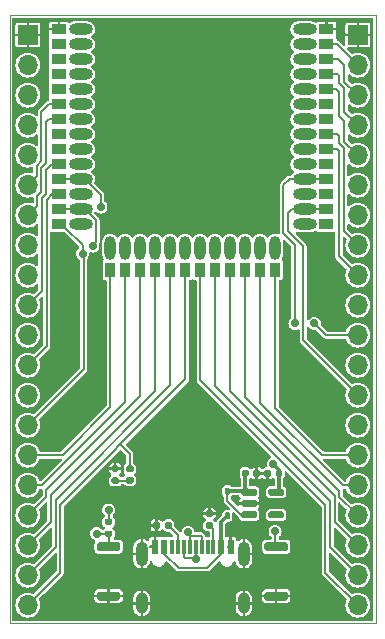
<source format=gtl>
G04 #@! TF.GenerationSoftware,KiCad,Pcbnew,8.0.5-8.0.5-0~ubuntu24.04.1*
G04 #@! TF.CreationDate,2024-09-24T16:48:19+02:00*
G04 #@! TF.ProjectId,ESP32-S2_S3-WROOM_flexypin,45535033-322d-4533-925f-53332d57524f,rev?*
G04 #@! TF.SameCoordinates,Original*
G04 #@! TF.FileFunction,Copper,L1,Top*
G04 #@! TF.FilePolarity,Positive*
%FSLAX46Y46*%
G04 Gerber Fmt 4.6, Leading zero omitted, Abs format (unit mm)*
G04 Created by KiCad (PCBNEW 8.0.5-8.0.5-0~ubuntu24.04.1) date 2024-09-24 16:48:19*
%MOMM*%
%LPD*%
G01*
G04 APERTURE LIST*
G04 #@! TA.AperFunction,ComponentPad*
%ADD10R,1.700000X1.700000*%
G04 #@! TD*
G04 #@! TA.AperFunction,ComponentPad*
%ADD11O,1.700000X1.700000*%
G04 #@! TD*
G04 #@! TA.AperFunction,ComponentPad*
%ADD12O,0.950000X2.000000*%
G04 #@! TD*
G04 #@! TA.AperFunction,ComponentPad*
%ADD13R,0.900000X1.300000*%
G04 #@! TD*
G04 #@! TA.AperFunction,ComponentPad*
%ADD14O,2.000000X0.950000*%
G04 #@! TD*
G04 #@! TA.AperFunction,ComponentPad*
%ADD15R,1.300000X0.900000*%
G04 #@! TD*
G04 #@! TA.AperFunction,SMDPad,CuDef*
%ADD16R,0.600000X1.240000*%
G04 #@! TD*
G04 #@! TA.AperFunction,SMDPad,CuDef*
%ADD17R,0.300000X1.240000*%
G04 #@! TD*
G04 #@! TA.AperFunction,ComponentPad*
%ADD18O,1.000000X2.100000*%
G04 #@! TD*
G04 #@! TA.AperFunction,ComponentPad*
%ADD19O,1.000000X1.800000*%
G04 #@! TD*
G04 #@! TA.AperFunction,ViaPad*
%ADD20C,0.700000*%
G04 #@! TD*
G04 #@! TA.AperFunction,Conductor*
%ADD21C,0.200000*%
G04 #@! TD*
G04 #@! TA.AperFunction,Conductor*
%ADD22C,0.300000*%
G04 #@! TD*
G04 #@! TA.AperFunction,Profile*
%ADD23C,0.100000*%
G04 #@! TD*
G04 APERTURE END LIST*
D10*
X162052000Y-81788000D03*
D11*
X162052000Y-84328000D03*
X162052000Y-86868000D03*
X162052000Y-89408000D03*
X162052000Y-91948000D03*
X162052000Y-94488000D03*
X162052000Y-97028000D03*
X162052000Y-99568000D03*
X162052000Y-102108000D03*
X162052000Y-104648000D03*
X162052000Y-107188000D03*
X162052000Y-109728000D03*
X162052000Y-112268000D03*
X162052000Y-114808000D03*
X162052000Y-117348000D03*
X162052000Y-119888000D03*
X162052000Y-122428000D03*
X162052000Y-124968000D03*
X162052000Y-127508000D03*
X162052000Y-130048000D03*
D12*
X141090000Y-99800000D03*
X142360000Y-99800000D03*
X143630000Y-99800000D03*
X144900000Y-99800000D03*
X146170000Y-99800000D03*
X147440000Y-99800000D03*
X148710000Y-99800000D03*
X149980000Y-99800000D03*
X151250000Y-99800000D03*
X152520000Y-99800000D03*
X153790000Y-99800000D03*
X155060000Y-99800000D03*
D13*
X141090000Y-101650000D03*
X142360000Y-101650000D03*
X143630000Y-101650000D03*
X144900000Y-101650000D03*
X146170000Y-101650000D03*
X147440000Y-101650000D03*
X148710000Y-101650000D03*
X149980000Y-101650000D03*
X151250000Y-101650000D03*
X152520000Y-101650000D03*
X153790000Y-101650000D03*
X155060000Y-101650000D03*
G04 #@! TA.AperFunction,SMDPad,CuDef*
G36*
G01*
X154140000Y-119070000D02*
X154140000Y-118730000D01*
G75*
G02*
X154280000Y-118590000I140000J0D01*
G01*
X154560000Y-118590000D01*
G75*
G02*
X154700000Y-118730000I0J-140000D01*
G01*
X154700000Y-119070000D01*
G75*
G02*
X154560000Y-119210000I-140000J0D01*
G01*
X154280000Y-119210000D01*
G75*
G02*
X154140000Y-119070000I0J140000D01*
G01*
G37*
G04 #@! TD.AperFunction*
G04 #@! TA.AperFunction,SMDPad,CuDef*
G36*
G01*
X155100000Y-119070000D02*
X155100000Y-118730000D01*
G75*
G02*
X155240000Y-118590000I140000J0D01*
G01*
X155520000Y-118590000D01*
G75*
G02*
X155660000Y-118730000I0J-140000D01*
G01*
X155660000Y-119070000D01*
G75*
G02*
X155520000Y-119210000I-140000J0D01*
G01*
X155240000Y-119210000D01*
G75*
G02*
X155100000Y-119070000I0J140000D01*
G01*
G37*
G04 #@! TD.AperFunction*
D14*
X138600000Y-81290000D03*
X138600000Y-83830000D03*
X138600000Y-85100000D03*
X138600000Y-86370000D03*
X138600000Y-87640000D03*
X138600000Y-88910000D03*
X138600000Y-90180000D03*
X138600000Y-91450000D03*
X138600000Y-92720000D03*
X138600000Y-95260000D03*
X138600000Y-97800000D03*
D15*
X136750000Y-81290000D03*
X136750000Y-82560000D03*
D14*
X138600000Y-82560000D03*
D15*
X136750000Y-83830000D03*
X136750000Y-85100000D03*
X136750000Y-86370000D03*
X136750000Y-87640000D03*
X136750000Y-88910000D03*
X136750000Y-90180000D03*
X136750000Y-91450000D03*
X136750000Y-92720000D03*
X136750000Y-93990000D03*
D14*
X138600000Y-93990000D03*
D15*
X136750000Y-95260000D03*
X136750000Y-96530000D03*
D14*
X138600000Y-96530000D03*
D15*
X136750000Y-97800000D03*
D10*
X134112000Y-81788000D03*
D11*
X134112000Y-84328000D03*
X134112000Y-86868000D03*
X134112000Y-89408000D03*
X134112000Y-91948000D03*
X134112000Y-94488000D03*
X134112000Y-97028000D03*
X134112000Y-99568000D03*
X134112000Y-102108000D03*
X134112000Y-104648000D03*
X134112000Y-107188000D03*
X134112000Y-109728000D03*
X134112000Y-112268000D03*
X134112000Y-114808000D03*
X134112000Y-117348000D03*
X134112000Y-119888000D03*
X134112000Y-122428000D03*
X134112000Y-124968000D03*
X134112000Y-127508000D03*
X134112000Y-130048000D03*
G04 #@! TA.AperFunction,SMDPad,CuDef*
G36*
G01*
X140765000Y-122720000D02*
X141135000Y-122720000D01*
G75*
G02*
X141270000Y-122855000I0J-135000D01*
G01*
X141270000Y-123125000D01*
G75*
G02*
X141135000Y-123260000I-135000J0D01*
G01*
X140765000Y-123260000D01*
G75*
G02*
X140630000Y-123125000I0J135000D01*
G01*
X140630000Y-122855000D01*
G75*
G02*
X140765000Y-122720000I135000J0D01*
G01*
G37*
G04 #@! TD.AperFunction*
G04 #@! TA.AperFunction,SMDPad,CuDef*
G36*
G01*
X140765000Y-123740000D02*
X141135000Y-123740000D01*
G75*
G02*
X141270000Y-123875000I0J-135000D01*
G01*
X141270000Y-124145000D01*
G75*
G02*
X141135000Y-124280000I-135000J0D01*
G01*
X140765000Y-124280000D01*
G75*
G02*
X140630000Y-124145000I0J135000D01*
G01*
X140630000Y-123875000D01*
G75*
G02*
X140765000Y-123740000I135000J0D01*
G01*
G37*
G04 #@! TD.AperFunction*
G04 #@! TA.AperFunction,SMDPad,CuDef*
G36*
G01*
X154350000Y-124700000D02*
X155950000Y-124700000D01*
G75*
G02*
X156150000Y-124900000I0J-200000D01*
G01*
X156150000Y-125300000D01*
G75*
G02*
X155950000Y-125500000I-200000J0D01*
G01*
X154350000Y-125500000D01*
G75*
G02*
X154150000Y-125300000I0J200000D01*
G01*
X154150000Y-124900000D01*
G75*
G02*
X154350000Y-124700000I200000J0D01*
G01*
G37*
G04 #@! TD.AperFunction*
G04 #@! TA.AperFunction,SMDPad,CuDef*
G36*
G01*
X154350000Y-128900000D02*
X155950000Y-128900000D01*
G75*
G02*
X156150000Y-129100000I0J-200000D01*
G01*
X156150000Y-129500000D01*
G75*
G02*
X155950000Y-129700000I-200000J0D01*
G01*
X154350000Y-129700000D01*
G75*
G02*
X154150000Y-129500000I0J200000D01*
G01*
X154150000Y-129100000D01*
G75*
G02*
X154350000Y-128900000I200000J0D01*
G01*
G37*
G04 #@! TD.AperFunction*
G04 #@! TA.AperFunction,SMDPad,CuDef*
G36*
G01*
X150887500Y-120100000D02*
X151112500Y-120100000D01*
G75*
G02*
X151225000Y-120212500I0J-112500D01*
G01*
X151225000Y-120587500D01*
G75*
G02*
X151112500Y-120700000I-112500J0D01*
G01*
X150887500Y-120700000D01*
G75*
G02*
X150775000Y-120587500I0J112500D01*
G01*
X150775000Y-120212500D01*
G75*
G02*
X150887500Y-120100000I112500J0D01*
G01*
G37*
G04 #@! TD.AperFunction*
G04 #@! TA.AperFunction,SMDPad,CuDef*
G36*
G01*
X150887500Y-122200000D02*
X151112500Y-122200000D01*
G75*
G02*
X151225000Y-122312500I0J-112500D01*
G01*
X151225000Y-122687500D01*
G75*
G02*
X151112500Y-122800000I-112500J0D01*
G01*
X150887500Y-122800000D01*
G75*
G02*
X150775000Y-122687500I0J112500D01*
G01*
X150775000Y-122312500D01*
G75*
G02*
X150887500Y-122200000I112500J0D01*
G01*
G37*
G04 #@! TD.AperFunction*
G04 #@! TA.AperFunction,SMDPad,CuDef*
G36*
G01*
X146290000Y-123115000D02*
X146290000Y-123485000D01*
G75*
G02*
X146155000Y-123620000I-135000J0D01*
G01*
X145885000Y-123620000D01*
G75*
G02*
X145750000Y-123485000I0J135000D01*
G01*
X145750000Y-123115000D01*
G75*
G02*
X145885000Y-122980000I135000J0D01*
G01*
X146155000Y-122980000D01*
G75*
G02*
X146290000Y-123115000I0J-135000D01*
G01*
G37*
G04 #@! TD.AperFunction*
G04 #@! TA.AperFunction,SMDPad,CuDef*
G36*
G01*
X145270000Y-123115000D02*
X145270000Y-123485000D01*
G75*
G02*
X145135000Y-123620000I-135000J0D01*
G01*
X144865000Y-123620000D01*
G75*
G02*
X144730000Y-123485000I0J135000D01*
G01*
X144730000Y-123115000D01*
G75*
G02*
X144865000Y-122980000I135000J0D01*
G01*
X145135000Y-122980000D01*
G75*
G02*
X145270000Y-123115000I0J-135000D01*
G01*
G37*
G04 #@! TD.AperFunction*
D16*
X144882000Y-125100000D03*
X145682000Y-125100000D03*
D17*
X146832000Y-125100000D03*
X147832000Y-125100000D03*
X148332000Y-125100000D03*
X149332000Y-125100000D03*
D16*
X150482000Y-125100000D03*
X151282000Y-125100000D03*
X151282000Y-125100000D03*
X150482000Y-125100000D03*
D17*
X149832000Y-125100000D03*
X148832000Y-125100000D03*
X147332000Y-125100000D03*
X146332000Y-125100000D03*
D16*
X145682000Y-125100000D03*
X144882000Y-125100000D03*
D18*
X143762000Y-125700000D03*
D19*
X143762000Y-129900000D03*
D18*
X152402000Y-125700000D03*
D19*
X152402000Y-129900000D03*
D14*
X157550000Y-97800000D03*
X157550000Y-95260000D03*
X157550000Y-92720000D03*
X157550000Y-91450000D03*
X157550000Y-90180000D03*
X157550000Y-88910000D03*
X157550000Y-87640000D03*
X157550000Y-86370000D03*
X157550000Y-85100000D03*
X157550000Y-83830000D03*
X157550000Y-82560000D03*
X157550000Y-81290000D03*
D15*
X159400000Y-97800000D03*
X159400000Y-96530000D03*
D14*
X157550000Y-96530000D03*
D15*
X159400000Y-95260000D03*
X159400000Y-93990000D03*
D14*
X157550000Y-93990000D03*
D15*
X159400000Y-92720000D03*
X159400000Y-91450000D03*
X159400000Y-90180000D03*
X159400000Y-88910000D03*
X159400000Y-87640000D03*
X159400000Y-86370000D03*
X159400000Y-85100000D03*
X159400000Y-83830000D03*
X159400000Y-82560000D03*
X159400000Y-81290000D03*
G04 #@! TA.AperFunction,SMDPad,CuDef*
G36*
G01*
X149685000Y-123580000D02*
X149315000Y-123580000D01*
G75*
G02*
X149180000Y-123445000I0J135000D01*
G01*
X149180000Y-123175000D01*
G75*
G02*
X149315000Y-123040000I135000J0D01*
G01*
X149685000Y-123040000D01*
G75*
G02*
X149820000Y-123175000I0J-135000D01*
G01*
X149820000Y-123445000D01*
G75*
G02*
X149685000Y-123580000I-135000J0D01*
G01*
G37*
G04 #@! TD.AperFunction*
G04 #@! TA.AperFunction,SMDPad,CuDef*
G36*
G01*
X149685000Y-122560000D02*
X149315000Y-122560000D01*
G75*
G02*
X149180000Y-122425000I0J135000D01*
G01*
X149180000Y-122155000D01*
G75*
G02*
X149315000Y-122020000I135000J0D01*
G01*
X149685000Y-122020000D01*
G75*
G02*
X149820000Y-122155000I0J-135000D01*
G01*
X149820000Y-122425000D01*
G75*
G02*
X149685000Y-122560000I-135000J0D01*
G01*
G37*
G04 #@! TD.AperFunction*
G04 #@! TA.AperFunction,SMDPad,CuDef*
G36*
G01*
X142922500Y-119780000D02*
X142577500Y-119780000D01*
G75*
G02*
X142430000Y-119632500I0J147500D01*
G01*
X142430000Y-119337500D01*
G75*
G02*
X142577500Y-119190000I147500J0D01*
G01*
X142922500Y-119190000D01*
G75*
G02*
X143070000Y-119337500I0J-147500D01*
G01*
X143070000Y-119632500D01*
G75*
G02*
X142922500Y-119780000I-147500J0D01*
G01*
G37*
G04 #@! TD.AperFunction*
G04 #@! TA.AperFunction,SMDPad,CuDef*
G36*
G01*
X142922500Y-118810000D02*
X142577500Y-118810000D01*
G75*
G02*
X142430000Y-118662500I0J147500D01*
G01*
X142430000Y-118367500D01*
G75*
G02*
X142577500Y-118220000I147500J0D01*
G01*
X142922500Y-118220000D01*
G75*
G02*
X143070000Y-118367500I0J-147500D01*
G01*
X143070000Y-118662500D01*
G75*
G02*
X142922500Y-118810000I-147500J0D01*
G01*
G37*
G04 #@! TD.AperFunction*
G04 #@! TA.AperFunction,SMDPad,CuDef*
G36*
G01*
X140150000Y-124700000D02*
X141750000Y-124700000D01*
G75*
G02*
X141950000Y-124900000I0J-200000D01*
G01*
X141950000Y-125300000D01*
G75*
G02*
X141750000Y-125500000I-200000J0D01*
G01*
X140150000Y-125500000D01*
G75*
G02*
X139950000Y-125300000I0J200000D01*
G01*
X139950000Y-124900000D01*
G75*
G02*
X140150000Y-124700000I200000J0D01*
G01*
G37*
G04 #@! TD.AperFunction*
G04 #@! TA.AperFunction,SMDPad,CuDef*
G36*
G01*
X140150000Y-128900000D02*
X141750000Y-128900000D01*
G75*
G02*
X141950000Y-129100000I0J-200000D01*
G01*
X141950000Y-129500000D01*
G75*
G02*
X141750000Y-129700000I-200000J0D01*
G01*
X140150000Y-129700000D01*
G75*
G02*
X139950000Y-129500000I0J200000D01*
G01*
X139950000Y-129100000D01*
G75*
G02*
X140150000Y-128900000I200000J0D01*
G01*
G37*
G04 #@! TD.AperFunction*
G04 #@! TA.AperFunction,SMDPad,CuDef*
G36*
G01*
X152200000Y-120650000D02*
X152200000Y-120350000D01*
G75*
G02*
X152350000Y-120200000I150000J0D01*
G01*
X153375000Y-120200000D01*
G75*
G02*
X153525000Y-120350000I0J-150000D01*
G01*
X153525000Y-120650000D01*
G75*
G02*
X153375000Y-120800000I-150000J0D01*
G01*
X152350000Y-120800000D01*
G75*
G02*
X152200000Y-120650000I0J150000D01*
G01*
G37*
G04 #@! TD.AperFunction*
G04 #@! TA.AperFunction,SMDPad,CuDef*
G36*
G01*
X152200000Y-121600000D02*
X152200000Y-121300000D01*
G75*
G02*
X152350000Y-121150000I150000J0D01*
G01*
X153375000Y-121150000D01*
G75*
G02*
X153525000Y-121300000I0J-150000D01*
G01*
X153525000Y-121600000D01*
G75*
G02*
X153375000Y-121750000I-150000J0D01*
G01*
X152350000Y-121750000D01*
G75*
G02*
X152200000Y-121600000I0J150000D01*
G01*
G37*
G04 #@! TD.AperFunction*
G04 #@! TA.AperFunction,SMDPad,CuDef*
G36*
G01*
X152200000Y-122550000D02*
X152200000Y-122250000D01*
G75*
G02*
X152350000Y-122100000I150000J0D01*
G01*
X153375000Y-122100000D01*
G75*
G02*
X153525000Y-122250000I0J-150000D01*
G01*
X153525000Y-122550000D01*
G75*
G02*
X153375000Y-122700000I-150000J0D01*
G01*
X152350000Y-122700000D01*
G75*
G02*
X152200000Y-122550000I0J150000D01*
G01*
G37*
G04 #@! TD.AperFunction*
G04 #@! TA.AperFunction,SMDPad,CuDef*
G36*
G01*
X154475000Y-122550000D02*
X154475000Y-122250000D01*
G75*
G02*
X154625000Y-122100000I150000J0D01*
G01*
X155650000Y-122100000D01*
G75*
G02*
X155800000Y-122250000I0J-150000D01*
G01*
X155800000Y-122550000D01*
G75*
G02*
X155650000Y-122700000I-150000J0D01*
G01*
X154625000Y-122700000D01*
G75*
G02*
X154475000Y-122550000I0J150000D01*
G01*
G37*
G04 #@! TD.AperFunction*
G04 #@! TA.AperFunction,SMDPad,CuDef*
G36*
G01*
X154475000Y-120650000D02*
X154475000Y-120350000D01*
G75*
G02*
X154625000Y-120200000I150000J0D01*
G01*
X155650000Y-120200000D01*
G75*
G02*
X155800000Y-120350000I0J-150000D01*
G01*
X155800000Y-120650000D01*
G75*
G02*
X155650000Y-120800000I-150000J0D01*
G01*
X154625000Y-120800000D01*
G75*
G02*
X154475000Y-120650000I0J150000D01*
G01*
G37*
G04 #@! TD.AperFunction*
G04 #@! TA.AperFunction,SMDPad,CuDef*
G36*
G01*
X153760000Y-118730000D02*
X153760000Y-119070000D01*
G75*
G02*
X153620000Y-119210000I-140000J0D01*
G01*
X153340000Y-119210000D01*
G75*
G02*
X153200000Y-119070000I0J140000D01*
G01*
X153200000Y-118730000D01*
G75*
G02*
X153340000Y-118590000I140000J0D01*
G01*
X153620000Y-118590000D01*
G75*
G02*
X153760000Y-118730000I0J-140000D01*
G01*
G37*
G04 #@! TD.AperFunction*
G04 #@! TA.AperFunction,SMDPad,CuDef*
G36*
G01*
X152800000Y-118730000D02*
X152800000Y-119070000D01*
G75*
G02*
X152660000Y-119210000I-140000J0D01*
G01*
X152380000Y-119210000D01*
G75*
G02*
X152240000Y-119070000I0J140000D01*
G01*
X152240000Y-118730000D01*
G75*
G02*
X152380000Y-118590000I140000J0D01*
G01*
X152660000Y-118590000D01*
G75*
G02*
X152800000Y-118730000I0J-140000D01*
G01*
G37*
G04 #@! TD.AperFunction*
G04 #@! TA.AperFunction,SMDPad,CuDef*
G36*
G01*
X141315000Y-118220000D02*
X141685000Y-118220000D01*
G75*
G02*
X141820000Y-118355000I0J-135000D01*
G01*
X141820000Y-118625000D01*
G75*
G02*
X141685000Y-118760000I-135000J0D01*
G01*
X141315000Y-118760000D01*
G75*
G02*
X141180000Y-118625000I0J135000D01*
G01*
X141180000Y-118355000D01*
G75*
G02*
X141315000Y-118220000I135000J0D01*
G01*
G37*
G04 #@! TD.AperFunction*
G04 #@! TA.AperFunction,SMDPad,CuDef*
G36*
G01*
X141315000Y-119240000D02*
X141685000Y-119240000D01*
G75*
G02*
X141820000Y-119375000I0J-135000D01*
G01*
X141820000Y-119645000D01*
G75*
G02*
X141685000Y-119780000I-135000J0D01*
G01*
X141315000Y-119780000D01*
G75*
G02*
X141180000Y-119645000I0J135000D01*
G01*
X141180000Y-119375000D01*
G75*
G02*
X141315000Y-119240000I135000J0D01*
G01*
G37*
G04 #@! TD.AperFunction*
D20*
X140300000Y-96350000D03*
X158364000Y-106200000D03*
X156724500Y-106200000D03*
X140950000Y-122000000D03*
X154890380Y-118109620D03*
X139950000Y-124000000D03*
X148322396Y-126152010D03*
X139627099Y-99650000D03*
X155050000Y-123800000D03*
X138750000Y-100300000D03*
X147675559Y-123900000D03*
D21*
X160788000Y-119888000D02*
X162052000Y-119888000D01*
X153804000Y-112904000D02*
X160788000Y-119888000D01*
X153804000Y-101346000D02*
X153804000Y-112904000D01*
X156150000Y-98386000D02*
X157424000Y-99660000D01*
X156444000Y-96520000D02*
X156150000Y-96814000D01*
X157424000Y-107640000D02*
X162052000Y-112268000D01*
X159124000Y-96520000D02*
X156444000Y-96520000D01*
X157424000Y-99660000D02*
X157424000Y-107640000D01*
X156150000Y-96814000D02*
X156150000Y-98386000D01*
X152534000Y-101346000D02*
X152534000Y-112434000D01*
X152534000Y-112434000D02*
X160502000Y-120402000D01*
X160502000Y-120402000D02*
X160502000Y-120878000D01*
X160502000Y-120878000D02*
X162052000Y-122428000D01*
X159702000Y-125158000D02*
X162052000Y-127508000D01*
X159702000Y-121202000D02*
X159702000Y-125158000D01*
X149994000Y-111494000D02*
X159702000Y-121202000D01*
X149994000Y-101346000D02*
X149994000Y-111494000D01*
X148724000Y-101346000D02*
X148724000Y-111024000D01*
X159302000Y-127298000D02*
X162052000Y-130048000D01*
X148724000Y-111024000D02*
X159302000Y-121602000D01*
X159302000Y-121602000D02*
X159302000Y-127298000D01*
X162052000Y-86868000D02*
X160902489Y-85718489D01*
X160902489Y-85718489D02*
X160902489Y-84338489D01*
X160902489Y-84338489D02*
X160384000Y-83820000D01*
X160384000Y-83820000D02*
X159124000Y-83820000D01*
X151264000Y-101346000D02*
X151264000Y-111964000D01*
X160102000Y-120802000D02*
X160102000Y-123018000D01*
X160102000Y-123018000D02*
X162052000Y-124968000D01*
X151264000Y-111964000D02*
X160102000Y-120802000D01*
X140300000Y-95338984D02*
X138941016Y-93980000D01*
X138941016Y-93980000D02*
X137040000Y-93980000D01*
X140300000Y-96350000D02*
X140300000Y-95338984D01*
X134112000Y-94488000D02*
X134861991Y-93738009D01*
X134861992Y-92838008D02*
X135261511Y-92438489D01*
X134861991Y-93738009D02*
X134861992Y-92838008D01*
X135261511Y-92438489D02*
X135261511Y-88261511D01*
X135893022Y-87630000D02*
X137040000Y-87630000D01*
X135261511Y-88261511D02*
X135893022Y-87630000D01*
X134900480Y-95399520D02*
X135261511Y-95038489D01*
X134900480Y-96239520D02*
X134900480Y-95399520D01*
X135900000Y-88900000D02*
X137040000Y-88900000D01*
X135261511Y-93003495D02*
X135661030Y-92603976D01*
X135661030Y-92603976D02*
X135661031Y-89138969D01*
X135661031Y-89138969D02*
X135900000Y-88900000D01*
X134112000Y-97028000D02*
X134900480Y-96239520D01*
X135261511Y-95038489D02*
X135261511Y-93003495D01*
X136190000Y-92710000D02*
X135661031Y-93238969D01*
X135661030Y-95203976D02*
X135300000Y-95565006D01*
X135300000Y-95565006D02*
X135300000Y-103460000D01*
X135661031Y-93238969D02*
X135661030Y-95203976D01*
X135300000Y-103460000D02*
X134112000Y-104648000D01*
X136180012Y-95250000D02*
X135699520Y-95730492D01*
X135699520Y-108140480D02*
X134112000Y-109728000D01*
X137040000Y-95250000D02*
X136180012Y-95250000D01*
X135699520Y-95730492D02*
X135699520Y-108140480D01*
X137052000Y-117348000D02*
X134112000Y-117348000D01*
X141100000Y-113300000D02*
X137052000Y-117348000D01*
X141100000Y-101340000D02*
X141100000Y-113300000D01*
X142374000Y-101346000D02*
X142374000Y-112826000D01*
X135312000Y-119888000D02*
X134112000Y-119888000D01*
X142374000Y-112826000D02*
X135312000Y-119888000D01*
X143644000Y-101346000D02*
X143644000Y-112356000D01*
X143644000Y-112356000D02*
X135662000Y-120338000D01*
X135662000Y-120338000D02*
X135662000Y-120878000D01*
X135662000Y-120878000D02*
X134112000Y-122428000D01*
X144914000Y-111886000D02*
X136062000Y-120738000D01*
X136062000Y-120738000D02*
X136062000Y-123018000D01*
X144914000Y-101346000D02*
X144914000Y-111886000D01*
X136062000Y-123018000D02*
X134112000Y-124968000D01*
X136462000Y-121138000D02*
X136462000Y-125158000D01*
X146184000Y-111416000D02*
X136462000Y-121138000D01*
X146184000Y-101346000D02*
X146184000Y-111416000D01*
X136462000Y-125158000D02*
X134112000Y-127508000D01*
X160274000Y-82550000D02*
X159124000Y-82550000D01*
X162052000Y-84328000D02*
X160274000Y-82550000D01*
X160354000Y-85090000D02*
X159124000Y-85090000D01*
X162052000Y-89408000D02*
X160902489Y-88258489D01*
X160502969Y-85238969D02*
X160354000Y-85090000D01*
X160902489Y-86283495D02*
X160502969Y-85883975D01*
X160502969Y-85883975D02*
X160502969Y-85238969D01*
X160902489Y-88258489D02*
X160902489Y-86283495D01*
X160224000Y-86360000D02*
X159124000Y-86360000D01*
X160502969Y-88638969D02*
X160502969Y-86638969D01*
X160902489Y-89038489D02*
X160502969Y-88638969D01*
X162052000Y-91948000D02*
X160902489Y-90798489D01*
X160502969Y-86638969D02*
X160224000Y-86360000D01*
X160902489Y-90798489D02*
X160902489Y-89038489D01*
X160864000Y-98380000D02*
X160864000Y-91325006D01*
X160334000Y-90170000D02*
X159124000Y-90170000D01*
X162052000Y-99568000D02*
X160864000Y-98380000D01*
X160502969Y-90963975D02*
X160502969Y-90338969D01*
X160864000Y-91325006D02*
X160502969Y-90963975D01*
X160502969Y-90338969D02*
X160334000Y-90170000D01*
X160464480Y-100520480D02*
X160464480Y-91600480D01*
X160304000Y-91440000D02*
X159124000Y-91440000D01*
X160464480Y-91600480D02*
X160304000Y-91440000D01*
X162052000Y-102108000D02*
X160464480Y-100520480D01*
X141500000Y-119510000D02*
X142725000Y-119510000D01*
X142725000Y-119510000D02*
X142750000Y-119485000D01*
X156724500Y-99525506D02*
X155750000Y-98551006D01*
X156284000Y-93980000D02*
X159124000Y-93980000D01*
X155750000Y-98551006D02*
X155750000Y-94514000D01*
X155750000Y-94514000D02*
X156284000Y-93980000D01*
X158364000Y-106200000D02*
X159352000Y-107188000D01*
X159352000Y-107188000D02*
X162052000Y-107188000D01*
X156724500Y-106200000D02*
X156724500Y-99525506D01*
X159048000Y-117348000D02*
X162052000Y-117348000D01*
X155080000Y-113380000D02*
X159048000Y-117348000D01*
X155080000Y-101340000D02*
X155080000Y-113380000D01*
X161052000Y-81788000D02*
X160544000Y-81280000D01*
X162052000Y-81788000D02*
X161052000Y-81788000D01*
X160544000Y-81280000D02*
X159124000Y-81280000D01*
D22*
X151000000Y-120400000D02*
X152762500Y-120400000D01*
D21*
X152200001Y-122400000D02*
X151000000Y-121199999D01*
D22*
X152520000Y-120157500D02*
X152862500Y-120500000D01*
X152762500Y-120400000D02*
X152862500Y-120500000D01*
D21*
X151000000Y-121199999D02*
X151000000Y-120400000D01*
X152862500Y-122400000D02*
X152200001Y-122400000D01*
D22*
X152520000Y-118900000D02*
X152520000Y-120157500D01*
X155380000Y-120257500D02*
X155137500Y-120500000D01*
X154890380Y-118109620D02*
X155380000Y-118599240D01*
X155380000Y-118599240D02*
X155380000Y-118900000D01*
D21*
X140950000Y-122990000D02*
X140950000Y-122000000D01*
D22*
X155380000Y-118599240D02*
X155380000Y-120257500D01*
X150482000Y-123018000D02*
X150482000Y-125100000D01*
D21*
X146900000Y-126900000D02*
X149300000Y-126900000D01*
D22*
X151000000Y-122500000D02*
X150482000Y-123018000D01*
D21*
X145682000Y-125100000D02*
X145682000Y-125682000D01*
X145682000Y-125682000D02*
X146900000Y-126900000D01*
X150482000Y-125718000D02*
X150482000Y-125100000D01*
X149300000Y-126900000D02*
X150482000Y-125718000D01*
X140950000Y-125100000D02*
X140950000Y-124010000D01*
X140950000Y-124010000D02*
X139960000Y-124010000D01*
X147382000Y-126020000D02*
X147332000Y-125970000D01*
X148282000Y-126020000D02*
X148332000Y-125970000D01*
X148322396Y-126152010D02*
X148190386Y-126020000D01*
X147332000Y-125970000D02*
X147332000Y-125100000D01*
X139627099Y-99572901D02*
X139900000Y-99300000D01*
X148282000Y-126111614D02*
X148282000Y-126020000D01*
X148332000Y-125970000D02*
X148332000Y-125100000D01*
X139627099Y-99650000D02*
X139627099Y-99572901D01*
X139900000Y-97478984D02*
X138941016Y-96520000D01*
X148190386Y-126020000D02*
X147382000Y-126020000D01*
X138941016Y-96520000D02*
X137040000Y-96520000D01*
X139900000Y-99300000D02*
X139900000Y-97478984D01*
X148322396Y-126152010D02*
X148282000Y-126111614D01*
X155050000Y-125100000D02*
X155050000Y-123800000D01*
X146832000Y-124112000D02*
X146832000Y-125100000D01*
X146020000Y-123300000D02*
X146832000Y-124112000D01*
X149500000Y-123310000D02*
X149832000Y-123642000D01*
X149832000Y-123642000D02*
X149832000Y-125100000D01*
X148782000Y-124180000D02*
X148832000Y-124230000D01*
X138750000Y-99571016D02*
X137290000Y-98111016D01*
X147675559Y-123900000D02*
X147675559Y-124073559D01*
X148832000Y-124230000D02*
X148832000Y-125100000D01*
X137290000Y-98040000D02*
X137040000Y-97790000D01*
X147675559Y-124073559D02*
X147832000Y-124230000D01*
X138850000Y-100400000D02*
X138850000Y-110070000D01*
X137290000Y-98111016D02*
X137290000Y-98040000D01*
X147955559Y-124180000D02*
X148782000Y-124180000D01*
X138750000Y-100300000D02*
X138850000Y-100400000D01*
X147675559Y-123900000D02*
X147955559Y-124180000D01*
X138750000Y-100300000D02*
X138750000Y-99571016D01*
X138850000Y-110070000D02*
X134112000Y-114808000D01*
X147832000Y-124230000D02*
X147832000Y-125100000D01*
X141950000Y-116450000D02*
X141325000Y-117075000D01*
X142750000Y-117250000D02*
X142750000Y-118515000D01*
X147454000Y-101346000D02*
X147454000Y-110946000D01*
X141325000Y-117075000D02*
X136862000Y-121538000D01*
X141950000Y-116450000D02*
X142750000Y-117250000D01*
X136862000Y-127298000D02*
X134112000Y-130048000D01*
X136862000Y-121538000D02*
X136862000Y-127298000D01*
X147454000Y-110946000D02*
X141950000Y-116450000D01*
G04 #@! TA.AperFunction,Conductor*
G36*
X163334691Y-80319407D02*
G01*
X163370655Y-80368907D01*
X163375500Y-80399500D01*
X163375500Y-131280500D01*
X163356593Y-131338691D01*
X163307093Y-131374655D01*
X163276500Y-131379500D01*
X132887500Y-131379500D01*
X132829309Y-131360593D01*
X132793345Y-131311093D01*
X132788500Y-131280500D01*
X132788500Y-117347996D01*
X133056417Y-117347996D01*
X133056417Y-117348003D01*
X133076698Y-117553929D01*
X133076699Y-117553934D01*
X133136768Y-117751954D01*
X133234316Y-117934452D01*
X133354061Y-118080362D01*
X133365590Y-118094410D01*
X133365595Y-118094414D01*
X133525547Y-118225683D01*
X133525548Y-118225683D01*
X133525550Y-118225685D01*
X133708046Y-118323232D01*
X133845997Y-118365078D01*
X133906065Y-118383300D01*
X133906070Y-118383301D01*
X134111997Y-118403583D01*
X134112000Y-118403583D01*
X134112003Y-118403583D01*
X134317929Y-118383301D01*
X134317934Y-118383300D01*
X134515954Y-118323232D01*
X134698450Y-118225685D01*
X134858410Y-118094410D01*
X134989685Y-117934450D01*
X135087232Y-117751954D01*
X135097300Y-117718762D01*
X135132284Y-117668566D01*
X135190092Y-117648519D01*
X135192037Y-117648500D01*
X136887520Y-117648500D01*
X136945711Y-117667407D01*
X136981675Y-117716907D01*
X136981675Y-117778093D01*
X136957524Y-117817504D01*
X135251447Y-119523581D01*
X135196930Y-119551358D01*
X135136498Y-119541787D01*
X135093233Y-119498522D01*
X135089194Y-119488491D01*
X135089091Y-119488535D01*
X135087232Y-119484047D01*
X135087232Y-119484046D01*
X134989685Y-119301550D01*
X134980891Y-119290835D01*
X134858414Y-119141595D01*
X134858410Y-119141590D01*
X134819797Y-119109901D01*
X134698452Y-119010316D01*
X134515954Y-118912768D01*
X134317934Y-118852699D01*
X134317929Y-118852698D01*
X134112003Y-118832417D01*
X134111997Y-118832417D01*
X133906070Y-118852698D01*
X133906065Y-118852699D01*
X133708045Y-118912768D01*
X133525547Y-119010316D01*
X133365595Y-119141585D01*
X133365585Y-119141595D01*
X133234316Y-119301547D01*
X133136768Y-119484045D01*
X133076699Y-119682065D01*
X133076698Y-119682070D01*
X133056417Y-119887996D01*
X133056417Y-119888003D01*
X133076698Y-120093929D01*
X133076699Y-120093934D01*
X133136768Y-120291954D01*
X133234316Y-120474452D01*
X133365585Y-120634404D01*
X133365590Y-120634410D01*
X133365595Y-120634414D01*
X133525547Y-120765683D01*
X133525548Y-120765683D01*
X133525550Y-120765685D01*
X133708046Y-120863232D01*
X133845997Y-120905078D01*
X133906065Y-120923300D01*
X133906070Y-120923301D01*
X134111997Y-120943583D01*
X134112000Y-120943583D01*
X134112003Y-120943583D01*
X134317929Y-120923301D01*
X134317934Y-120923300D01*
X134515954Y-120863232D01*
X134698450Y-120765685D01*
X134858410Y-120634410D01*
X134989685Y-120474450D01*
X135087232Y-120291954D01*
X135089035Y-120286012D01*
X135097300Y-120258763D01*
X135132284Y-120208566D01*
X135190092Y-120188519D01*
X135192037Y-120188500D01*
X135263086Y-120188500D01*
X135321277Y-120207407D01*
X135357241Y-120256907D01*
X135360459Y-120291949D01*
X135361500Y-120291949D01*
X135361500Y-120712520D01*
X135342593Y-120770711D01*
X135332504Y-120782524D01*
X134663215Y-121451812D01*
X134608698Y-121479589D01*
X134548266Y-121470018D01*
X134546583Y-121469139D01*
X134515954Y-121452768D01*
X134515947Y-121452766D01*
X134317934Y-121392699D01*
X134317929Y-121392698D01*
X134112003Y-121372417D01*
X134111997Y-121372417D01*
X133906070Y-121392698D01*
X133906065Y-121392699D01*
X133708045Y-121452768D01*
X133525547Y-121550316D01*
X133365595Y-121681585D01*
X133365585Y-121681595D01*
X133234316Y-121841547D01*
X133136768Y-122024045D01*
X133076699Y-122222065D01*
X133076698Y-122222070D01*
X133056417Y-122427996D01*
X133056417Y-122428003D01*
X133076698Y-122633929D01*
X133076699Y-122633934D01*
X133136768Y-122831954D01*
X133234316Y-123014452D01*
X133333809Y-123135685D01*
X133365590Y-123174410D01*
X133365595Y-123174414D01*
X133525547Y-123305683D01*
X133525548Y-123305683D01*
X133525550Y-123305685D01*
X133708046Y-123403232D01*
X133804475Y-123432483D01*
X133906065Y-123463300D01*
X133906070Y-123463301D01*
X134111997Y-123483583D01*
X134112000Y-123483583D01*
X134112003Y-123483583D01*
X134317929Y-123463301D01*
X134317934Y-123463300D01*
X134327164Y-123460500D01*
X134515954Y-123403232D01*
X134698450Y-123305685D01*
X134858410Y-123174410D01*
X134989685Y-123014450D01*
X135087232Y-122831954D01*
X135147300Y-122633934D01*
X135147301Y-122633929D01*
X135167583Y-122428003D01*
X135167583Y-122427996D01*
X135147301Y-122222070D01*
X135147300Y-122222065D01*
X135115049Y-122115749D01*
X135087232Y-122024046D01*
X135070880Y-121993453D01*
X135060125Y-121933223D01*
X135086826Y-121878172D01*
X135088187Y-121876783D01*
X135370758Y-121594212D01*
X135592497Y-121372473D01*
X135647013Y-121344697D01*
X135707445Y-121354268D01*
X135750710Y-121397533D01*
X135761500Y-121442478D01*
X135761500Y-122852520D01*
X135742593Y-122910711D01*
X135732504Y-122922524D01*
X134663215Y-123991812D01*
X134608698Y-124019589D01*
X134548266Y-124010018D01*
X134546583Y-124009139D01*
X134515954Y-123992768D01*
X134515947Y-123992766D01*
X134317934Y-123932699D01*
X134317929Y-123932698D01*
X134112003Y-123912417D01*
X134111997Y-123912417D01*
X133906070Y-123932698D01*
X133906065Y-123932699D01*
X133708045Y-123992768D01*
X133525547Y-124090316D01*
X133365595Y-124221585D01*
X133365585Y-124221595D01*
X133234316Y-124381547D01*
X133136768Y-124564045D01*
X133076699Y-124762065D01*
X133076698Y-124762070D01*
X133056417Y-124967996D01*
X133056417Y-124968003D01*
X133076698Y-125173929D01*
X133076699Y-125173934D01*
X133136768Y-125371954D01*
X133234316Y-125554452D01*
X133354174Y-125700500D01*
X133365590Y-125714410D01*
X133365595Y-125714414D01*
X133525547Y-125845683D01*
X133525548Y-125845683D01*
X133525550Y-125845685D01*
X133708046Y-125943232D01*
X133845997Y-125985078D01*
X133906065Y-126003300D01*
X133906070Y-126003301D01*
X134111997Y-126023583D01*
X134112000Y-126023583D01*
X134112003Y-126023583D01*
X134317929Y-126003301D01*
X134317934Y-126003300D01*
X134335851Y-125997865D01*
X134515954Y-125943232D01*
X134698450Y-125845685D01*
X134858410Y-125714410D01*
X134989685Y-125554450D01*
X135087232Y-125371954D01*
X135147300Y-125173934D01*
X135147301Y-125173929D01*
X135167583Y-124968003D01*
X135167583Y-124967996D01*
X135147301Y-124762070D01*
X135147300Y-124762065D01*
X135101489Y-124611047D01*
X135087232Y-124564046D01*
X135074937Y-124541043D01*
X135070881Y-124533454D01*
X135060125Y-124473221D01*
X135086827Y-124418170D01*
X135088136Y-124416833D01*
X135992497Y-123512473D01*
X136047013Y-123484697D01*
X136107445Y-123494268D01*
X136150710Y-123537533D01*
X136161500Y-123582478D01*
X136161500Y-124992520D01*
X136142593Y-125050711D01*
X136132504Y-125062524D01*
X134663215Y-126531812D01*
X134608698Y-126559589D01*
X134548266Y-126550018D01*
X134546583Y-126549139D01*
X134515954Y-126532768D01*
X134515947Y-126532766D01*
X134317934Y-126472699D01*
X134317929Y-126472698D01*
X134112003Y-126452417D01*
X134111997Y-126452417D01*
X133906070Y-126472698D01*
X133906065Y-126472699D01*
X133708045Y-126532768D01*
X133525547Y-126630316D01*
X133365595Y-126761585D01*
X133365585Y-126761595D01*
X133234316Y-126921547D01*
X133136768Y-127104045D01*
X133076699Y-127302065D01*
X133076698Y-127302070D01*
X133056417Y-127507996D01*
X133056417Y-127508003D01*
X133076698Y-127713929D01*
X133076699Y-127713934D01*
X133136768Y-127911954D01*
X133234316Y-128094452D01*
X133365585Y-128254404D01*
X133365590Y-128254410D01*
X133365595Y-128254414D01*
X133525547Y-128385683D01*
X133525548Y-128385683D01*
X133525550Y-128385685D01*
X133708046Y-128483232D01*
X133845997Y-128525078D01*
X133906065Y-128543300D01*
X133906070Y-128543301D01*
X134111997Y-128563583D01*
X134112000Y-128563583D01*
X134112003Y-128563583D01*
X134317929Y-128543301D01*
X134317934Y-128543300D01*
X134515954Y-128483232D01*
X134698450Y-128385685D01*
X134858410Y-128254410D01*
X134989685Y-128094450D01*
X135087232Y-127911954D01*
X135147300Y-127713934D01*
X135147301Y-127713929D01*
X135167583Y-127508003D01*
X135167583Y-127507996D01*
X135147301Y-127302070D01*
X135147300Y-127302065D01*
X135117105Y-127202525D01*
X135087232Y-127104046D01*
X135087229Y-127104040D01*
X135070881Y-127073454D01*
X135060125Y-127013221D01*
X135086827Y-126958170D01*
X135088136Y-126956833D01*
X136392497Y-125652473D01*
X136447013Y-125624697D01*
X136507445Y-125634268D01*
X136550710Y-125677533D01*
X136561500Y-125722478D01*
X136561500Y-127132520D01*
X136542593Y-127190711D01*
X136532504Y-127202524D01*
X134663215Y-129071812D01*
X134608698Y-129099589D01*
X134548266Y-129090018D01*
X134546583Y-129089139D01*
X134515954Y-129072768D01*
X134515947Y-129072766D01*
X134317934Y-129012699D01*
X134317929Y-129012698D01*
X134112003Y-128992417D01*
X134111997Y-128992417D01*
X133906070Y-129012698D01*
X133906065Y-129012699D01*
X133708045Y-129072768D01*
X133525547Y-129170316D01*
X133365595Y-129301585D01*
X133365585Y-129301595D01*
X133234316Y-129461547D01*
X133136768Y-129644045D01*
X133076699Y-129842065D01*
X133076698Y-129842070D01*
X133056417Y-130047996D01*
X133056417Y-130048003D01*
X133076698Y-130253929D01*
X133076699Y-130253934D01*
X133136768Y-130451954D01*
X133234316Y-130634452D01*
X133365585Y-130794404D01*
X133365590Y-130794410D01*
X133365595Y-130794414D01*
X133525547Y-130925683D01*
X133525548Y-130925683D01*
X133525550Y-130925685D01*
X133708046Y-131023232D01*
X133845997Y-131065078D01*
X133906065Y-131083300D01*
X133906070Y-131083301D01*
X134111997Y-131103583D01*
X134112000Y-131103583D01*
X134112003Y-131103583D01*
X134317929Y-131083301D01*
X134317934Y-131083300D01*
X134515954Y-131023232D01*
X134698450Y-130925685D01*
X134858410Y-130794410D01*
X134989685Y-130634450D01*
X135087232Y-130451954D01*
X135147300Y-130253934D01*
X135147301Y-130253929D01*
X135167583Y-130048003D01*
X135167583Y-130047996D01*
X135147301Y-129842070D01*
X135147300Y-129842065D01*
X135115745Y-129738043D01*
X135087232Y-129644046D01*
X135087229Y-129644040D01*
X135070881Y-129613454D01*
X135060125Y-129553221D01*
X135086827Y-129498170D01*
X135088137Y-129496832D01*
X135184968Y-129400001D01*
X139750001Y-129400001D01*
X139750001Y-129531485D01*
X139764833Y-129625141D01*
X139764836Y-129625151D01*
X139822358Y-129738043D01*
X139911956Y-129827641D01*
X140024848Y-129885163D01*
X140024852Y-129885164D01*
X140118515Y-129899999D01*
X140849998Y-129899999D01*
X140850000Y-129899998D01*
X140850000Y-129400001D01*
X141050000Y-129400001D01*
X141050000Y-129899998D01*
X141050001Y-129899999D01*
X141781483Y-129899999D01*
X141781485Y-129899998D01*
X141875141Y-129885166D01*
X141875151Y-129885163D01*
X141988043Y-129827641D01*
X142077641Y-129738043D01*
X142135163Y-129625151D01*
X142135164Y-129625147D01*
X142150000Y-129531484D01*
X142150000Y-129431055D01*
X143062000Y-129431055D01*
X143062000Y-129799999D01*
X143062001Y-129800000D01*
X143462000Y-129800000D01*
X143462000Y-130000000D01*
X143062001Y-130000000D01*
X143062000Y-130000001D01*
X143062000Y-130368944D01*
X143088901Y-130504183D01*
X143141666Y-130631571D01*
X143218271Y-130746220D01*
X143315779Y-130843728D01*
X143430428Y-130920333D01*
X143557817Y-130973098D01*
X143662000Y-130993822D01*
X143662000Y-130583788D01*
X143722504Y-130600000D01*
X143801496Y-130600000D01*
X143862000Y-130583788D01*
X143862000Y-130993821D01*
X143966181Y-130973098D01*
X143966183Y-130973098D01*
X144093571Y-130920333D01*
X144208220Y-130843728D01*
X144305728Y-130746220D01*
X144382333Y-130631571D01*
X144435098Y-130504183D01*
X144461999Y-130368944D01*
X144462000Y-130368942D01*
X144462000Y-130000001D01*
X144461999Y-130000000D01*
X144062000Y-130000000D01*
X144062000Y-129800000D01*
X144461999Y-129800000D01*
X144462000Y-129799999D01*
X144462000Y-129431057D01*
X144461999Y-129431055D01*
X151702000Y-129431055D01*
X151702000Y-129799999D01*
X151702001Y-129800000D01*
X152102000Y-129800000D01*
X152102000Y-130000000D01*
X151702001Y-130000000D01*
X151702000Y-130000001D01*
X151702000Y-130368944D01*
X151728901Y-130504183D01*
X151781666Y-130631571D01*
X151858271Y-130746220D01*
X151955779Y-130843728D01*
X152070428Y-130920333D01*
X152197817Y-130973098D01*
X152302000Y-130993822D01*
X152302000Y-130583788D01*
X152362504Y-130600000D01*
X152441496Y-130600000D01*
X152502000Y-130583788D01*
X152502000Y-130993821D01*
X152606181Y-130973098D01*
X152606183Y-130973098D01*
X152733571Y-130920333D01*
X152848220Y-130843728D01*
X152945728Y-130746220D01*
X153022333Y-130631571D01*
X153075098Y-130504183D01*
X153101999Y-130368944D01*
X153102000Y-130368942D01*
X153102000Y-130000001D01*
X153101999Y-130000000D01*
X152702000Y-130000000D01*
X152702000Y-129800000D01*
X153101999Y-129800000D01*
X153102000Y-129799999D01*
X153102000Y-129431057D01*
X153101999Y-129431055D01*
X153095822Y-129400001D01*
X153950001Y-129400001D01*
X153950001Y-129531485D01*
X153964833Y-129625141D01*
X153964836Y-129625151D01*
X154022358Y-129738043D01*
X154111956Y-129827641D01*
X154224848Y-129885163D01*
X154224852Y-129885164D01*
X154318515Y-129899999D01*
X155049998Y-129899999D01*
X155050000Y-129899998D01*
X155050000Y-129400001D01*
X155250000Y-129400001D01*
X155250000Y-129899998D01*
X155250001Y-129899999D01*
X155981483Y-129899999D01*
X155981485Y-129899998D01*
X156075141Y-129885166D01*
X156075151Y-129885163D01*
X156188043Y-129827641D01*
X156277641Y-129738043D01*
X156335163Y-129625151D01*
X156335164Y-129625147D01*
X156350000Y-129531484D01*
X156350000Y-129400001D01*
X156349999Y-129400000D01*
X155250001Y-129400000D01*
X155250000Y-129400001D01*
X155050000Y-129400001D01*
X155049999Y-129400000D01*
X153950002Y-129400000D01*
X153950001Y-129400001D01*
X153095822Y-129400001D01*
X153075098Y-129295816D01*
X153022333Y-129168428D01*
X152955574Y-129068515D01*
X153950000Y-129068515D01*
X153950000Y-129199999D01*
X153950001Y-129200000D01*
X155049999Y-129200000D01*
X155050000Y-129199999D01*
X155050000Y-128700001D01*
X155250000Y-128700001D01*
X155250000Y-129199999D01*
X155250001Y-129200000D01*
X156349998Y-129200000D01*
X156349999Y-129199999D01*
X156349999Y-129068516D01*
X156349998Y-129068514D01*
X156335166Y-128974858D01*
X156335163Y-128974848D01*
X156277641Y-128861956D01*
X156188043Y-128772358D01*
X156075151Y-128714836D01*
X156075147Y-128714835D01*
X155981484Y-128700000D01*
X155250001Y-128700000D01*
X155250000Y-128700001D01*
X155050000Y-128700001D01*
X155049999Y-128700000D01*
X154318516Y-128700000D01*
X154318514Y-128700001D01*
X154224858Y-128714833D01*
X154224848Y-128714836D01*
X154111956Y-128772358D01*
X154022358Y-128861956D01*
X153964836Y-128974848D01*
X153964835Y-128974852D01*
X153950000Y-129068515D01*
X152955574Y-129068515D01*
X152945728Y-129053779D01*
X152848220Y-128956271D01*
X152733571Y-128879666D01*
X152606182Y-128826901D01*
X152502000Y-128806177D01*
X152502000Y-129216211D01*
X152441496Y-129200000D01*
X152362504Y-129200000D01*
X152302000Y-129216211D01*
X152302000Y-128806177D01*
X152197817Y-128826901D01*
X152070428Y-128879666D01*
X151955779Y-128956271D01*
X151858271Y-129053779D01*
X151781666Y-129168428D01*
X151728901Y-129295816D01*
X151702000Y-129431055D01*
X144461999Y-129431055D01*
X144435098Y-129295816D01*
X144382333Y-129168428D01*
X144305728Y-129053779D01*
X144208220Y-128956271D01*
X144093571Y-128879666D01*
X143966182Y-128826901D01*
X143862000Y-128806177D01*
X143862000Y-129216211D01*
X143801496Y-129200000D01*
X143722504Y-129200000D01*
X143662000Y-129216211D01*
X143662000Y-128806177D01*
X143557817Y-128826901D01*
X143430428Y-128879666D01*
X143315779Y-128956271D01*
X143218271Y-129053779D01*
X143141666Y-129168428D01*
X143088901Y-129295816D01*
X143062000Y-129431055D01*
X142150000Y-129431055D01*
X142150000Y-129400001D01*
X142149999Y-129400000D01*
X141050001Y-129400000D01*
X141050000Y-129400001D01*
X140850000Y-129400001D01*
X140849999Y-129400000D01*
X139750002Y-129400000D01*
X139750001Y-129400001D01*
X135184968Y-129400001D01*
X135516454Y-129068515D01*
X139750000Y-129068515D01*
X139750000Y-129199999D01*
X139750001Y-129200000D01*
X140849999Y-129200000D01*
X140850000Y-129199999D01*
X140850000Y-128700001D01*
X141050000Y-128700001D01*
X141050000Y-129199999D01*
X141050001Y-129200000D01*
X142149998Y-129200000D01*
X142149999Y-129199999D01*
X142149999Y-129068516D01*
X142149998Y-129068514D01*
X142135166Y-128974858D01*
X142135163Y-128974848D01*
X142077641Y-128861956D01*
X141988043Y-128772358D01*
X141875151Y-128714836D01*
X141875147Y-128714835D01*
X141781484Y-128700000D01*
X141050001Y-128700000D01*
X141050000Y-128700001D01*
X140850000Y-128700001D01*
X140849999Y-128700000D01*
X140118516Y-128700000D01*
X140118514Y-128700001D01*
X140024858Y-128714833D01*
X140024848Y-128714836D01*
X139911956Y-128772358D01*
X139822358Y-128861956D01*
X139764836Y-128974848D01*
X139764835Y-128974852D01*
X139750000Y-129068515D01*
X135516454Y-129068515D01*
X137102460Y-127482511D01*
X137130420Y-127434082D01*
X137142021Y-127413989D01*
X137162500Y-127337562D01*
X137162500Y-124000000D01*
X139394750Y-124000000D01*
X139413670Y-124143709D01*
X139434262Y-124193424D01*
X139467908Y-124274655D01*
X139469139Y-124277625D01*
X139557379Y-124392621D01*
X139672375Y-124480861D01*
X139773004Y-124522542D01*
X139819530Y-124562278D01*
X139833814Y-124621773D01*
X139823329Y-124658951D01*
X139764354Y-124774696D01*
X139749500Y-124868477D01*
X139749500Y-125331520D01*
X139749501Y-125331523D01*
X139764352Y-125425299D01*
X139764354Y-125425304D01*
X139821950Y-125538342D01*
X139911658Y-125628050D01*
X140024696Y-125685646D01*
X140118481Y-125700500D01*
X141781518Y-125700499D01*
X141781521Y-125700499D01*
X141781522Y-125700498D01*
X141828411Y-125693072D01*
X141875299Y-125685647D01*
X141875299Y-125685646D01*
X141875304Y-125685646D01*
X141988342Y-125628050D01*
X142078050Y-125538342D01*
X142135646Y-125425304D01*
X142150500Y-125331519D01*
X142150499Y-125081055D01*
X143062000Y-125081055D01*
X143062000Y-125599999D01*
X143062001Y-125600000D01*
X143462000Y-125600000D01*
X143462000Y-125800000D01*
X143062001Y-125800000D01*
X143062000Y-125800001D01*
X143062000Y-126318944D01*
X143088901Y-126454183D01*
X143141666Y-126581571D01*
X143218271Y-126696220D01*
X143315779Y-126793728D01*
X143430428Y-126870333D01*
X143557817Y-126923098D01*
X143662000Y-126943822D01*
X143662000Y-126533788D01*
X143722504Y-126550000D01*
X143801496Y-126550000D01*
X143862000Y-126533788D01*
X143862000Y-126943821D01*
X143966181Y-126923098D01*
X143966183Y-126923098D01*
X144093571Y-126870333D01*
X144208220Y-126793728D01*
X144305728Y-126696220D01*
X144382333Y-126581571D01*
X144435098Y-126454183D01*
X144435098Y-126454181D01*
X144447639Y-126391137D01*
X144477535Y-126337753D01*
X144533100Y-126312137D01*
X144593110Y-126324074D01*
X144634643Y-126369003D01*
X144640364Y-126384828D01*
X144655720Y-126442139D01*
X144731481Y-126573360D01*
X144731483Y-126573362D01*
X144731485Y-126573365D01*
X144838635Y-126680515D01*
X144838637Y-126680516D01*
X144838639Y-126680518D01*
X144969861Y-126756279D01*
X144969859Y-126756279D01*
X144969863Y-126756280D01*
X144969865Y-126756281D01*
X145116234Y-126795500D01*
X145116236Y-126795500D01*
X145267764Y-126795500D01*
X145267766Y-126795500D01*
X145414135Y-126756281D01*
X145414137Y-126756279D01*
X145414139Y-126756279D01*
X145545360Y-126680518D01*
X145545360Y-126680517D01*
X145545365Y-126680515D01*
X145652515Y-126573365D01*
X145728281Y-126442135D01*
X145744948Y-126379929D01*
X145778270Y-126328617D01*
X145835391Y-126306689D01*
X145894492Y-126322524D01*
X145910578Y-126335549D01*
X146659540Y-127084511D01*
X146659539Y-127084511D01*
X146715489Y-127140460D01*
X146784007Y-127180019D01*
X146784011Y-127180021D01*
X146860435Y-127200499D01*
X146860437Y-127200500D01*
X146860438Y-127200500D01*
X149339563Y-127200500D01*
X149339563Y-127200499D01*
X149415989Y-127180021D01*
X149484511Y-127140460D01*
X149540460Y-127084511D01*
X150261030Y-126363940D01*
X150315545Y-126336165D01*
X150375977Y-126345736D01*
X150419242Y-126389001D01*
X150426658Y-126408322D01*
X150435718Y-126442134D01*
X150435720Y-126442138D01*
X150511481Y-126573360D01*
X150511483Y-126573362D01*
X150511485Y-126573365D01*
X150618635Y-126680515D01*
X150618637Y-126680516D01*
X150618639Y-126680518D01*
X150749861Y-126756279D01*
X150749859Y-126756279D01*
X150749863Y-126756280D01*
X150749865Y-126756281D01*
X150896234Y-126795500D01*
X150896236Y-126795500D01*
X151047764Y-126795500D01*
X151047766Y-126795500D01*
X151194135Y-126756281D01*
X151194137Y-126756279D01*
X151194139Y-126756279D01*
X151325360Y-126680518D01*
X151325360Y-126680517D01*
X151325365Y-126680515D01*
X151432515Y-126573365D01*
X151508281Y-126442135D01*
X151523636Y-126384826D01*
X151556958Y-126333514D01*
X151614079Y-126311587D01*
X151673180Y-126327422D01*
X151711686Y-126374971D01*
X151716360Y-126391136D01*
X151728901Y-126454183D01*
X151781666Y-126581571D01*
X151858271Y-126696220D01*
X151955779Y-126793728D01*
X152070428Y-126870333D01*
X152197817Y-126923098D01*
X152302000Y-126943822D01*
X152302000Y-126533788D01*
X152362504Y-126550000D01*
X152441496Y-126550000D01*
X152502000Y-126533788D01*
X152502000Y-126943821D01*
X152606181Y-126923098D01*
X152606183Y-126923098D01*
X152733571Y-126870333D01*
X152848220Y-126793728D01*
X152945728Y-126696220D01*
X153022333Y-126581571D01*
X153075098Y-126454183D01*
X153101999Y-126318944D01*
X153102000Y-126318942D01*
X153102000Y-125800001D01*
X153101999Y-125800000D01*
X152702000Y-125800000D01*
X152702000Y-125600000D01*
X153101999Y-125600000D01*
X153102000Y-125599999D01*
X153102000Y-125081057D01*
X153101999Y-125081055D01*
X153075098Y-124945816D01*
X153043064Y-124868477D01*
X153949500Y-124868477D01*
X153949500Y-125331520D01*
X153949501Y-125331523D01*
X153964352Y-125425299D01*
X153964354Y-125425304D01*
X154021950Y-125538342D01*
X154111658Y-125628050D01*
X154224696Y-125685646D01*
X154318481Y-125700500D01*
X155981518Y-125700499D01*
X155981521Y-125700499D01*
X155981522Y-125700498D01*
X156028411Y-125693072D01*
X156075299Y-125685647D01*
X156075299Y-125685646D01*
X156075304Y-125685646D01*
X156188342Y-125628050D01*
X156278050Y-125538342D01*
X156335646Y-125425304D01*
X156350500Y-125331519D01*
X156350499Y-124868482D01*
X156335646Y-124774696D01*
X156278050Y-124661658D01*
X156188342Y-124571950D01*
X156075304Y-124514354D01*
X156075305Y-124514354D01*
X155981522Y-124499500D01*
X155981519Y-124499500D01*
X155449500Y-124499500D01*
X155391309Y-124480593D01*
X155355345Y-124431093D01*
X155350500Y-124400500D01*
X155350500Y-124312129D01*
X155369407Y-124253938D01*
X155389233Y-124233587D01*
X155404874Y-124221585D01*
X155442621Y-124192621D01*
X155530861Y-124077625D01*
X155586330Y-123943709D01*
X155605250Y-123800000D01*
X155603515Y-123786825D01*
X155586330Y-123656291D01*
X155530861Y-123522375D01*
X155442621Y-123407379D01*
X155327625Y-123319139D01*
X155327621Y-123319137D01*
X155193709Y-123263670D01*
X155193708Y-123263669D01*
X155050000Y-123244750D01*
X154906291Y-123263669D01*
X154906290Y-123263670D01*
X154772378Y-123319137D01*
X154772374Y-123319139D01*
X154657381Y-123407377D01*
X154657377Y-123407381D01*
X154569139Y-123522374D01*
X154569137Y-123522378D01*
X154513670Y-123656290D01*
X154513669Y-123656291D01*
X154494750Y-123799999D01*
X154494750Y-123800000D01*
X154513669Y-123943708D01*
X154513670Y-123943709D01*
X154566990Y-124072438D01*
X154569139Y-124077625D01*
X154657379Y-124192621D01*
X154657383Y-124192624D01*
X154657384Y-124192625D01*
X154710767Y-124233587D01*
X154745423Y-124284011D01*
X154749500Y-124312129D01*
X154749500Y-124400500D01*
X154730593Y-124458691D01*
X154681093Y-124494655D01*
X154650500Y-124499500D01*
X154318479Y-124499500D01*
X154318476Y-124499501D01*
X154224700Y-124514352D01*
X154224695Y-124514354D01*
X154111659Y-124571949D01*
X154021949Y-124661659D01*
X153964354Y-124774695D01*
X153949500Y-124868477D01*
X153043064Y-124868477D01*
X153022333Y-124818428D01*
X152945728Y-124703779D01*
X152848220Y-124606271D01*
X152733571Y-124529666D01*
X152606182Y-124476901D01*
X152502000Y-124456177D01*
X152502000Y-124866211D01*
X152441496Y-124850000D01*
X152362504Y-124850000D01*
X152302000Y-124866211D01*
X152302000Y-124456177D01*
X152197817Y-124476901D01*
X152070428Y-124529666D01*
X151955779Y-124606271D01*
X151951004Y-124611047D01*
X151896487Y-124638824D01*
X151836055Y-124629253D01*
X151792790Y-124585988D01*
X151782000Y-124541043D01*
X151782000Y-124460302D01*
X151781999Y-124460299D01*
X151770396Y-124401963D01*
X151726193Y-124335810D01*
X151726189Y-124335806D01*
X151660036Y-124291603D01*
X151601700Y-124280000D01*
X151382001Y-124280000D01*
X151382000Y-124280001D01*
X151382000Y-125101000D01*
X151363093Y-125159191D01*
X151313593Y-125195155D01*
X151283000Y-125200000D01*
X151081500Y-125200000D01*
X151023309Y-125181093D01*
X150987345Y-125131593D01*
X150982500Y-125101000D01*
X150982500Y-125099000D01*
X151001407Y-125040809D01*
X151050907Y-125004845D01*
X151081500Y-125000000D01*
X151181999Y-125000000D01*
X151182000Y-124999999D01*
X151182000Y-124280001D01*
X151181999Y-124280000D01*
X150962296Y-124280000D01*
X150950809Y-124282285D01*
X150890048Y-124275090D01*
X150845120Y-124233555D01*
X150832500Y-124185186D01*
X150832500Y-123204188D01*
X150851407Y-123145997D01*
X150861485Y-123134196D01*
X150966187Y-123029493D01*
X151020702Y-123001718D01*
X151036189Y-123000499D01*
X151149175Y-123000499D01*
X151149178Y-123000499D01*
X151194760Y-122994499D01*
X151194761Y-122994499D01*
X151260019Y-122964068D01*
X151294799Y-122947850D01*
X151372850Y-122869799D01*
X151419499Y-122769760D01*
X151425500Y-122724179D01*
X151425499Y-122289475D01*
X151444406Y-122231285D01*
X151493906Y-122195321D01*
X151555091Y-122195321D01*
X151594503Y-122219473D01*
X151984484Y-122609455D01*
X152005707Y-122644653D01*
X152006051Y-122644486D01*
X152007955Y-122648380D01*
X152009064Y-122650220D01*
X152009424Y-122651387D01*
X152009427Y-122651393D01*
X152060802Y-122756483D01*
X152143517Y-122839198D01*
X152170768Y-122852520D01*
X152248604Y-122890572D01*
X152248605Y-122890572D01*
X152248607Y-122890573D01*
X152316740Y-122900500D01*
X152316743Y-122900500D01*
X153408257Y-122900500D01*
X153408260Y-122900500D01*
X153476393Y-122890573D01*
X153581483Y-122839198D01*
X153664198Y-122756483D01*
X153715573Y-122651393D01*
X153725500Y-122583260D01*
X153725500Y-122216740D01*
X154274500Y-122216740D01*
X154274500Y-122583260D01*
X154278317Y-122609455D01*
X154284427Y-122651395D01*
X154323932Y-122732203D01*
X154335802Y-122756483D01*
X154418517Y-122839198D01*
X154445768Y-122852520D01*
X154523604Y-122890572D01*
X154523605Y-122890572D01*
X154523607Y-122890573D01*
X154591740Y-122900500D01*
X154591743Y-122900500D01*
X155683257Y-122900500D01*
X155683260Y-122900500D01*
X155751393Y-122890573D01*
X155856483Y-122839198D01*
X155939198Y-122756483D01*
X155990573Y-122651393D01*
X156000500Y-122583260D01*
X156000500Y-122216740D01*
X155990573Y-122148607D01*
X155974508Y-122115746D01*
X155950658Y-122066959D01*
X155939198Y-122043517D01*
X155856483Y-121960802D01*
X155856481Y-121960801D01*
X155751395Y-121909427D01*
X155724139Y-121905456D01*
X155683260Y-121899500D01*
X154591740Y-121899500D01*
X154557673Y-121904463D01*
X154523604Y-121909427D01*
X154418518Y-121960801D01*
X154335801Y-122043518D01*
X154284427Y-122148604D01*
X154284427Y-122148607D01*
X154274500Y-122216740D01*
X153725500Y-122216740D01*
X153715573Y-122148607D01*
X153699508Y-122115746D01*
X153675658Y-122066959D01*
X153664198Y-122043517D01*
X153615329Y-121994648D01*
X153587554Y-121940134D01*
X153597125Y-121879702D01*
X153615331Y-121854643D01*
X153663786Y-121806187D01*
X153715087Y-121701248D01*
X153725000Y-121633215D01*
X153725000Y-121550001D01*
X153724999Y-121550000D01*
X152000002Y-121550000D01*
X151993272Y-121556729D01*
X151981094Y-121594212D01*
X151931594Y-121630176D01*
X151870408Y-121630176D01*
X151830997Y-121606025D01*
X151329496Y-121104524D01*
X151301719Y-121050007D01*
X151300500Y-121034520D01*
X151300500Y-120883156D01*
X151319407Y-120824965D01*
X151329490Y-120813158D01*
X151363154Y-120779494D01*
X151417669Y-120751719D01*
X151433156Y-120750500D01*
X151947191Y-120750500D01*
X152005382Y-120769407D01*
X152036131Y-120806018D01*
X152060802Y-120856483D01*
X152109670Y-120905351D01*
X152137446Y-120959866D01*
X152127875Y-121020298D01*
X152109669Y-121045357D01*
X152061213Y-121093812D01*
X152009912Y-121198751D01*
X152000000Y-121266784D01*
X152000000Y-121349999D01*
X152000001Y-121350000D01*
X153724998Y-121350000D01*
X153724999Y-121349999D01*
X153724999Y-121266786D01*
X153724998Y-121266783D01*
X153715087Y-121198749D01*
X153663785Y-121093811D01*
X153615331Y-121045357D01*
X153587554Y-120990840D01*
X153597125Y-120930408D01*
X153615328Y-120905352D01*
X153664198Y-120856483D01*
X153715573Y-120751393D01*
X153725500Y-120683260D01*
X153725500Y-120316740D01*
X153715573Y-120248607D01*
X153700360Y-120217489D01*
X153679990Y-120175821D01*
X153664198Y-120143517D01*
X153581483Y-120060802D01*
X153581481Y-120060801D01*
X153476395Y-120009427D01*
X153449139Y-120005456D01*
X153408260Y-119999500D01*
X153408257Y-119999500D01*
X152969500Y-119999500D01*
X152911309Y-119980593D01*
X152875345Y-119931093D01*
X152870500Y-119900500D01*
X152870500Y-119382047D01*
X152889407Y-119323856D01*
X152899490Y-119312049D01*
X152930352Y-119281187D01*
X152984867Y-119253412D01*
X153045299Y-119262983D01*
X153070358Y-119281189D01*
X153141978Y-119352809D01*
X153250638Y-119403478D01*
X153250645Y-119403480D01*
X153300161Y-119410000D01*
X153379999Y-119410000D01*
X153380000Y-119409999D01*
X153380000Y-119000001D01*
X153580000Y-119000001D01*
X153580000Y-119409999D01*
X153580001Y-119410000D01*
X153659838Y-119410000D01*
X153709354Y-119403480D01*
X153709361Y-119403478D01*
X153818021Y-119352809D01*
X153879996Y-119290835D01*
X153934513Y-119263058D01*
X153994945Y-119272629D01*
X154020004Y-119290835D01*
X154081978Y-119352809D01*
X154190638Y-119403478D01*
X154190645Y-119403480D01*
X154240161Y-119410000D01*
X154319999Y-119410000D01*
X154320000Y-119409999D01*
X154320000Y-119000001D01*
X154319999Y-119000000D01*
X153580001Y-119000000D01*
X153580000Y-119000001D01*
X153380000Y-119000001D01*
X153380000Y-118390001D01*
X153379999Y-118390000D01*
X153300161Y-118390000D01*
X153250645Y-118396519D01*
X153250638Y-118396521D01*
X153141978Y-118447190D01*
X153070358Y-118518811D01*
X153015841Y-118546588D01*
X152955409Y-118537017D01*
X152930353Y-118518813D01*
X152858316Y-118446776D01*
X152858314Y-118446775D01*
X152858313Y-118446774D01*
X152749489Y-118396029D01*
X152749488Y-118396028D01*
X152732958Y-118393852D01*
X152699901Y-118389500D01*
X152699899Y-118389500D01*
X152340104Y-118389500D01*
X152340092Y-118389501D01*
X152290513Y-118396027D01*
X152290511Y-118396027D01*
X152181686Y-118446774D01*
X152096774Y-118531686D01*
X152046029Y-118640510D01*
X152046028Y-118640511D01*
X152039500Y-118690100D01*
X152039500Y-119109896D01*
X152039501Y-119109907D01*
X152046027Y-119159486D01*
X152046027Y-119159488D01*
X152096774Y-119268313D01*
X152096775Y-119268314D01*
X152096776Y-119268316D01*
X152140505Y-119312045D01*
X152168281Y-119366560D01*
X152169500Y-119382047D01*
X152169500Y-119950500D01*
X152150593Y-120008691D01*
X152101093Y-120044655D01*
X152070500Y-120049500D01*
X151433156Y-120049500D01*
X151374965Y-120030593D01*
X151363158Y-120020509D01*
X151294799Y-119952150D01*
X151194760Y-119905501D01*
X151149179Y-119899500D01*
X151149177Y-119899500D01*
X150850826Y-119899500D01*
X150850814Y-119899501D01*
X150805240Y-119905500D01*
X150805238Y-119905500D01*
X150705203Y-119952148D01*
X150627150Y-120030201D01*
X150580501Y-120130240D01*
X150580501Y-120130241D01*
X150574500Y-120175822D01*
X150574500Y-120624173D01*
X150574501Y-120624185D01*
X150580500Y-120669759D01*
X150580500Y-120669761D01*
X150627148Y-120769796D01*
X150627149Y-120769797D01*
X150627150Y-120769799D01*
X150670505Y-120813154D01*
X150698281Y-120867669D01*
X150699500Y-120883156D01*
X150699500Y-121239563D01*
X150719977Y-121315984D01*
X150719978Y-121315986D01*
X150719979Y-121315988D01*
X150752558Y-121372417D01*
X150759412Y-121384288D01*
X150759540Y-121384510D01*
X151205526Y-121830497D01*
X151233303Y-121885013D01*
X151223732Y-121945445D01*
X151180467Y-121988710D01*
X151135522Y-121999500D01*
X150850826Y-121999500D01*
X150850814Y-121999501D01*
X150805240Y-122005500D01*
X150805238Y-122005500D01*
X150705203Y-122052148D01*
X150705201Y-122052150D01*
X150627150Y-122130201D01*
X150580501Y-122230240D01*
X150580364Y-122231285D01*
X150574500Y-122275822D01*
X150574500Y-122388810D01*
X150555593Y-122447001D01*
X150545504Y-122458813D01*
X150201530Y-122802787D01*
X150176620Y-122845931D01*
X150176621Y-122845932D01*
X150155385Y-122882713D01*
X150138608Y-122945325D01*
X150105284Y-122996639D01*
X150048162Y-123018565D01*
X149989062Y-123002729D01*
X149970809Y-122985100D01*
X149970189Y-122985721D01*
X149964065Y-122979597D01*
X149964065Y-122979596D01*
X149880404Y-122895935D01*
X149880402Y-122895934D01*
X149880401Y-122895933D01*
X149866490Y-122889446D01*
X149821743Y-122847717D01*
X149810070Y-122787655D01*
X149835930Y-122732203D01*
X149866497Y-122709997D01*
X149880110Y-122703649D01*
X149963650Y-122620109D01*
X150013574Y-122513047D01*
X150013576Y-122513040D01*
X150020000Y-122464253D01*
X150020000Y-122390001D01*
X150019999Y-122390000D01*
X148980002Y-122390000D01*
X148980001Y-122390001D01*
X148980001Y-122464260D01*
X148986422Y-122513041D01*
X149036349Y-122620109D01*
X149119888Y-122703648D01*
X149133504Y-122709997D01*
X149178253Y-122751725D01*
X149189929Y-122811785D01*
X149164073Y-122867239D01*
X149133510Y-122889446D01*
X149119597Y-122895934D01*
X149035933Y-122979598D01*
X148985932Y-123086824D01*
X148985932Y-123086825D01*
X148985932Y-123086827D01*
X148979500Y-123135684D01*
X148979500Y-123484316D01*
X148983153Y-123512066D01*
X148985932Y-123533174D01*
X148985932Y-123533175D01*
X149035933Y-123640401D01*
X149035934Y-123640402D01*
X149035935Y-123640404D01*
X149119596Y-123724065D01*
X149119597Y-123724065D01*
X149119598Y-123724066D01*
X149226824Y-123774067D01*
X149226825Y-123774067D01*
X149226827Y-123774068D01*
X149275684Y-123780500D01*
X149432500Y-123780500D01*
X149490691Y-123799407D01*
X149526655Y-123848907D01*
X149531500Y-123879500D01*
X149531500Y-124180500D01*
X149512593Y-124238691D01*
X149463093Y-124274655D01*
X149432500Y-124279500D01*
X149231046Y-124279500D01*
X149172855Y-124260593D01*
X149136891Y-124211093D01*
X149132893Y-124193424D01*
X149132500Y-124190444D01*
X149132500Y-124190438D01*
X149119979Y-124143709D01*
X149119979Y-124143708D01*
X149119979Y-124143707D01*
X149112021Y-124114010D01*
X149112020Y-124114008D01*
X149072463Y-124045493D01*
X149072461Y-124045491D01*
X149072460Y-124045489D01*
X148966511Y-123939540D01*
X148945638Y-123927489D01*
X148919531Y-123912416D01*
X148919530Y-123912416D01*
X148897988Y-123899978D01*
X148821564Y-123879500D01*
X148821562Y-123879500D01*
X148314930Y-123879500D01*
X148256739Y-123860593D01*
X148220775Y-123811093D01*
X148216777Y-123793421D01*
X148212912Y-123764066D01*
X148211889Y-123756291D01*
X148156420Y-123622375D01*
X148068180Y-123507379D01*
X147953184Y-123419139D01*
X147953180Y-123419137D01*
X147819268Y-123363670D01*
X147819267Y-123363669D01*
X147675559Y-123344750D01*
X147531850Y-123363669D01*
X147531849Y-123363670D01*
X147397937Y-123419137D01*
X147397933Y-123419139D01*
X147282940Y-123507377D01*
X147282936Y-123507381D01*
X147194698Y-123622374D01*
X147194696Y-123622378D01*
X147139229Y-123756290D01*
X147137748Y-123767540D01*
X147111406Y-123822765D01*
X147057634Y-123851959D01*
X146996972Y-123843971D01*
X146969591Y-123824620D01*
X146519496Y-123374525D01*
X146491719Y-123320008D01*
X146490500Y-123304521D01*
X146490500Y-123075685D01*
X146484084Y-123026952D01*
X146484068Y-123026827D01*
X146480215Y-123018565D01*
X146434066Y-122919598D01*
X146434065Y-122919597D01*
X146434065Y-122919596D01*
X146350404Y-122835935D01*
X146350402Y-122835934D01*
X146350401Y-122835933D01*
X146243175Y-122785932D01*
X146210601Y-122781644D01*
X146194316Y-122779500D01*
X145845684Y-122779500D01*
X145829398Y-122781644D01*
X145796825Y-122785932D01*
X145796824Y-122785932D01*
X145689598Y-122835933D01*
X145605934Y-122919597D01*
X145599446Y-122933510D01*
X145557715Y-122978256D01*
X145497654Y-122989929D01*
X145442202Y-122964068D01*
X145419997Y-122933504D01*
X145413648Y-122919888D01*
X145330109Y-122836349D01*
X145223047Y-122786425D01*
X145223040Y-122786423D01*
X145174254Y-122780000D01*
X145100001Y-122780000D01*
X145100000Y-122780001D01*
X145100000Y-123819998D01*
X145100001Y-123819999D01*
X145174251Y-123819999D01*
X145174260Y-123819998D01*
X145223041Y-123813577D01*
X145330109Y-123763650D01*
X145413649Y-123680110D01*
X145419997Y-123666497D01*
X145461723Y-123621747D01*
X145521784Y-123610069D01*
X145577238Y-123635925D01*
X145599446Y-123666490D01*
X145605933Y-123680401D01*
X145605934Y-123680402D01*
X145605935Y-123680404D01*
X145689596Y-123764065D01*
X145689597Y-123764065D01*
X145689598Y-123764066D01*
X145796824Y-123814067D01*
X145796825Y-123814067D01*
X145796827Y-123814068D01*
X145845684Y-123820500D01*
X146074521Y-123820500D01*
X146132712Y-123839407D01*
X146144525Y-123849496D01*
X146405525Y-124110496D01*
X146433302Y-124165013D01*
X146423731Y-124225445D01*
X146380466Y-124268710D01*
X146335521Y-124279500D01*
X146162248Y-124279500D01*
X146101314Y-124291621D01*
X146062686Y-124291621D01*
X146001751Y-124279500D01*
X146001748Y-124279500D01*
X145362252Y-124279500D01*
X145362248Y-124279500D01*
X145300032Y-124291876D01*
X145261404Y-124291876D01*
X145201700Y-124280000D01*
X144982001Y-124280000D01*
X144982000Y-124280001D01*
X144982000Y-125101000D01*
X144963093Y-125159191D01*
X144913593Y-125195155D01*
X144883000Y-125200000D01*
X144438000Y-125200000D01*
X144379809Y-125181093D01*
X144343845Y-125131593D01*
X144339000Y-125101000D01*
X144339000Y-125099000D01*
X144357907Y-125040809D01*
X144407407Y-125004845D01*
X144438000Y-125000000D01*
X144781999Y-125000000D01*
X144782000Y-124999999D01*
X144782000Y-124280001D01*
X144781999Y-124280000D01*
X144562299Y-124280000D01*
X144503963Y-124291603D01*
X144437810Y-124335806D01*
X144437806Y-124335810D01*
X144393603Y-124401963D01*
X144382000Y-124460299D01*
X144382000Y-124541043D01*
X144363093Y-124599234D01*
X144313593Y-124635198D01*
X144252407Y-124635198D01*
X144212996Y-124611047D01*
X144208220Y-124606271D01*
X144093571Y-124529666D01*
X143966182Y-124476901D01*
X143862000Y-124456177D01*
X143862000Y-124866211D01*
X143801496Y-124850000D01*
X143722504Y-124850000D01*
X143662000Y-124866211D01*
X143662000Y-124456177D01*
X143557817Y-124476901D01*
X143430428Y-124529666D01*
X143315779Y-124606271D01*
X143218271Y-124703779D01*
X143141666Y-124818428D01*
X143088901Y-124945816D01*
X143062000Y-125081055D01*
X142150499Y-125081055D01*
X142150499Y-124868482D01*
X142135646Y-124774696D01*
X142078050Y-124661658D01*
X141988342Y-124571950D01*
X141875304Y-124514354D01*
X141875305Y-124514354D01*
X141781522Y-124499500D01*
X141781519Y-124499500D01*
X141492842Y-124499500D01*
X141434651Y-124480593D01*
X141398687Y-124431093D01*
X141398687Y-124369907D01*
X141411746Y-124343716D01*
X141414066Y-124340402D01*
X141464067Y-124233175D01*
X141464068Y-124233173D01*
X141470500Y-124184316D01*
X141470500Y-123835684D01*
X141464068Y-123786827D01*
X141458118Y-123774068D01*
X141414066Y-123679598D01*
X141414065Y-123679597D01*
X141414065Y-123679596D01*
X141330404Y-123595935D01*
X141317085Y-123589724D01*
X141272337Y-123547997D01*
X141260662Y-123487936D01*
X141286519Y-123432483D01*
X141317084Y-123410275D01*
X141330404Y-123404065D01*
X141334468Y-123400001D01*
X144530001Y-123400001D01*
X144530001Y-123524260D01*
X144536422Y-123573041D01*
X144586349Y-123680109D01*
X144669890Y-123763650D01*
X144776952Y-123813574D01*
X144776959Y-123813576D01*
X144825745Y-123819999D01*
X144899999Y-123819998D01*
X144900000Y-123819998D01*
X144900000Y-123400001D01*
X144899999Y-123400000D01*
X144530002Y-123400000D01*
X144530001Y-123400001D01*
X141334468Y-123400001D01*
X141414065Y-123320404D01*
X141464068Y-123213173D01*
X141470500Y-123164316D01*
X141470500Y-123075746D01*
X144530000Y-123075746D01*
X144530000Y-123199999D01*
X144530001Y-123200000D01*
X144899999Y-123200000D01*
X144900000Y-123199999D01*
X144900000Y-122779999D01*
X144825749Y-122780000D01*
X144825738Y-122780001D01*
X144776959Y-122786422D01*
X144669890Y-122836349D01*
X144586349Y-122919890D01*
X144536425Y-123026952D01*
X144536423Y-123026959D01*
X144530000Y-123075746D01*
X141470500Y-123075746D01*
X141470500Y-122815684D01*
X141464068Y-122766827D01*
X141459244Y-122756483D01*
X141414066Y-122659598D01*
X141414065Y-122659597D01*
X141414065Y-122659596D01*
X141330404Y-122575935D01*
X141330402Y-122575934D01*
X141330399Y-122575931D01*
X141323307Y-122570965D01*
X141325355Y-122568038D01*
X141292490Y-122537352D01*
X141280853Y-122477283D01*
X141306745Y-122421847D01*
X141318833Y-122410873D01*
X141342621Y-122392621D01*
X141430861Y-122277625D01*
X141486330Y-122143709D01*
X141490011Y-122115746D01*
X148980000Y-122115746D01*
X148980000Y-122189999D01*
X148980001Y-122190000D01*
X149399999Y-122190000D01*
X149400000Y-122189999D01*
X149400000Y-121820001D01*
X149600000Y-121820001D01*
X149600000Y-122189999D01*
X149600001Y-122190000D01*
X150019998Y-122190000D01*
X150019999Y-122189999D01*
X150019999Y-122115749D01*
X150019998Y-122115739D01*
X150013577Y-122066958D01*
X149963650Y-121959890D01*
X149880109Y-121876349D01*
X149773047Y-121826425D01*
X149773040Y-121826423D01*
X149724254Y-121820000D01*
X149600001Y-121820000D01*
X149600000Y-121820001D01*
X149400000Y-121820001D01*
X149399999Y-121820000D01*
X149275748Y-121820000D01*
X149275738Y-121820001D01*
X149226959Y-121826422D01*
X149119890Y-121876349D01*
X149036349Y-121959890D01*
X148986425Y-122066952D01*
X148986423Y-122066959D01*
X148980000Y-122115746D01*
X141490011Y-122115746D01*
X141505250Y-122000000D01*
X141504388Y-121993456D01*
X141486330Y-121856291D01*
X141430861Y-121722375D01*
X141342621Y-121607379D01*
X141227625Y-121519139D01*
X141227621Y-121519137D01*
X141093709Y-121463670D01*
X141093708Y-121463669D01*
X140950000Y-121444750D01*
X140806291Y-121463669D01*
X140806290Y-121463670D01*
X140672378Y-121519137D01*
X140672374Y-121519139D01*
X140557381Y-121607377D01*
X140557377Y-121607381D01*
X140469139Y-121722374D01*
X140469137Y-121722378D01*
X140413670Y-121856290D01*
X140413669Y-121856291D01*
X140394750Y-121999999D01*
X140394750Y-122000000D01*
X140413669Y-122143708D01*
X140413670Y-122143709D01*
X140468391Y-122275821D01*
X140469139Y-122277625D01*
X140557379Y-122392621D01*
X140557382Y-122392623D01*
X140557383Y-122392624D01*
X140581159Y-122410868D01*
X140615815Y-122461292D01*
X140614214Y-122522456D01*
X140576967Y-122570998D01*
X140575210Y-122572002D01*
X140569600Y-122575931D01*
X140485933Y-122659598D01*
X140435932Y-122766824D01*
X140435932Y-122766825D01*
X140433417Y-122785932D01*
X140429500Y-122815684D01*
X140429500Y-123164316D01*
X140433788Y-123196887D01*
X140435932Y-123213174D01*
X140435932Y-123213175D01*
X140485933Y-123320401D01*
X140485934Y-123320402D01*
X140485935Y-123320404D01*
X140569596Y-123404065D01*
X140569597Y-123404065D01*
X140569598Y-123404066D01*
X140582915Y-123410276D01*
X140627663Y-123452005D01*
X140639337Y-123512066D01*
X140613478Y-123567518D01*
X140582915Y-123589724D01*
X140569596Y-123595934D01*
X140516022Y-123649508D01*
X140461505Y-123677285D01*
X140401073Y-123667713D01*
X140367477Y-123639771D01*
X140342624Y-123607382D01*
X140342622Y-123607380D01*
X140342621Y-123607379D01*
X140227625Y-123519139D01*
X140227621Y-123519137D01*
X140093709Y-123463670D01*
X140093708Y-123463669D01*
X139950000Y-123444750D01*
X139806291Y-123463669D01*
X139806290Y-123463670D01*
X139672378Y-123519137D01*
X139672374Y-123519139D01*
X139557381Y-123607377D01*
X139557377Y-123607381D01*
X139469139Y-123722374D01*
X139469137Y-123722378D01*
X139413670Y-123856290D01*
X139413669Y-123856291D01*
X139402161Y-123943708D01*
X139394750Y-124000000D01*
X137162500Y-124000000D01*
X137162500Y-121703479D01*
X137181407Y-121645288D01*
X137191496Y-121633475D01*
X140509225Y-118315746D01*
X140980000Y-118315746D01*
X140980000Y-118389999D01*
X140980001Y-118390000D01*
X141399999Y-118390000D01*
X141400000Y-118389999D01*
X141400000Y-118020001D01*
X141600000Y-118020001D01*
X141600000Y-118389999D01*
X141600001Y-118390000D01*
X142019998Y-118390000D01*
X142019999Y-118389999D01*
X142019999Y-118315749D01*
X142019998Y-118315739D01*
X142013577Y-118266958D01*
X141963650Y-118159890D01*
X141880109Y-118076349D01*
X141773047Y-118026425D01*
X141773040Y-118026423D01*
X141724254Y-118020000D01*
X141600001Y-118020000D01*
X141600000Y-118020001D01*
X141400000Y-118020001D01*
X141399999Y-118020000D01*
X141275748Y-118020000D01*
X141275738Y-118020001D01*
X141226959Y-118026422D01*
X141119890Y-118076349D01*
X141036349Y-118159890D01*
X140986425Y-118266952D01*
X140986423Y-118266959D01*
X140980000Y-118315746D01*
X140509225Y-118315746D01*
X141879996Y-116944975D01*
X141934513Y-116917198D01*
X141994945Y-116926769D01*
X142020004Y-116944975D01*
X142420504Y-117345475D01*
X142448281Y-117399992D01*
X142449500Y-117415479D01*
X142449500Y-117980916D01*
X142430593Y-118039107D01*
X142393981Y-118069856D01*
X142372494Y-118080360D01*
X142372492Y-118080362D01*
X142372490Y-118080363D01*
X142372489Y-118080364D01*
X142292963Y-118159890D01*
X142290364Y-118162489D01*
X142239355Y-118266828D01*
X142239355Y-118266830D01*
X142229500Y-118334472D01*
X142229500Y-118695528D01*
X142234570Y-118730324D01*
X142239355Y-118763171D01*
X142257360Y-118800000D01*
X142290364Y-118867511D01*
X142352851Y-118929998D01*
X142380627Y-118984513D01*
X142371056Y-119044945D01*
X142352852Y-119070000D01*
X142312957Y-119109896D01*
X142290363Y-119132490D01*
X142279858Y-119153980D01*
X142237315Y-119197954D01*
X142190917Y-119209500D01*
X142034976Y-119209500D01*
X141976785Y-119190593D01*
X141964972Y-119180504D01*
X141964065Y-119179597D01*
X141964065Y-119179596D01*
X141880404Y-119095935D01*
X141880402Y-119095934D01*
X141880401Y-119095933D01*
X141866490Y-119089446D01*
X141821743Y-119047717D01*
X141810070Y-118987655D01*
X141835930Y-118932203D01*
X141866497Y-118909997D01*
X141880110Y-118903649D01*
X141963650Y-118820109D01*
X142013574Y-118713047D01*
X142013576Y-118713040D01*
X142020000Y-118664253D01*
X142020000Y-118590001D01*
X142019999Y-118590000D01*
X140980002Y-118590000D01*
X140980001Y-118590001D01*
X140980001Y-118664260D01*
X140986422Y-118713041D01*
X141036349Y-118820109D01*
X141119888Y-118903648D01*
X141133504Y-118909997D01*
X141178253Y-118951725D01*
X141189929Y-119011785D01*
X141164073Y-119067239D01*
X141133510Y-119089446D01*
X141119597Y-119095934D01*
X141035933Y-119179598D01*
X140985932Y-119286824D01*
X140985932Y-119286825D01*
X140979500Y-119335685D01*
X140979500Y-119684314D01*
X140985932Y-119733174D01*
X140985932Y-119733175D01*
X141035933Y-119840401D01*
X141035934Y-119840402D01*
X141035935Y-119840404D01*
X141119596Y-119924065D01*
X141119597Y-119924065D01*
X141119598Y-119924066D01*
X141226824Y-119974067D01*
X141226825Y-119974067D01*
X141226827Y-119974068D01*
X141275684Y-119980500D01*
X141275685Y-119980500D01*
X141724314Y-119980500D01*
X141724316Y-119980500D01*
X141773173Y-119974068D01*
X141880404Y-119924065D01*
X141964065Y-119840404D01*
X141964065Y-119840402D01*
X141964972Y-119839496D01*
X142019489Y-119811719D01*
X142034976Y-119810500D01*
X142222346Y-119810500D01*
X142280537Y-119829407D01*
X142292343Y-119839490D01*
X142372489Y-119919636D01*
X142476830Y-119970645D01*
X142544472Y-119980500D01*
X142544475Y-119980500D01*
X142955524Y-119980500D01*
X142955528Y-119980500D01*
X143023170Y-119970645D01*
X143127511Y-119919636D01*
X143209636Y-119837511D01*
X143260645Y-119733170D01*
X143270500Y-119665528D01*
X143270500Y-119304472D01*
X143260645Y-119236830D01*
X143209636Y-119132489D01*
X143147148Y-119070001D01*
X143119373Y-119015487D01*
X143128944Y-118955055D01*
X143147147Y-118929999D01*
X143209636Y-118867511D01*
X143260645Y-118763170D01*
X143270500Y-118695528D01*
X143270500Y-118334472D01*
X143260645Y-118266830D01*
X143209636Y-118162489D01*
X143127511Y-118080364D01*
X143127509Y-118080363D01*
X143127508Y-118080362D01*
X143127505Y-118080360D01*
X143106019Y-118069856D01*
X143062045Y-118027313D01*
X143050500Y-117980916D01*
X143050500Y-117210437D01*
X143050499Y-117210435D01*
X143030021Y-117134011D01*
X143030019Y-117134007D01*
X142990460Y-117065489D01*
X142934511Y-117009539D01*
X142934511Y-117009540D01*
X142444974Y-116520003D01*
X142417197Y-116465486D01*
X142426768Y-116405054D01*
X142444968Y-116380002D01*
X147694460Y-111130511D01*
X147734021Y-111061989D01*
X147754500Y-110985562D01*
X147754500Y-102599500D01*
X147773407Y-102541309D01*
X147822907Y-102505345D01*
X147853500Y-102500500D01*
X147909747Y-102500500D01*
X147909748Y-102500500D01*
X147968231Y-102488867D01*
X148020000Y-102454274D01*
X148078885Y-102437667D01*
X148129998Y-102454274D01*
X148181769Y-102488867D01*
X148226231Y-102497711D01*
X148240241Y-102500498D01*
X148240246Y-102500498D01*
X148240252Y-102500500D01*
X148324500Y-102500500D01*
X148382691Y-102519407D01*
X148418655Y-102568907D01*
X148423500Y-102599500D01*
X148423500Y-111063564D01*
X148443978Y-111139988D01*
X148443980Y-111139992D01*
X148483538Y-111208508D01*
X148483540Y-111208511D01*
X151648483Y-114373454D01*
X154713778Y-117438749D01*
X154741555Y-117493266D01*
X154731984Y-117553698D01*
X154688719Y-117596963D01*
X154681661Y-117600217D01*
X154612754Y-117628759D01*
X154497761Y-117716997D01*
X154497757Y-117717001D01*
X154409519Y-117831994D01*
X154409517Y-117831998D01*
X154354050Y-117965910D01*
X154354049Y-117965911D01*
X154335130Y-118109619D01*
X154335130Y-118109620D01*
X154354049Y-118253328D01*
X154355729Y-118259594D01*
X154354496Y-118259924D01*
X154358764Y-118314105D01*
X154326798Y-118366276D01*
X154270272Y-118389694D01*
X154262498Y-118390000D01*
X154240161Y-118390000D01*
X154190645Y-118396519D01*
X154190638Y-118396521D01*
X154081978Y-118447190D01*
X154020004Y-118509165D01*
X153965487Y-118536942D01*
X153905055Y-118527371D01*
X153879996Y-118509165D01*
X153818021Y-118447190D01*
X153709361Y-118396521D01*
X153709354Y-118396519D01*
X153659839Y-118390000D01*
X153580001Y-118390000D01*
X153580000Y-118390001D01*
X153580000Y-118799999D01*
X153580001Y-118800000D01*
X154421000Y-118800000D01*
X154479191Y-118818907D01*
X154515155Y-118868407D01*
X154520000Y-118899000D01*
X154520000Y-119409999D01*
X154520001Y-119410000D01*
X154599838Y-119410000D01*
X154649354Y-119403480D01*
X154649361Y-119403478D01*
X154758021Y-119352809D01*
X154758023Y-119352808D01*
X154829641Y-119281190D01*
X154884157Y-119253412D01*
X154944589Y-119262983D01*
X154969647Y-119281188D01*
X155000502Y-119312042D01*
X155028281Y-119366558D01*
X155029500Y-119382047D01*
X155029500Y-119900500D01*
X155010593Y-119958691D01*
X154961093Y-119994655D01*
X154930500Y-119999500D01*
X154591740Y-119999500D01*
X154557673Y-120004463D01*
X154523604Y-120009427D01*
X154418518Y-120060801D01*
X154335801Y-120143518D01*
X154284427Y-120248604D01*
X154282947Y-120258763D01*
X154274500Y-120316740D01*
X154274500Y-120683260D01*
X154281020Y-120728008D01*
X154284427Y-120751395D01*
X154335801Y-120856481D01*
X154335802Y-120856483D01*
X154418517Y-120939198D01*
X154472285Y-120965483D01*
X154523604Y-120990572D01*
X154523605Y-120990572D01*
X154523607Y-120990573D01*
X154591740Y-121000500D01*
X154591743Y-121000500D01*
X155683257Y-121000500D01*
X155683260Y-121000500D01*
X155751393Y-120990573D01*
X155856483Y-120939198D01*
X155939198Y-120856483D01*
X155990573Y-120751393D01*
X156000500Y-120683260D01*
X156000500Y-120316740D01*
X155990573Y-120248607D01*
X155975360Y-120217489D01*
X155954990Y-120175821D01*
X155939198Y-120143517D01*
X155856483Y-120060802D01*
X155786019Y-120026354D01*
X155742046Y-119983812D01*
X155730500Y-119937414D01*
X155730500Y-119382047D01*
X155749407Y-119323856D01*
X155759490Y-119312049D01*
X155803224Y-119268316D01*
X155853972Y-119159487D01*
X155860500Y-119109901D01*
X155860499Y-118824477D01*
X155879406Y-118766288D01*
X155928906Y-118730324D01*
X155990091Y-118730323D01*
X156029503Y-118754474D01*
X158972504Y-121697475D01*
X159000281Y-121751992D01*
X159001500Y-121767479D01*
X159001500Y-127337564D01*
X159021976Y-127413981D01*
X159021978Y-127413985D01*
X159021979Y-127413989D01*
X159021980Y-127413990D01*
X159033580Y-127434083D01*
X159033581Y-127434083D01*
X159061540Y-127482511D01*
X160122329Y-128543300D01*
X161075812Y-129496783D01*
X161103589Y-129551300D01*
X161094018Y-129611732D01*
X161093120Y-129613453D01*
X161076769Y-129644044D01*
X161076766Y-129644052D01*
X161016699Y-129842065D01*
X161016698Y-129842070D01*
X160996417Y-130047996D01*
X160996417Y-130048003D01*
X161016698Y-130253929D01*
X161016699Y-130253934D01*
X161076768Y-130451954D01*
X161174316Y-130634452D01*
X161305585Y-130794404D01*
X161305590Y-130794410D01*
X161305595Y-130794414D01*
X161465547Y-130925683D01*
X161465548Y-130925683D01*
X161465550Y-130925685D01*
X161648046Y-131023232D01*
X161785997Y-131065078D01*
X161846065Y-131083300D01*
X161846070Y-131083301D01*
X162051997Y-131103583D01*
X162052000Y-131103583D01*
X162052003Y-131103583D01*
X162257929Y-131083301D01*
X162257934Y-131083300D01*
X162455954Y-131023232D01*
X162638450Y-130925685D01*
X162798410Y-130794410D01*
X162929685Y-130634450D01*
X163027232Y-130451954D01*
X163087300Y-130253934D01*
X163087301Y-130253929D01*
X163107583Y-130048003D01*
X163107583Y-130047996D01*
X163087301Y-129842070D01*
X163087300Y-129842065D01*
X163055745Y-129738043D01*
X163027232Y-129644046D01*
X162929685Y-129461550D01*
X162904660Y-129431057D01*
X162798414Y-129301595D01*
X162798410Y-129301590D01*
X162699533Y-129220444D01*
X162638452Y-129170316D01*
X162455954Y-129072768D01*
X162257934Y-129012699D01*
X162257929Y-129012698D01*
X162052003Y-128992417D01*
X162051997Y-128992417D01*
X161846070Y-129012698D01*
X161846065Y-129012699D01*
X161648052Y-129072766D01*
X161648049Y-129072766D01*
X161648046Y-129072768D01*
X161648044Y-129072768D01*
X161648044Y-129072769D01*
X161617453Y-129089120D01*
X161557220Y-129099874D01*
X161502169Y-129073171D01*
X161500783Y-129071812D01*
X159631496Y-127202525D01*
X159603719Y-127148008D01*
X159602500Y-127132521D01*
X159602500Y-125722479D01*
X159621407Y-125664288D01*
X159670907Y-125628324D01*
X159732093Y-125628324D01*
X159771504Y-125652475D01*
X161075812Y-126956783D01*
X161103589Y-127011300D01*
X161094018Y-127071732D01*
X161093120Y-127073453D01*
X161076769Y-127104044D01*
X161076766Y-127104052D01*
X161016699Y-127302065D01*
X161016698Y-127302070D01*
X160996417Y-127507996D01*
X160996417Y-127508003D01*
X161016698Y-127713929D01*
X161016699Y-127713934D01*
X161076768Y-127911954D01*
X161174316Y-128094452D01*
X161305585Y-128254404D01*
X161305590Y-128254410D01*
X161305595Y-128254414D01*
X161465547Y-128385683D01*
X161465548Y-128385683D01*
X161465550Y-128385685D01*
X161648046Y-128483232D01*
X161785997Y-128525078D01*
X161846065Y-128543300D01*
X161846070Y-128543301D01*
X162051997Y-128563583D01*
X162052000Y-128563583D01*
X162052003Y-128563583D01*
X162257929Y-128543301D01*
X162257934Y-128543300D01*
X162455954Y-128483232D01*
X162638450Y-128385685D01*
X162798410Y-128254410D01*
X162929685Y-128094450D01*
X163027232Y-127911954D01*
X163087300Y-127713934D01*
X163087301Y-127713929D01*
X163107583Y-127508003D01*
X163107583Y-127507996D01*
X163087301Y-127302070D01*
X163087300Y-127302065D01*
X163057105Y-127202525D01*
X163027232Y-127104046D01*
X162929685Y-126921550D01*
X162798410Y-126761590D01*
X162791941Y-126756281D01*
X162638452Y-126630316D01*
X162455954Y-126532768D01*
X162257934Y-126472699D01*
X162257929Y-126472698D01*
X162052003Y-126452417D01*
X162051997Y-126452417D01*
X161846070Y-126472698D01*
X161846065Y-126472699D01*
X161648052Y-126532766D01*
X161648049Y-126532766D01*
X161648046Y-126532768D01*
X161648044Y-126532768D01*
X161648044Y-126532769D01*
X161617453Y-126549120D01*
X161557220Y-126559874D01*
X161502169Y-126533171D01*
X161500783Y-126531812D01*
X160031496Y-125062525D01*
X160003719Y-125008008D01*
X160002500Y-124992521D01*
X160002500Y-123582479D01*
X160021407Y-123524288D01*
X160070907Y-123488324D01*
X160132093Y-123488324D01*
X160171504Y-123512475D01*
X161075812Y-124416783D01*
X161103589Y-124471300D01*
X161094018Y-124531732D01*
X161093120Y-124533453D01*
X161076769Y-124564044D01*
X161076766Y-124564052D01*
X161016699Y-124762065D01*
X161016698Y-124762070D01*
X160996417Y-124967996D01*
X160996417Y-124968003D01*
X161016698Y-125173929D01*
X161016699Y-125173934D01*
X161076768Y-125371954D01*
X161174316Y-125554452D01*
X161294174Y-125700500D01*
X161305590Y-125714410D01*
X161305595Y-125714414D01*
X161465547Y-125845683D01*
X161465548Y-125845683D01*
X161465550Y-125845685D01*
X161648046Y-125943232D01*
X161785997Y-125985078D01*
X161846065Y-126003300D01*
X161846070Y-126003301D01*
X162051997Y-126023583D01*
X162052000Y-126023583D01*
X162052003Y-126023583D01*
X162257929Y-126003301D01*
X162257934Y-126003300D01*
X162275851Y-125997865D01*
X162455954Y-125943232D01*
X162638450Y-125845685D01*
X162798410Y-125714410D01*
X162929685Y-125554450D01*
X163027232Y-125371954D01*
X163087300Y-125173934D01*
X163087301Y-125173929D01*
X163107583Y-124968003D01*
X163107583Y-124967996D01*
X163087301Y-124762070D01*
X163087300Y-124762065D01*
X163041489Y-124611047D01*
X163027232Y-124564046D01*
X162929685Y-124381550D01*
X162892147Y-124335810D01*
X162808229Y-124233555D01*
X162798410Y-124221590D01*
X162785619Y-124211093D01*
X162638452Y-124090316D01*
X162455954Y-123992768D01*
X162257934Y-123932699D01*
X162257929Y-123932698D01*
X162052003Y-123912417D01*
X162051997Y-123912417D01*
X161846070Y-123932698D01*
X161846065Y-123932699D01*
X161648052Y-123992766D01*
X161648049Y-123992766D01*
X161648046Y-123992768D01*
X161648044Y-123992768D01*
X161648044Y-123992769D01*
X161617453Y-124009120D01*
X161557220Y-124019874D01*
X161502169Y-123993171D01*
X161500783Y-123991812D01*
X160431496Y-122922525D01*
X160403719Y-122868008D01*
X160402500Y-122852521D01*
X160402500Y-121442479D01*
X160421407Y-121384288D01*
X160470907Y-121348324D01*
X160532093Y-121348324D01*
X160571504Y-121372475D01*
X161075812Y-121876783D01*
X161103589Y-121931300D01*
X161094018Y-121991732D01*
X161093120Y-121993453D01*
X161076769Y-122024044D01*
X161076766Y-122024052D01*
X161016699Y-122222065D01*
X161016698Y-122222070D01*
X160996417Y-122427996D01*
X160996417Y-122428003D01*
X161016698Y-122633929D01*
X161016699Y-122633934D01*
X161076768Y-122831954D01*
X161174316Y-123014452D01*
X161273809Y-123135685D01*
X161305590Y-123174410D01*
X161305595Y-123174414D01*
X161465547Y-123305683D01*
X161465548Y-123305683D01*
X161465550Y-123305685D01*
X161648046Y-123403232D01*
X161744475Y-123432483D01*
X161846065Y-123463300D01*
X161846070Y-123463301D01*
X162051997Y-123483583D01*
X162052000Y-123483583D01*
X162052003Y-123483583D01*
X162257929Y-123463301D01*
X162257934Y-123463300D01*
X162267164Y-123460500D01*
X162455954Y-123403232D01*
X162638450Y-123305685D01*
X162798410Y-123174410D01*
X162929685Y-123014450D01*
X163027232Y-122831954D01*
X163087300Y-122633934D01*
X163087301Y-122633929D01*
X163107583Y-122428003D01*
X163107583Y-122427996D01*
X163087301Y-122222070D01*
X163087300Y-122222065D01*
X163055049Y-122115749D01*
X163027232Y-122024046D01*
X162929685Y-121841550D01*
X162920614Y-121830497D01*
X162798414Y-121681595D01*
X162798410Y-121681590D01*
X162754176Y-121645288D01*
X162638452Y-121550316D01*
X162455954Y-121452768D01*
X162257934Y-121392699D01*
X162257929Y-121392698D01*
X162052003Y-121372417D01*
X162051997Y-121372417D01*
X161846070Y-121392698D01*
X161846065Y-121392699D01*
X161648052Y-121452766D01*
X161648049Y-121452766D01*
X161648046Y-121452768D01*
X161648044Y-121452768D01*
X161648044Y-121452769D01*
X161617453Y-121469120D01*
X161557220Y-121479874D01*
X161502169Y-121453171D01*
X161500783Y-121451812D01*
X160831496Y-120782525D01*
X160803719Y-120728008D01*
X160802500Y-120712521D01*
X160802500Y-120362438D01*
X160789286Y-120313123D01*
X160792489Y-120252021D01*
X160830994Y-120204471D01*
X160884913Y-120188500D01*
X160971963Y-120188500D01*
X161030154Y-120207407D01*
X161066118Y-120256907D01*
X161066700Y-120258763D01*
X161076766Y-120291949D01*
X161076768Y-120291954D01*
X161174316Y-120474452D01*
X161305585Y-120634404D01*
X161305590Y-120634410D01*
X161305595Y-120634414D01*
X161465547Y-120765683D01*
X161465548Y-120765683D01*
X161465550Y-120765685D01*
X161648046Y-120863232D01*
X161785997Y-120905078D01*
X161846065Y-120923300D01*
X161846070Y-120923301D01*
X162051997Y-120943583D01*
X162052000Y-120943583D01*
X162052003Y-120943583D01*
X162257929Y-120923301D01*
X162257934Y-120923300D01*
X162455954Y-120863232D01*
X162638450Y-120765685D01*
X162798410Y-120634410D01*
X162929685Y-120474450D01*
X163027232Y-120291954D01*
X163087300Y-120093934D01*
X163087301Y-120093929D01*
X163107583Y-119888003D01*
X163107583Y-119887996D01*
X163087301Y-119682070D01*
X163087300Y-119682065D01*
X163058608Y-119587481D01*
X163027232Y-119484046D01*
X162929685Y-119301550D01*
X162920891Y-119290835D01*
X162798414Y-119141595D01*
X162798410Y-119141590D01*
X162759797Y-119109901D01*
X162638452Y-119010316D01*
X162455954Y-118912768D01*
X162257934Y-118852699D01*
X162257929Y-118852698D01*
X162052003Y-118832417D01*
X162051997Y-118832417D01*
X161846070Y-118852698D01*
X161846065Y-118852699D01*
X161648045Y-118912768D01*
X161465547Y-119010316D01*
X161305595Y-119141585D01*
X161305585Y-119141595D01*
X161174316Y-119301547D01*
X161076768Y-119484045D01*
X161076767Y-119484047D01*
X161066700Y-119517237D01*
X161031716Y-119567434D01*
X160973908Y-119587481D01*
X160971963Y-119587500D01*
X160953479Y-119587500D01*
X160895288Y-119568593D01*
X160883475Y-119558504D01*
X159142475Y-117817504D01*
X159114698Y-117762987D01*
X159124269Y-117702555D01*
X159167534Y-117659290D01*
X159212479Y-117648500D01*
X160971963Y-117648500D01*
X161030154Y-117667407D01*
X161066118Y-117716907D01*
X161066700Y-117718763D01*
X161076767Y-117751952D01*
X161076768Y-117751954D01*
X161174316Y-117934452D01*
X161294061Y-118080362D01*
X161305590Y-118094410D01*
X161305595Y-118094414D01*
X161465547Y-118225683D01*
X161465548Y-118225683D01*
X161465550Y-118225685D01*
X161648046Y-118323232D01*
X161785997Y-118365078D01*
X161846065Y-118383300D01*
X161846070Y-118383301D01*
X162051997Y-118403583D01*
X162052000Y-118403583D01*
X162052003Y-118403583D01*
X162257929Y-118383301D01*
X162257934Y-118383300D01*
X162455954Y-118323232D01*
X162638450Y-118225685D01*
X162798410Y-118094410D01*
X162929685Y-117934450D01*
X163027232Y-117751954D01*
X163087300Y-117553934D01*
X163087301Y-117553929D01*
X163107583Y-117348003D01*
X163107583Y-117347996D01*
X163087301Y-117142070D01*
X163087300Y-117142065D01*
X163058244Y-117046281D01*
X163027232Y-116944046D01*
X162929685Y-116761550D01*
X162798410Y-116601590D01*
X162798404Y-116601585D01*
X162638452Y-116470316D01*
X162455954Y-116372768D01*
X162257934Y-116312699D01*
X162257929Y-116312698D01*
X162052003Y-116292417D01*
X162051997Y-116292417D01*
X161846070Y-116312698D01*
X161846065Y-116312699D01*
X161648045Y-116372768D01*
X161465547Y-116470316D01*
X161305595Y-116601585D01*
X161305585Y-116601595D01*
X161174316Y-116761547D01*
X161076768Y-116944045D01*
X161076767Y-116944047D01*
X161066700Y-116977237D01*
X161031716Y-117027434D01*
X160973908Y-117047481D01*
X160971963Y-117047500D01*
X159213479Y-117047500D01*
X159155288Y-117028593D01*
X159143475Y-117018504D01*
X156932967Y-114807996D01*
X160996417Y-114807996D01*
X160996417Y-114808003D01*
X161016698Y-115013929D01*
X161016699Y-115013934D01*
X161076768Y-115211954D01*
X161174316Y-115394452D01*
X161305585Y-115554404D01*
X161305590Y-115554410D01*
X161305595Y-115554414D01*
X161465547Y-115685683D01*
X161465548Y-115685683D01*
X161465550Y-115685685D01*
X161648046Y-115783232D01*
X161785997Y-115825078D01*
X161846065Y-115843300D01*
X161846070Y-115843301D01*
X162051997Y-115863583D01*
X162052000Y-115863583D01*
X162052003Y-115863583D01*
X162257929Y-115843301D01*
X162257934Y-115843300D01*
X162455954Y-115783232D01*
X162638450Y-115685685D01*
X162798410Y-115554410D01*
X162929685Y-115394450D01*
X163027232Y-115211954D01*
X163087300Y-115013934D01*
X163087301Y-115013929D01*
X163107583Y-114808003D01*
X163107583Y-114807996D01*
X163087301Y-114602070D01*
X163087300Y-114602065D01*
X163069078Y-114541997D01*
X163027232Y-114404046D01*
X162929685Y-114221550D01*
X162798410Y-114061590D01*
X162798404Y-114061585D01*
X162638452Y-113930316D01*
X162455954Y-113832768D01*
X162257934Y-113772699D01*
X162257929Y-113772698D01*
X162052003Y-113752417D01*
X162051997Y-113752417D01*
X161846070Y-113772698D01*
X161846065Y-113772699D01*
X161648045Y-113832768D01*
X161465547Y-113930316D01*
X161305595Y-114061585D01*
X161305585Y-114061595D01*
X161174316Y-114221547D01*
X161076768Y-114404045D01*
X161016699Y-114602065D01*
X161016698Y-114602070D01*
X160996417Y-114807996D01*
X156932967Y-114807996D01*
X155409496Y-113284525D01*
X155381719Y-113230008D01*
X155380500Y-113214521D01*
X155380500Y-102599500D01*
X155399407Y-102541309D01*
X155448907Y-102505345D01*
X155479500Y-102500500D01*
X155529747Y-102500500D01*
X155529748Y-102500500D01*
X155588231Y-102488867D01*
X155654552Y-102444552D01*
X155698867Y-102378231D01*
X155710500Y-102319748D01*
X155710500Y-100980252D01*
X155698867Y-100921769D01*
X155654552Y-100855448D01*
X155642448Y-100847360D01*
X155604570Y-100799309D01*
X155602170Y-100738171D01*
X155615132Y-100710053D01*
X155658620Y-100644969D01*
X155709540Y-100522036D01*
X155735500Y-100391531D01*
X155735500Y-99208469D01*
X155735500Y-99208468D01*
X155735500Y-99203605D01*
X155737005Y-99203605D01*
X155748748Y-99150083D01*
X155794484Y-99109441D01*
X155855375Y-99103443D01*
X155904160Y-99130137D01*
X156395005Y-99620982D01*
X156422781Y-99675497D01*
X156424000Y-99690984D01*
X156424000Y-105687869D01*
X156405093Y-105746060D01*
X156385268Y-105766410D01*
X156331882Y-105807374D01*
X156243639Y-105922374D01*
X156243637Y-105922378D01*
X156188170Y-106056290D01*
X156188169Y-106056291D01*
X156169250Y-106199999D01*
X156169250Y-106200000D01*
X156188169Y-106343708D01*
X156188170Y-106343709D01*
X156243639Y-106477625D01*
X156331879Y-106592621D01*
X156446875Y-106680861D01*
X156580791Y-106736330D01*
X156724500Y-106755250D01*
X156868209Y-106736330D01*
X156986616Y-106687284D01*
X157047611Y-106682484D01*
X157099780Y-106714454D01*
X157123195Y-106770982D01*
X157123500Y-106778749D01*
X157123500Y-107679564D01*
X157143978Y-107755988D01*
X157143980Y-107755992D01*
X157183538Y-107824508D01*
X157183540Y-107824511D01*
X159263549Y-109904520D01*
X161075812Y-111716783D01*
X161103589Y-111771300D01*
X161094018Y-111831732D01*
X161093120Y-111833453D01*
X161076769Y-111864044D01*
X161076766Y-111864052D01*
X161016699Y-112062065D01*
X161016698Y-112062070D01*
X160996417Y-112267996D01*
X160996417Y-112268003D01*
X161016698Y-112473929D01*
X161016699Y-112473934D01*
X161076768Y-112671954D01*
X161174316Y-112854452D01*
X161247447Y-112943562D01*
X161305590Y-113014410D01*
X161305595Y-113014414D01*
X161465547Y-113145683D01*
X161465548Y-113145683D01*
X161465550Y-113145685D01*
X161648046Y-113243232D01*
X161784172Y-113284525D01*
X161846065Y-113303300D01*
X161846070Y-113303301D01*
X162051997Y-113323583D01*
X162052000Y-113323583D01*
X162052003Y-113323583D01*
X162257929Y-113303301D01*
X162257934Y-113303300D01*
X162455954Y-113243232D01*
X162638450Y-113145685D01*
X162798410Y-113014410D01*
X162929685Y-112854450D01*
X163027232Y-112671954D01*
X163087300Y-112473934D01*
X163087301Y-112473929D01*
X163107583Y-112268003D01*
X163107583Y-112267996D01*
X163087301Y-112062070D01*
X163087300Y-112062065D01*
X163036220Y-111893676D01*
X163027232Y-111864046D01*
X162929685Y-111681550D01*
X162847435Y-111581328D01*
X162798414Y-111521595D01*
X162798410Y-111521590D01*
X162776158Y-111503328D01*
X162638452Y-111390316D01*
X162455954Y-111292768D01*
X162257934Y-111232699D01*
X162257929Y-111232698D01*
X162052003Y-111212417D01*
X162051997Y-111212417D01*
X161846070Y-111232698D01*
X161846065Y-111232699D01*
X161648052Y-111292766D01*
X161648049Y-111292766D01*
X161648046Y-111292768D01*
X161648044Y-111292768D01*
X161648044Y-111292769D01*
X161617453Y-111309120D01*
X161557220Y-111319874D01*
X161502169Y-111293171D01*
X161500783Y-111291812D01*
X159936967Y-109727996D01*
X160996417Y-109727996D01*
X160996417Y-109728003D01*
X161016698Y-109933929D01*
X161016699Y-109933934D01*
X161076768Y-110131954D01*
X161174316Y-110314452D01*
X161305585Y-110474404D01*
X161305590Y-110474410D01*
X161305595Y-110474414D01*
X161465547Y-110605683D01*
X161465548Y-110605683D01*
X161465550Y-110605685D01*
X161648046Y-110703232D01*
X161785997Y-110745078D01*
X161846065Y-110763300D01*
X161846070Y-110763301D01*
X162051997Y-110783583D01*
X162052000Y-110783583D01*
X162052003Y-110783583D01*
X162257929Y-110763301D01*
X162257934Y-110763300D01*
X162455954Y-110703232D01*
X162638450Y-110605685D01*
X162798410Y-110474410D01*
X162929685Y-110314450D01*
X163027232Y-110131954D01*
X163087300Y-109933934D01*
X163087301Y-109933929D01*
X163107583Y-109728003D01*
X163107583Y-109727996D01*
X163087301Y-109522070D01*
X163087300Y-109522065D01*
X163069078Y-109461997D01*
X163027232Y-109324046D01*
X162929685Y-109141550D01*
X162798410Y-108981590D01*
X162798404Y-108981585D01*
X162638452Y-108850316D01*
X162455954Y-108752768D01*
X162257934Y-108692699D01*
X162257929Y-108692698D01*
X162052003Y-108672417D01*
X162051997Y-108672417D01*
X161846070Y-108692698D01*
X161846065Y-108692699D01*
X161648045Y-108752768D01*
X161465547Y-108850316D01*
X161305595Y-108981585D01*
X161305585Y-108981595D01*
X161174316Y-109141547D01*
X161076768Y-109324045D01*
X161016699Y-109522065D01*
X161016698Y-109522070D01*
X160996417Y-109727996D01*
X159936967Y-109727996D01*
X157753496Y-107544525D01*
X157725719Y-107490008D01*
X157724500Y-107474521D01*
X157724500Y-106562527D01*
X157743407Y-106504336D01*
X157792907Y-106468372D01*
X157854093Y-106468372D01*
X157902040Y-106502258D01*
X157971379Y-106592621D01*
X158086375Y-106680861D01*
X158220291Y-106736330D01*
X158364000Y-106755250D01*
X158430719Y-106746465D01*
X158490876Y-106757614D01*
X158513643Y-106774614D01*
X159111540Y-107372511D01*
X159111539Y-107372511D01*
X159167489Y-107428460D01*
X159236007Y-107468019D01*
X159236011Y-107468021D01*
X159312435Y-107488499D01*
X159312437Y-107488500D01*
X159312438Y-107488500D01*
X160971963Y-107488500D01*
X161030154Y-107507407D01*
X161066118Y-107556907D01*
X161066700Y-107558763D01*
X161076767Y-107591952D01*
X161076768Y-107591954D01*
X161174316Y-107774452D01*
X161305585Y-107934404D01*
X161305590Y-107934410D01*
X161305595Y-107934414D01*
X161465547Y-108065683D01*
X161465548Y-108065683D01*
X161465550Y-108065685D01*
X161648046Y-108163232D01*
X161785997Y-108205078D01*
X161846065Y-108223300D01*
X161846070Y-108223301D01*
X162051997Y-108243583D01*
X162052000Y-108243583D01*
X162052003Y-108243583D01*
X162257929Y-108223301D01*
X162257934Y-108223300D01*
X162455954Y-108163232D01*
X162638450Y-108065685D01*
X162798410Y-107934410D01*
X162929685Y-107774450D01*
X163027232Y-107591954D01*
X163087300Y-107393934D01*
X163087301Y-107393929D01*
X163107583Y-107188003D01*
X163107583Y-107187996D01*
X163087301Y-106982070D01*
X163087300Y-106982065D01*
X163058608Y-106887481D01*
X163027232Y-106784046D01*
X162929685Y-106601550D01*
X162922357Y-106592621D01*
X162798414Y-106441595D01*
X162798410Y-106441590D01*
X162686372Y-106349643D01*
X162638452Y-106310316D01*
X162455954Y-106212768D01*
X162257934Y-106152699D01*
X162257929Y-106152698D01*
X162052003Y-106132417D01*
X162051997Y-106132417D01*
X161846070Y-106152698D01*
X161846065Y-106152699D01*
X161648045Y-106212768D01*
X161465547Y-106310316D01*
X161305595Y-106441585D01*
X161305585Y-106441595D01*
X161174316Y-106601547D01*
X161076768Y-106784045D01*
X161076767Y-106784047D01*
X161066700Y-106817237D01*
X161031716Y-106867434D01*
X160973908Y-106887481D01*
X160971963Y-106887500D01*
X159517479Y-106887500D01*
X159459288Y-106868593D01*
X159447475Y-106858504D01*
X158938614Y-106349643D01*
X158910837Y-106295126D01*
X158910465Y-106266723D01*
X158919250Y-106200000D01*
X158900330Y-106056291D01*
X158844861Y-105922375D01*
X158756621Y-105807379D01*
X158641625Y-105719139D01*
X158641621Y-105719137D01*
X158507709Y-105663670D01*
X158507708Y-105663669D01*
X158364000Y-105644750D01*
X158220291Y-105663669D01*
X158220290Y-105663670D01*
X158086378Y-105719137D01*
X158086374Y-105719139D01*
X157971381Y-105807377D01*
X157971377Y-105807381D01*
X157902042Y-105897740D01*
X157851617Y-105932395D01*
X157790452Y-105930793D01*
X157741911Y-105893546D01*
X157724500Y-105837472D01*
X157724500Y-104647996D01*
X160996417Y-104647996D01*
X160996417Y-104648003D01*
X161016698Y-104853929D01*
X161016699Y-104853934D01*
X161076768Y-105051954D01*
X161174316Y-105234452D01*
X161305585Y-105394404D01*
X161305590Y-105394410D01*
X161305595Y-105394414D01*
X161465547Y-105525683D01*
X161465548Y-105525683D01*
X161465550Y-105525685D01*
X161648046Y-105623232D01*
X161781351Y-105663669D01*
X161846065Y-105683300D01*
X161846070Y-105683301D01*
X162051997Y-105703583D01*
X162052000Y-105703583D01*
X162052003Y-105703583D01*
X162257929Y-105683301D01*
X162257934Y-105683300D01*
X162455954Y-105623232D01*
X162638450Y-105525685D01*
X162798410Y-105394410D01*
X162929685Y-105234450D01*
X163027232Y-105051954D01*
X163087300Y-104853934D01*
X163087301Y-104853929D01*
X163107583Y-104648003D01*
X163107583Y-104647996D01*
X163087301Y-104442070D01*
X163087300Y-104442065D01*
X163069078Y-104381997D01*
X163027232Y-104244046D01*
X162929685Y-104061550D01*
X162798410Y-103901590D01*
X162657503Y-103785951D01*
X162638452Y-103770316D01*
X162455954Y-103672768D01*
X162257934Y-103612699D01*
X162257929Y-103612698D01*
X162052003Y-103592417D01*
X162051997Y-103592417D01*
X161846070Y-103612698D01*
X161846065Y-103612699D01*
X161648045Y-103672768D01*
X161465547Y-103770316D01*
X161305595Y-103901585D01*
X161305585Y-103901595D01*
X161174316Y-104061547D01*
X161076768Y-104244045D01*
X161016699Y-104442065D01*
X161016698Y-104442070D01*
X160996417Y-104647996D01*
X157724500Y-104647996D01*
X157724500Y-99620437D01*
X157724499Y-99620435D01*
X157704021Y-99544011D01*
X157704019Y-99544007D01*
X157664460Y-99475489D01*
X157608511Y-99419539D01*
X157608511Y-99419540D01*
X156822241Y-98633270D01*
X156794464Y-98578753D01*
X156804035Y-98518321D01*
X156847300Y-98475056D01*
X156907732Y-98465485D01*
X156911561Y-98466169D01*
X156958461Y-98475499D01*
X156958467Y-98475499D01*
X156958469Y-98475500D01*
X156958470Y-98475500D01*
X158141530Y-98475500D01*
X158141531Y-98475500D01*
X158272036Y-98449540D01*
X158349554Y-98417431D01*
X158394965Y-98398622D01*
X158394966Y-98398621D01*
X158394969Y-98398620D01*
X158460048Y-98355135D01*
X158518931Y-98338528D01*
X158576335Y-98359705D01*
X158597360Y-98382448D01*
X158605448Y-98394552D01*
X158671769Y-98438867D01*
X158716231Y-98447711D01*
X158730241Y-98450498D01*
X158730246Y-98450498D01*
X158730252Y-98450500D01*
X158730253Y-98450500D01*
X160064980Y-98450500D01*
X160123171Y-98469407D01*
X160159135Y-98518907D01*
X160163980Y-98549500D01*
X160163980Y-100560044D01*
X160184458Y-100636468D01*
X160208648Y-100678365D01*
X160224020Y-100704991D01*
X160650841Y-101131812D01*
X161075812Y-101556783D01*
X161103589Y-101611300D01*
X161094018Y-101671732D01*
X161093120Y-101673453D01*
X161076769Y-101704044D01*
X161076766Y-101704052D01*
X161016699Y-101902065D01*
X161016698Y-101902070D01*
X160996417Y-102107996D01*
X160996417Y-102108003D01*
X161016698Y-102313929D01*
X161016699Y-102313934D01*
X161076768Y-102511954D01*
X161174316Y-102694452D01*
X161301240Y-102849110D01*
X161305590Y-102854410D01*
X161305595Y-102854414D01*
X161465547Y-102985683D01*
X161465548Y-102985683D01*
X161465550Y-102985685D01*
X161648046Y-103083232D01*
X161785997Y-103125078D01*
X161846065Y-103143300D01*
X161846070Y-103143301D01*
X162051997Y-103163583D01*
X162052000Y-103163583D01*
X162052003Y-103163583D01*
X162257929Y-103143301D01*
X162257934Y-103143300D01*
X162455954Y-103083232D01*
X162638450Y-102985685D01*
X162798410Y-102854410D01*
X162929685Y-102694450D01*
X163027232Y-102511954D01*
X163087300Y-102313934D01*
X163087301Y-102313929D01*
X163107583Y-102108003D01*
X163107583Y-102107996D01*
X163087301Y-101902070D01*
X163087300Y-101902065D01*
X163069078Y-101841997D01*
X163027232Y-101704046D01*
X162929685Y-101521550D01*
X162798410Y-101361590D01*
X162777694Y-101344589D01*
X162638452Y-101230316D01*
X162455954Y-101132768D01*
X162257934Y-101072699D01*
X162257929Y-101072698D01*
X162052003Y-101052417D01*
X162051997Y-101052417D01*
X161846070Y-101072698D01*
X161846065Y-101072699D01*
X161648052Y-101132766D01*
X161648049Y-101132766D01*
X161648046Y-101132768D01*
X161648044Y-101132768D01*
X161648044Y-101132769D01*
X161617453Y-101149120D01*
X161557220Y-101159874D01*
X161502169Y-101133171D01*
X161500783Y-101131812D01*
X160793976Y-100425005D01*
X160766199Y-100370488D01*
X160764980Y-100355001D01*
X160764980Y-98944959D01*
X160783887Y-98886768D01*
X160833387Y-98850804D01*
X160894573Y-98850804D01*
X160933984Y-98874955D01*
X161075812Y-99016783D01*
X161103589Y-99071300D01*
X161094018Y-99131732D01*
X161093120Y-99133453D01*
X161076769Y-99164044D01*
X161076766Y-99164052D01*
X161016699Y-99362065D01*
X161016698Y-99362070D01*
X160996417Y-99567996D01*
X160996417Y-99568003D01*
X161016698Y-99773929D01*
X161016699Y-99773934D01*
X161076768Y-99971954D01*
X161174316Y-100154452D01*
X161270570Y-100271738D01*
X161305590Y-100314410D01*
X161305595Y-100314414D01*
X161465547Y-100445683D01*
X161465548Y-100445683D01*
X161465550Y-100445685D01*
X161648046Y-100543232D01*
X161785997Y-100585078D01*
X161846065Y-100603300D01*
X161846070Y-100603301D01*
X162051997Y-100623583D01*
X162052000Y-100623583D01*
X162052003Y-100623583D01*
X162257929Y-100603301D01*
X162257934Y-100603300D01*
X162455954Y-100543232D01*
X162638450Y-100445685D01*
X162798410Y-100314410D01*
X162929685Y-100154450D01*
X163027232Y-99971954D01*
X163087300Y-99773934D01*
X163087301Y-99773929D01*
X163107583Y-99568003D01*
X163107583Y-99567996D01*
X163087301Y-99362070D01*
X163087300Y-99362065D01*
X163069078Y-99301997D01*
X163027232Y-99164046D01*
X162929685Y-98981550D01*
X162907923Y-98955033D01*
X162798414Y-98821595D01*
X162798410Y-98821590D01*
X162777694Y-98804589D01*
X162638452Y-98690316D01*
X162455954Y-98592768D01*
X162257934Y-98532699D01*
X162257929Y-98532698D01*
X162052003Y-98512417D01*
X162051997Y-98512417D01*
X161846070Y-98532698D01*
X161846065Y-98532699D01*
X161648052Y-98592766D01*
X161648049Y-98592766D01*
X161648046Y-98592768D01*
X161648044Y-98592768D01*
X161648044Y-98592769D01*
X161617453Y-98609120D01*
X161557220Y-98619874D01*
X161502169Y-98593171D01*
X161500783Y-98591812D01*
X161193496Y-98284525D01*
X161165719Y-98230008D01*
X161164500Y-98214521D01*
X161164500Y-97867938D01*
X161183407Y-97809747D01*
X161232907Y-97773783D01*
X161294093Y-97773783D01*
X161326305Y-97791410D01*
X161465547Y-97905683D01*
X161465548Y-97905683D01*
X161465550Y-97905685D01*
X161648046Y-98003232D01*
X161785997Y-98045078D01*
X161846065Y-98063300D01*
X161846070Y-98063301D01*
X162051997Y-98083583D01*
X162052000Y-98083583D01*
X162052003Y-98083583D01*
X162257929Y-98063301D01*
X162257934Y-98063300D01*
X162455954Y-98003232D01*
X162638450Y-97905685D01*
X162798410Y-97774410D01*
X162929685Y-97614450D01*
X163027232Y-97431954D01*
X163087300Y-97233934D01*
X163087301Y-97233929D01*
X163107583Y-97028003D01*
X163107583Y-97027996D01*
X163087301Y-96822070D01*
X163087300Y-96822065D01*
X163058473Y-96727036D01*
X163027232Y-96624046D01*
X162929685Y-96441550D01*
X162854551Y-96349999D01*
X162798414Y-96281595D01*
X162798410Y-96281590D01*
X162747707Y-96239979D01*
X162638452Y-96150316D01*
X162455954Y-96052768D01*
X162257934Y-95992699D01*
X162257929Y-95992698D01*
X162052003Y-95972417D01*
X162051997Y-95972417D01*
X161846070Y-95992698D01*
X161846065Y-95992699D01*
X161648045Y-96052768D01*
X161465547Y-96150316D01*
X161465547Y-96150317D01*
X161326305Y-96264589D01*
X161269328Y-96286889D01*
X161210125Y-96271440D01*
X161171310Y-96224143D01*
X161164500Y-96188061D01*
X161164500Y-95327938D01*
X161183407Y-95269747D01*
X161232907Y-95233783D01*
X161294093Y-95233783D01*
X161326305Y-95251410D01*
X161465547Y-95365683D01*
X161465548Y-95365683D01*
X161465550Y-95365685D01*
X161648046Y-95463232D01*
X161732914Y-95488976D01*
X161846065Y-95523300D01*
X161846070Y-95523301D01*
X162051997Y-95543583D01*
X162052000Y-95543583D01*
X162052003Y-95543583D01*
X162257929Y-95523301D01*
X162257934Y-95523300D01*
X162286545Y-95514621D01*
X162455954Y-95463232D01*
X162638450Y-95365685D01*
X162798410Y-95234410D01*
X162929685Y-95074450D01*
X163027232Y-94891954D01*
X163087300Y-94693934D01*
X163087301Y-94693929D01*
X163107583Y-94488003D01*
X163107583Y-94487996D01*
X163087301Y-94282070D01*
X163087300Y-94282065D01*
X163058473Y-94187035D01*
X163027232Y-94084046D01*
X162929685Y-93901550D01*
X162798410Y-93741590D01*
X162747704Y-93699977D01*
X162638452Y-93610316D01*
X162455954Y-93512768D01*
X162257934Y-93452699D01*
X162257929Y-93452698D01*
X162052003Y-93432417D01*
X162051997Y-93432417D01*
X161846070Y-93452698D01*
X161846065Y-93452699D01*
X161648045Y-93512768D01*
X161465547Y-93610316D01*
X161465547Y-93610317D01*
X161326305Y-93724589D01*
X161269328Y-93746889D01*
X161210125Y-93731440D01*
X161171310Y-93684143D01*
X161164500Y-93648061D01*
X161164500Y-92787938D01*
X161183407Y-92729747D01*
X161232907Y-92693783D01*
X161294093Y-92693783D01*
X161326305Y-92711410D01*
X161465547Y-92825683D01*
X161465548Y-92825683D01*
X161465550Y-92825685D01*
X161648046Y-92923232D01*
X161785997Y-92965078D01*
X161846065Y-92983300D01*
X161846070Y-92983301D01*
X162051997Y-93003583D01*
X162052000Y-93003583D01*
X162052003Y-93003583D01*
X162257929Y-92983301D01*
X162257934Y-92983300D01*
X162455954Y-92923232D01*
X162638450Y-92825685D01*
X162798410Y-92694410D01*
X162929685Y-92534450D01*
X163027232Y-92351954D01*
X163087300Y-92153934D01*
X163087301Y-92153929D01*
X163107583Y-91948003D01*
X163107583Y-91947996D01*
X163087301Y-91742070D01*
X163087300Y-91742065D01*
X163069078Y-91681997D01*
X163027232Y-91544046D01*
X162929685Y-91361550D01*
X162798410Y-91201590D01*
X162722753Y-91139500D01*
X162638452Y-91070316D01*
X162455954Y-90972768D01*
X162257934Y-90912699D01*
X162257929Y-90912698D01*
X162052003Y-90892417D01*
X162051997Y-90892417D01*
X161846070Y-90912698D01*
X161846065Y-90912699D01*
X161648052Y-90972766D01*
X161648049Y-90972766D01*
X161648046Y-90972768D01*
X161648044Y-90972768D01*
X161648044Y-90972769D01*
X161617453Y-90989120D01*
X161557220Y-90999874D01*
X161502169Y-90973171D01*
X161500783Y-90971812D01*
X161231985Y-90703014D01*
X161204208Y-90648497D01*
X161202989Y-90633010D01*
X161202989Y-90279525D01*
X161221896Y-90221334D01*
X161271396Y-90185370D01*
X161332582Y-90185370D01*
X161364794Y-90202997D01*
X161465547Y-90285683D01*
X161465548Y-90285683D01*
X161465550Y-90285685D01*
X161648046Y-90383232D01*
X161785997Y-90425078D01*
X161846065Y-90443300D01*
X161846070Y-90443301D01*
X162051997Y-90463583D01*
X162052000Y-90463583D01*
X162052003Y-90463583D01*
X162257929Y-90443301D01*
X162257934Y-90443300D01*
X162455954Y-90383232D01*
X162638450Y-90285685D01*
X162798410Y-90154410D01*
X162929685Y-89994450D01*
X163027232Y-89811954D01*
X163087300Y-89613934D01*
X163087301Y-89613929D01*
X163107583Y-89408003D01*
X163107583Y-89407996D01*
X163087301Y-89202070D01*
X163087300Y-89202065D01*
X163066641Y-89133963D01*
X163027232Y-89004046D01*
X162929685Y-88821550D01*
X162798410Y-88661590D01*
X162733956Y-88608694D01*
X162638452Y-88530316D01*
X162455954Y-88432768D01*
X162257934Y-88372699D01*
X162257929Y-88372698D01*
X162052003Y-88352417D01*
X162051997Y-88352417D01*
X161846070Y-88372698D01*
X161846065Y-88372699D01*
X161648052Y-88432766D01*
X161648049Y-88432766D01*
X161648046Y-88432768D01*
X161648044Y-88432768D01*
X161648044Y-88432769D01*
X161617453Y-88449120D01*
X161557220Y-88459874D01*
X161502169Y-88433171D01*
X161500783Y-88431812D01*
X161231985Y-88163014D01*
X161204208Y-88108497D01*
X161202989Y-88093010D01*
X161202989Y-87739525D01*
X161221896Y-87681334D01*
X161271396Y-87645370D01*
X161332582Y-87645370D01*
X161364794Y-87662997D01*
X161465547Y-87745683D01*
X161465548Y-87745683D01*
X161465550Y-87745685D01*
X161648046Y-87843232D01*
X161785997Y-87885078D01*
X161846065Y-87903300D01*
X161846070Y-87903301D01*
X162051997Y-87923583D01*
X162052000Y-87923583D01*
X162052003Y-87923583D01*
X162257929Y-87903301D01*
X162257934Y-87903300D01*
X162455954Y-87843232D01*
X162638450Y-87745685D01*
X162798410Y-87614410D01*
X162929685Y-87454450D01*
X163027232Y-87271954D01*
X163087300Y-87073934D01*
X163087301Y-87073929D01*
X163107583Y-86868003D01*
X163107583Y-86867996D01*
X163087301Y-86662070D01*
X163087300Y-86662065D01*
X163069078Y-86601997D01*
X163027232Y-86464046D01*
X162929685Y-86281550D01*
X162798410Y-86121590D01*
X162708356Y-86047685D01*
X162638452Y-85990316D01*
X162455954Y-85892768D01*
X162257934Y-85832699D01*
X162257929Y-85832698D01*
X162052003Y-85812417D01*
X162051997Y-85812417D01*
X161846070Y-85832698D01*
X161846065Y-85832699D01*
X161648052Y-85892766D01*
X161648049Y-85892766D01*
X161648046Y-85892768D01*
X161648044Y-85892768D01*
X161648044Y-85892769D01*
X161617453Y-85909120D01*
X161557220Y-85919874D01*
X161502169Y-85893171D01*
X161500783Y-85891812D01*
X161231985Y-85623014D01*
X161204208Y-85568497D01*
X161202989Y-85553010D01*
X161202989Y-85199525D01*
X161221896Y-85141334D01*
X161271396Y-85105370D01*
X161332582Y-85105370D01*
X161364794Y-85122997D01*
X161465547Y-85205683D01*
X161465548Y-85205683D01*
X161465550Y-85205685D01*
X161648046Y-85303232D01*
X161785997Y-85345078D01*
X161846065Y-85363300D01*
X161846070Y-85363301D01*
X162051997Y-85383583D01*
X162052000Y-85383583D01*
X162052003Y-85383583D01*
X162257929Y-85363301D01*
X162257934Y-85363300D01*
X162455954Y-85303232D01*
X162638450Y-85205685D01*
X162798410Y-85074410D01*
X162929685Y-84914450D01*
X163027232Y-84731954D01*
X163087300Y-84533934D01*
X163087301Y-84533929D01*
X163107583Y-84328003D01*
X163107583Y-84327996D01*
X163087301Y-84122070D01*
X163087300Y-84122065D01*
X163065344Y-84049685D01*
X163027232Y-83924046D01*
X162929685Y-83741550D01*
X162798410Y-83581590D01*
X162711215Y-83510031D01*
X162638452Y-83450316D01*
X162455954Y-83352768D01*
X162257934Y-83292699D01*
X162257929Y-83292698D01*
X162052003Y-83272417D01*
X162051997Y-83272417D01*
X161846070Y-83292698D01*
X161846065Y-83292699D01*
X161648052Y-83352766D01*
X161648049Y-83352766D01*
X161648046Y-83352768D01*
X161648044Y-83352768D01*
X161648044Y-83352769D01*
X161617453Y-83369120D01*
X161557220Y-83379874D01*
X161502169Y-83353171D01*
X161500783Y-83351812D01*
X161155975Y-83007004D01*
X161128198Y-82952487D01*
X161137769Y-82892055D01*
X161181034Y-82848790D01*
X161225979Y-82838000D01*
X161951999Y-82838000D01*
X161952000Y-82837999D01*
X161952000Y-82278842D01*
X161986174Y-82288000D01*
X162117826Y-82288000D01*
X162152000Y-82278842D01*
X162152000Y-82837999D01*
X162152001Y-82838000D01*
X162921697Y-82838000D01*
X162921700Y-82837999D01*
X162980036Y-82826396D01*
X163046189Y-82782193D01*
X163046193Y-82782189D01*
X163090396Y-82716036D01*
X163101999Y-82657700D01*
X163102000Y-82657697D01*
X163102000Y-81888001D01*
X163101999Y-81888000D01*
X162542843Y-81888000D01*
X162552000Y-81853826D01*
X162552000Y-81722174D01*
X162542843Y-81688000D01*
X163101999Y-81688000D01*
X163102000Y-81687999D01*
X163102000Y-80918302D01*
X163101999Y-80918299D01*
X163090396Y-80859963D01*
X163046193Y-80793810D01*
X163046189Y-80793806D01*
X162980036Y-80749603D01*
X162921700Y-80738000D01*
X162152001Y-80738000D01*
X162152000Y-80738001D01*
X162152000Y-81297157D01*
X162117826Y-81288000D01*
X161986174Y-81288000D01*
X161952000Y-81297157D01*
X161952000Y-80738001D01*
X161951999Y-80738000D01*
X161182299Y-80738000D01*
X161123963Y-80749603D01*
X161057810Y-80793806D01*
X161057806Y-80793810D01*
X161013603Y-80859963D01*
X161002000Y-80918299D01*
X161002000Y-81687999D01*
X161002001Y-81688000D01*
X161561157Y-81688000D01*
X161552000Y-81722174D01*
X161552000Y-81853826D01*
X161561157Y-81888000D01*
X161002001Y-81888000D01*
X161002000Y-81888001D01*
X161002000Y-82614021D01*
X160983093Y-82672212D01*
X160933593Y-82708176D01*
X160872407Y-82708176D01*
X160832997Y-82684025D01*
X160458510Y-82309539D01*
X160389992Y-82269980D01*
X160389988Y-82269978D01*
X160323876Y-82252263D01*
X160272562Y-82218939D01*
X160250636Y-82161817D01*
X160250500Y-82156637D01*
X160250500Y-82090253D01*
X160250498Y-82090241D01*
X160239570Y-82035305D01*
X160238867Y-82031769D01*
X160203975Y-81979551D01*
X160187367Y-81920664D01*
X160203976Y-81869547D01*
X160238396Y-81818034D01*
X160249999Y-81759700D01*
X160250000Y-81759697D01*
X160250000Y-81390001D01*
X160249999Y-81390000D01*
X159399000Y-81390000D01*
X159385006Y-81385453D01*
X159400000Y-81329496D01*
X159400000Y-81250504D01*
X159379556Y-81174204D01*
X159340060Y-81105795D01*
X159300000Y-81065735D01*
X159300000Y-80640001D01*
X159500000Y-80640001D01*
X159500000Y-81189999D01*
X159500001Y-81190000D01*
X160249999Y-81190000D01*
X160250000Y-81189999D01*
X160250000Y-80820302D01*
X160249999Y-80820299D01*
X160238396Y-80761963D01*
X160194193Y-80695810D01*
X160194189Y-80695806D01*
X160128036Y-80651603D01*
X160069700Y-80640000D01*
X159500001Y-80640000D01*
X159500000Y-80640001D01*
X159300000Y-80640001D01*
X159299999Y-80640000D01*
X158730299Y-80640000D01*
X158671963Y-80651603D01*
X158605810Y-80695806D01*
X158605806Y-80695810D01*
X158597776Y-80707828D01*
X158549725Y-80745706D01*
X158488586Y-80748106D01*
X158460461Y-80735140D01*
X158394966Y-80691378D01*
X158272037Y-80640460D01*
X158141531Y-80614500D01*
X156958469Y-80614500D01*
X156958468Y-80614500D01*
X156827962Y-80640460D01*
X156705033Y-80691378D01*
X156594397Y-80765302D01*
X156500302Y-80859397D01*
X156426378Y-80970033D01*
X156375460Y-81092962D01*
X156349500Y-81223468D01*
X156349500Y-81356531D01*
X156375460Y-81487037D01*
X156426378Y-81609966D01*
X156426379Y-81609968D01*
X156426380Y-81609969D01*
X156500305Y-81720606D01*
X156594394Y-81814695D01*
X156594397Y-81814697D01*
X156594398Y-81814698D01*
X156636283Y-81842685D01*
X156674162Y-81890735D01*
X156676564Y-81951873D01*
X156642571Y-82002747D01*
X156636283Y-82007315D01*
X156594398Y-82035301D01*
X156500302Y-82129397D01*
X156426378Y-82240033D01*
X156375460Y-82362962D01*
X156349500Y-82493468D01*
X156349500Y-82626531D01*
X156375460Y-82757037D01*
X156426378Y-82879966D01*
X156426379Y-82879968D01*
X156426380Y-82879969D01*
X156500305Y-82990606D01*
X156594394Y-83084695D01*
X156594397Y-83084697D01*
X156594398Y-83084698D01*
X156636283Y-83112685D01*
X156674162Y-83160735D01*
X156676564Y-83221873D01*
X156642571Y-83272747D01*
X156636283Y-83277315D01*
X156594398Y-83305301D01*
X156500302Y-83399397D01*
X156426378Y-83510033D01*
X156375460Y-83632962D01*
X156349500Y-83763468D01*
X156349500Y-83896531D01*
X156375460Y-84027037D01*
X156426378Y-84149966D01*
X156498096Y-84257301D01*
X156500305Y-84260606D01*
X156594394Y-84354695D01*
X156594397Y-84354697D01*
X156594398Y-84354698D01*
X156636283Y-84382685D01*
X156674162Y-84430735D01*
X156676564Y-84491873D01*
X156642571Y-84542747D01*
X156636283Y-84547315D01*
X156594398Y-84575301D01*
X156500302Y-84669397D01*
X156426378Y-84780033D01*
X156375460Y-84902962D01*
X156349500Y-85033468D01*
X156349500Y-85166531D01*
X156375460Y-85297037D01*
X156426378Y-85419966D01*
X156426379Y-85419968D01*
X156426380Y-85419969D01*
X156500305Y-85530606D01*
X156594394Y-85624695D01*
X156594397Y-85624697D01*
X156594398Y-85624698D01*
X156636283Y-85652685D01*
X156674162Y-85700735D01*
X156676564Y-85761873D01*
X156642571Y-85812747D01*
X156636283Y-85817315D01*
X156594398Y-85845301D01*
X156500302Y-85939397D01*
X156426378Y-86050033D01*
X156375460Y-86172962D01*
X156349500Y-86303468D01*
X156349500Y-86436531D01*
X156375460Y-86567037D01*
X156426378Y-86689966D01*
X156426379Y-86689968D01*
X156426380Y-86689969D01*
X156500305Y-86800606D01*
X156594394Y-86894695D01*
X156594397Y-86894697D01*
X156594398Y-86894698D01*
X156636283Y-86922685D01*
X156674162Y-86970735D01*
X156676564Y-87031873D01*
X156642571Y-87082747D01*
X156636283Y-87087315D01*
X156594398Y-87115301D01*
X156500302Y-87209397D01*
X156426378Y-87320033D01*
X156375460Y-87442962D01*
X156349500Y-87573468D01*
X156349500Y-87706531D01*
X156375460Y-87837037D01*
X156426378Y-87959966D01*
X156485529Y-88048493D01*
X156500305Y-88070606D01*
X156594394Y-88164695D01*
X156594397Y-88164697D01*
X156594398Y-88164698D01*
X156636283Y-88192685D01*
X156674162Y-88240735D01*
X156676564Y-88301873D01*
X156642571Y-88352747D01*
X156636283Y-88357315D01*
X156594398Y-88385301D01*
X156500302Y-88479397D01*
X156426378Y-88590033D01*
X156375460Y-88712962D01*
X156349500Y-88843468D01*
X156349500Y-88976531D01*
X156375460Y-89107037D01*
X156426378Y-89229966D01*
X156426379Y-89229968D01*
X156426380Y-89229969D01*
X156500305Y-89340606D01*
X156594394Y-89434695D01*
X156594397Y-89434697D01*
X156594398Y-89434698D01*
X156636283Y-89462685D01*
X156674162Y-89510735D01*
X156676564Y-89571873D01*
X156642571Y-89622747D01*
X156636283Y-89627315D01*
X156594398Y-89655301D01*
X156500302Y-89749397D01*
X156426378Y-89860033D01*
X156375460Y-89982962D01*
X156349500Y-90113468D01*
X156349500Y-90246531D01*
X156375460Y-90377037D01*
X156426378Y-90499966D01*
X156426379Y-90499968D01*
X156426380Y-90499969D01*
X156500305Y-90610606D01*
X156594394Y-90704695D01*
X156594397Y-90704697D01*
X156594398Y-90704698D01*
X156636283Y-90732685D01*
X156674162Y-90780735D01*
X156676564Y-90841873D01*
X156642571Y-90892747D01*
X156636283Y-90897315D01*
X156594398Y-90925301D01*
X156500302Y-91019397D01*
X156426378Y-91130033D01*
X156375460Y-91252962D01*
X156349500Y-91383468D01*
X156349500Y-91516531D01*
X156375460Y-91647037D01*
X156426378Y-91769966D01*
X156426379Y-91769968D01*
X156426380Y-91769969D01*
X156500305Y-91880606D01*
X156594394Y-91974695D01*
X156594397Y-91974697D01*
X156594398Y-91974698D01*
X156636283Y-92002685D01*
X156674162Y-92050735D01*
X156676564Y-92111873D01*
X156642571Y-92162747D01*
X156636283Y-92167315D01*
X156594398Y-92195301D01*
X156500302Y-92289397D01*
X156426378Y-92400033D01*
X156375460Y-92522962D01*
X156349500Y-92653468D01*
X156349500Y-92786531D01*
X156375460Y-92917037D01*
X156426378Y-93039966D01*
X156426379Y-93039968D01*
X156426380Y-93039969D01*
X156500305Y-93150606D01*
X156594394Y-93244695D01*
X156594397Y-93244697D01*
X156594398Y-93244698D01*
X156636283Y-93272685D01*
X156674162Y-93320735D01*
X156676564Y-93381873D01*
X156642571Y-93432747D01*
X156636283Y-93437315D01*
X156594398Y-93465301D01*
X156500302Y-93559397D01*
X156449452Y-93635501D01*
X156401402Y-93673381D01*
X156367136Y-93679500D01*
X156244435Y-93679500D01*
X156168014Y-93699977D01*
X156168013Y-93699977D01*
X156135516Y-93718739D01*
X156103022Y-93737500D01*
X156103019Y-93737501D01*
X156099491Y-93739538D01*
X155565489Y-94273540D01*
X155565488Y-94273539D01*
X155509539Y-94329489D01*
X155469980Y-94398007D01*
X155469978Y-94398011D01*
X155449500Y-94474435D01*
X155449500Y-98557017D01*
X155430593Y-98615208D01*
X155381093Y-98651172D01*
X155319907Y-98651172D01*
X155312615Y-98648481D01*
X155257037Y-98625460D01*
X155126531Y-98599500D01*
X154993469Y-98599500D01*
X154993468Y-98599500D01*
X154862962Y-98625460D01*
X154740033Y-98676378D01*
X154629397Y-98750302D01*
X154535301Y-98844398D01*
X154507315Y-98886283D01*
X154459265Y-98924162D01*
X154398127Y-98926564D01*
X154347253Y-98892571D01*
X154342685Y-98886283D01*
X154314698Y-98844398D01*
X154314697Y-98844397D01*
X154314695Y-98844394D01*
X154220606Y-98750305D01*
X154198474Y-98735517D01*
X154109966Y-98676378D01*
X153987037Y-98625460D01*
X153856531Y-98599500D01*
X153723469Y-98599500D01*
X153723468Y-98599500D01*
X153592962Y-98625460D01*
X153470033Y-98676378D01*
X153359397Y-98750302D01*
X153265301Y-98844398D01*
X153237315Y-98886283D01*
X153189265Y-98924162D01*
X153128127Y-98926564D01*
X153077253Y-98892571D01*
X153072685Y-98886283D01*
X153044698Y-98844398D01*
X153044697Y-98844397D01*
X153044695Y-98844394D01*
X152950606Y-98750305D01*
X152928474Y-98735517D01*
X152839966Y-98676378D01*
X152717037Y-98625460D01*
X152586531Y-98599500D01*
X152453469Y-98599500D01*
X152453468Y-98599500D01*
X152322962Y-98625460D01*
X152200033Y-98676378D01*
X152089397Y-98750302D01*
X151995301Y-98844398D01*
X151967315Y-98886283D01*
X151919265Y-98924162D01*
X151858127Y-98926564D01*
X151807253Y-98892571D01*
X151802685Y-98886283D01*
X151774698Y-98844398D01*
X151774697Y-98844397D01*
X151774695Y-98844394D01*
X151680606Y-98750305D01*
X151658474Y-98735517D01*
X151569966Y-98676378D01*
X151447037Y-98625460D01*
X151316531Y-98599500D01*
X151183469Y-98599500D01*
X151183468Y-98599500D01*
X151052962Y-98625460D01*
X150930033Y-98676378D01*
X150819397Y-98750302D01*
X150725301Y-98844398D01*
X150697315Y-98886283D01*
X150649265Y-98924162D01*
X150588127Y-98926564D01*
X150537253Y-98892571D01*
X150532685Y-98886283D01*
X150504698Y-98844398D01*
X150504697Y-98844397D01*
X150504695Y-98844394D01*
X150410606Y-98750305D01*
X150388474Y-98735517D01*
X150299966Y-98676378D01*
X150177037Y-98625460D01*
X150046531Y-98599500D01*
X149913469Y-98599500D01*
X149913468Y-98599500D01*
X149782962Y-98625460D01*
X149660033Y-98676378D01*
X149549397Y-98750302D01*
X149455301Y-98844398D01*
X149427315Y-98886283D01*
X149379265Y-98924162D01*
X149318127Y-98926564D01*
X149267253Y-98892571D01*
X149262685Y-98886283D01*
X149234698Y-98844398D01*
X149234697Y-98844397D01*
X149234695Y-98844394D01*
X149140606Y-98750305D01*
X149118474Y-98735517D01*
X149029966Y-98676378D01*
X148907037Y-98625460D01*
X148776531Y-98599500D01*
X148643469Y-98599500D01*
X148643468Y-98599500D01*
X148512962Y-98625460D01*
X148390033Y-98676378D01*
X148279397Y-98750302D01*
X148185301Y-98844398D01*
X148157315Y-98886283D01*
X148109265Y-98924162D01*
X148048127Y-98926564D01*
X147997253Y-98892571D01*
X147992685Y-98886283D01*
X147964698Y-98844398D01*
X147964697Y-98844397D01*
X147964695Y-98844394D01*
X147870606Y-98750305D01*
X147848474Y-98735517D01*
X147759966Y-98676378D01*
X147637037Y-98625460D01*
X147506531Y-98599500D01*
X147373469Y-98599500D01*
X147373468Y-98599500D01*
X147242962Y-98625460D01*
X147120033Y-98676378D01*
X147009397Y-98750302D01*
X146915301Y-98844398D01*
X146887315Y-98886283D01*
X146839265Y-98924162D01*
X146778127Y-98926564D01*
X146727253Y-98892571D01*
X146722685Y-98886283D01*
X146694698Y-98844398D01*
X146694697Y-98844397D01*
X146694695Y-98844394D01*
X146600606Y-98750305D01*
X146578474Y-98735517D01*
X146489966Y-98676378D01*
X146367037Y-98625460D01*
X146236531Y-98599500D01*
X146103469Y-98599500D01*
X146103468Y-98599500D01*
X145972962Y-98625460D01*
X145850033Y-98676378D01*
X145739397Y-98750302D01*
X145645301Y-98844398D01*
X145617315Y-98886283D01*
X145569265Y-98924162D01*
X145508127Y-98926564D01*
X145457253Y-98892571D01*
X145452685Y-98886283D01*
X145424698Y-98844398D01*
X145424697Y-98844397D01*
X145424695Y-98844394D01*
X145330606Y-98750305D01*
X145308474Y-98735517D01*
X145219966Y-98676378D01*
X145097037Y-98625460D01*
X144966531Y-98599500D01*
X144833469Y-98599500D01*
X144833468Y-98599500D01*
X144702962Y-98625460D01*
X144580033Y-98676378D01*
X144469397Y-98750302D01*
X144375301Y-98844398D01*
X144347315Y-98886283D01*
X144299265Y-98924162D01*
X144238127Y-98926564D01*
X144187253Y-98892571D01*
X144182685Y-98886283D01*
X144154698Y-98844398D01*
X144154697Y-98844397D01*
X144154695Y-98844394D01*
X144060606Y-98750305D01*
X144038474Y-98735517D01*
X143949966Y-98676378D01*
X143827037Y-98625460D01*
X143696531Y-98599500D01*
X143563469Y-98599500D01*
X143563468Y-98599500D01*
X143432962Y-98625460D01*
X143310033Y-98676378D01*
X143199397Y-98750302D01*
X143105301Y-98844398D01*
X143077315Y-98886283D01*
X143029265Y-98924162D01*
X142968127Y-98926564D01*
X142917253Y-98892571D01*
X142912685Y-98886283D01*
X142884698Y-98844398D01*
X142884697Y-98844397D01*
X142884695Y-98844394D01*
X142790606Y-98750305D01*
X142768474Y-98735517D01*
X142679966Y-98676378D01*
X142557037Y-98625460D01*
X142426531Y-98599500D01*
X142293469Y-98599500D01*
X142293468Y-98599500D01*
X142162962Y-98625460D01*
X142040033Y-98676378D01*
X141929397Y-98750302D01*
X141835301Y-98844398D01*
X141807315Y-98886283D01*
X141759265Y-98924162D01*
X141698127Y-98926564D01*
X141647253Y-98892571D01*
X141642685Y-98886283D01*
X141614698Y-98844398D01*
X141614697Y-98844397D01*
X141614695Y-98844394D01*
X141520606Y-98750305D01*
X141498474Y-98735517D01*
X141409966Y-98676378D01*
X141287037Y-98625460D01*
X141156531Y-98599500D01*
X141023469Y-98599500D01*
X141023468Y-98599500D01*
X140892962Y-98625460D01*
X140770033Y-98676378D01*
X140659397Y-98750302D01*
X140565302Y-98844397D01*
X140491378Y-98955033D01*
X140440460Y-99077962D01*
X140414500Y-99208468D01*
X140414500Y-100391531D01*
X140440460Y-100522037D01*
X140491378Y-100644966D01*
X140534863Y-100710046D01*
X140551471Y-100768934D01*
X140530293Y-100826337D01*
X140507551Y-100847360D01*
X140500719Y-100851925D01*
X140495449Y-100855447D01*
X140495445Y-100855451D01*
X140451134Y-100921766D01*
X140451132Y-100921772D01*
X140439501Y-100980241D01*
X140439500Y-100980253D01*
X140439500Y-102319746D01*
X140439501Y-102319758D01*
X140451132Y-102378227D01*
X140451134Y-102378233D01*
X140495445Y-102444548D01*
X140495448Y-102444552D01*
X140561769Y-102488867D01*
X140606231Y-102497711D01*
X140620241Y-102500498D01*
X140620246Y-102500498D01*
X140620252Y-102500500D01*
X140700500Y-102500500D01*
X140758691Y-102519407D01*
X140794655Y-102568907D01*
X140799500Y-102599500D01*
X140799500Y-113134521D01*
X140780593Y-113192712D01*
X140770504Y-113204525D01*
X136956525Y-117018504D01*
X136902008Y-117046281D01*
X136886521Y-117047500D01*
X135192037Y-117047500D01*
X135133846Y-117028593D01*
X135097882Y-116979093D01*
X135097300Y-116977237D01*
X135087232Y-116944047D01*
X135087231Y-116944045D01*
X134989683Y-116761547D01*
X134858414Y-116601595D01*
X134858410Y-116601590D01*
X134858404Y-116601585D01*
X134698452Y-116470316D01*
X134515954Y-116372768D01*
X134317934Y-116312699D01*
X134317929Y-116312698D01*
X134112003Y-116292417D01*
X134111997Y-116292417D01*
X133906070Y-116312698D01*
X133906065Y-116312699D01*
X133708045Y-116372768D01*
X133525547Y-116470316D01*
X133365595Y-116601585D01*
X133365585Y-116601595D01*
X133234316Y-116761547D01*
X133136768Y-116944045D01*
X133076699Y-117142065D01*
X133076698Y-117142070D01*
X133056417Y-117347996D01*
X132788500Y-117347996D01*
X132788500Y-112267996D01*
X133056417Y-112267996D01*
X133056417Y-112268003D01*
X133076698Y-112473929D01*
X133076699Y-112473934D01*
X133136768Y-112671954D01*
X133234316Y-112854452D01*
X133307447Y-112943562D01*
X133365590Y-113014410D01*
X133365595Y-113014414D01*
X133525547Y-113145683D01*
X133525548Y-113145683D01*
X133525550Y-113145685D01*
X133708046Y-113243232D01*
X133844172Y-113284525D01*
X133906065Y-113303300D01*
X133906070Y-113303301D01*
X134111997Y-113323583D01*
X134112000Y-113323583D01*
X134112003Y-113323583D01*
X134317929Y-113303301D01*
X134317934Y-113303300D01*
X134515954Y-113243232D01*
X134698450Y-113145685D01*
X134858410Y-113014410D01*
X134989685Y-112854450D01*
X135087232Y-112671954D01*
X135147300Y-112473934D01*
X135147301Y-112473929D01*
X135167583Y-112268003D01*
X135167583Y-112267996D01*
X135147301Y-112062070D01*
X135147300Y-112062065D01*
X135096220Y-111893676D01*
X135087232Y-111864046D01*
X134989685Y-111681550D01*
X134907435Y-111581328D01*
X134858414Y-111521595D01*
X134858410Y-111521590D01*
X134836158Y-111503328D01*
X134698452Y-111390316D01*
X134515954Y-111292768D01*
X134317934Y-111232699D01*
X134317929Y-111232698D01*
X134112003Y-111212417D01*
X134111997Y-111212417D01*
X133906070Y-111232698D01*
X133906065Y-111232699D01*
X133708045Y-111292768D01*
X133525547Y-111390316D01*
X133365595Y-111521585D01*
X133365585Y-111521595D01*
X133234316Y-111681547D01*
X133136768Y-111864045D01*
X133076699Y-112062065D01*
X133076698Y-112062070D01*
X133056417Y-112267996D01*
X132788500Y-112267996D01*
X132788500Y-107187996D01*
X133056417Y-107187996D01*
X133056417Y-107188003D01*
X133076698Y-107393929D01*
X133076699Y-107393934D01*
X133136768Y-107591954D01*
X133234316Y-107774452D01*
X133365585Y-107934404D01*
X133365590Y-107934410D01*
X133365595Y-107934414D01*
X133525547Y-108065683D01*
X133525548Y-108065683D01*
X133525550Y-108065685D01*
X133708046Y-108163232D01*
X133845997Y-108205078D01*
X133906065Y-108223300D01*
X133906070Y-108223301D01*
X134111997Y-108243583D01*
X134112000Y-108243583D01*
X134112003Y-108243583D01*
X134317929Y-108223301D01*
X134317934Y-108223300D01*
X134515954Y-108163232D01*
X134698450Y-108065685D01*
X134858410Y-107934410D01*
X134989685Y-107774450D01*
X135087232Y-107591954D01*
X135147300Y-107393934D01*
X135147301Y-107393929D01*
X135167583Y-107188003D01*
X135167583Y-107187996D01*
X135147301Y-106982070D01*
X135147300Y-106982065D01*
X135118608Y-106887481D01*
X135087232Y-106784046D01*
X134989685Y-106601550D01*
X134982357Y-106592621D01*
X134858414Y-106441595D01*
X134858410Y-106441590D01*
X134746372Y-106349643D01*
X134698452Y-106310316D01*
X134515954Y-106212768D01*
X134317934Y-106152699D01*
X134317929Y-106152698D01*
X134112003Y-106132417D01*
X134111997Y-106132417D01*
X133906070Y-106152698D01*
X133906065Y-106152699D01*
X133708045Y-106212768D01*
X133525547Y-106310316D01*
X133365595Y-106441585D01*
X133365585Y-106441595D01*
X133234316Y-106601547D01*
X133136768Y-106784045D01*
X133076699Y-106982065D01*
X133076698Y-106982070D01*
X133056417Y-107187996D01*
X132788500Y-107187996D01*
X132788500Y-89407996D01*
X133056417Y-89407996D01*
X133056417Y-89408003D01*
X133076698Y-89613929D01*
X133076699Y-89613934D01*
X133136768Y-89811954D01*
X133234316Y-89994452D01*
X133365585Y-90154404D01*
X133365590Y-90154410D01*
X133365595Y-90154414D01*
X133525547Y-90285683D01*
X133525548Y-90285683D01*
X133525550Y-90285685D01*
X133708046Y-90383232D01*
X133845997Y-90425078D01*
X133906065Y-90443300D01*
X133906070Y-90443301D01*
X134111997Y-90463583D01*
X134112000Y-90463583D01*
X134112003Y-90463583D01*
X134317929Y-90443301D01*
X134317934Y-90443300D01*
X134515954Y-90383232D01*
X134698450Y-90285685D01*
X134799206Y-90202996D01*
X134856183Y-90180697D01*
X134915386Y-90196146D01*
X134954201Y-90243442D01*
X134961011Y-90279525D01*
X134961011Y-91076474D01*
X134942104Y-91134665D01*
X134892604Y-91170629D01*
X134831418Y-91170629D01*
X134799207Y-91153002D01*
X134698458Y-91070320D01*
X134698452Y-91070316D01*
X134515954Y-90972768D01*
X134317934Y-90912699D01*
X134317929Y-90912698D01*
X134112003Y-90892417D01*
X134111997Y-90892417D01*
X133906070Y-90912698D01*
X133906065Y-90912699D01*
X133708045Y-90972768D01*
X133525547Y-91070316D01*
X133365595Y-91201585D01*
X133365585Y-91201595D01*
X133234316Y-91361547D01*
X133136768Y-91544045D01*
X133076699Y-91742065D01*
X133076698Y-91742070D01*
X133056417Y-91947996D01*
X133056417Y-91948003D01*
X133076698Y-92153929D01*
X133076699Y-92153934D01*
X133136768Y-92351954D01*
X133234316Y-92534452D01*
X133365075Y-92693783D01*
X133365590Y-92694410D01*
X133365595Y-92694414D01*
X133525547Y-92825683D01*
X133525548Y-92825683D01*
X133525550Y-92825685D01*
X133708046Y-92923232D01*
X133845997Y-92965078D01*
X133906065Y-92983300D01*
X133906070Y-92983301D01*
X134111997Y-93003583D01*
X134112000Y-93003583D01*
X134112003Y-93003583D01*
X134317929Y-92983301D01*
X134317934Y-92983300D01*
X134433753Y-92948167D01*
X134494926Y-92949368D01*
X134543711Y-92986297D01*
X134561491Y-93042904D01*
X134561491Y-93393095D01*
X134542584Y-93451286D01*
X134493084Y-93487250D01*
X134433754Y-93487832D01*
X134317937Y-93452700D01*
X134317929Y-93452698D01*
X134112003Y-93432417D01*
X134111997Y-93432417D01*
X133906070Y-93452698D01*
X133906065Y-93452699D01*
X133708045Y-93512768D01*
X133525547Y-93610316D01*
X133365595Y-93741585D01*
X133365585Y-93741595D01*
X133234316Y-93901547D01*
X133136768Y-94084045D01*
X133076699Y-94282065D01*
X133076698Y-94282070D01*
X133056417Y-94487996D01*
X133056417Y-94488003D01*
X133076698Y-94693929D01*
X133076699Y-94693934D01*
X133136768Y-94891954D01*
X133234316Y-95074452D01*
X133365075Y-95233783D01*
X133365590Y-95234410D01*
X133365595Y-95234414D01*
X133525547Y-95365683D01*
X133525548Y-95365683D01*
X133525550Y-95365685D01*
X133708046Y-95463232D01*
X133792914Y-95488976D01*
X133906065Y-95523300D01*
X133906070Y-95523301D01*
X134111997Y-95543583D01*
X134112000Y-95543583D01*
X134112003Y-95543583D01*
X134317929Y-95523301D01*
X134317934Y-95523300D01*
X134346545Y-95514621D01*
X134472244Y-95476491D01*
X134533415Y-95477692D01*
X134582200Y-95514621D01*
X134599980Y-95571228D01*
X134599980Y-95944771D01*
X134581073Y-96002962D01*
X134531573Y-96038926D01*
X134472242Y-96039508D01*
X134317934Y-95992699D01*
X134317929Y-95992698D01*
X134112003Y-95972417D01*
X134111997Y-95972417D01*
X133906070Y-95992698D01*
X133906065Y-95992699D01*
X133708045Y-96052768D01*
X133525547Y-96150316D01*
X133365595Y-96281585D01*
X133365585Y-96281595D01*
X133234316Y-96441547D01*
X133136768Y-96624045D01*
X133076699Y-96822065D01*
X133076698Y-96822070D01*
X133056417Y-97027996D01*
X133056417Y-97028003D01*
X133076698Y-97233929D01*
X133076699Y-97233934D01*
X133136768Y-97431954D01*
X133234316Y-97614452D01*
X133361240Y-97769110D01*
X133365590Y-97774410D01*
X133365595Y-97774414D01*
X133525547Y-97905683D01*
X133525548Y-97905683D01*
X133525550Y-97905685D01*
X133708046Y-98003232D01*
X133845997Y-98045078D01*
X133906065Y-98063300D01*
X133906070Y-98063301D01*
X134111997Y-98083583D01*
X134112000Y-98083583D01*
X134112003Y-98083583D01*
X134317929Y-98063301D01*
X134317934Y-98063300D01*
X134515954Y-98003232D01*
X134698450Y-97905685D01*
X134837695Y-97791409D01*
X134894672Y-97769110D01*
X134953875Y-97784559D01*
X134992690Y-97831855D01*
X134999500Y-97867938D01*
X134999500Y-98728061D01*
X134980593Y-98786252D01*
X134931093Y-98822216D01*
X134869907Y-98822216D01*
X134837695Y-98804589D01*
X134743916Y-98727628D01*
X134698452Y-98690316D01*
X134515954Y-98592768D01*
X134317934Y-98532699D01*
X134317929Y-98532698D01*
X134112003Y-98512417D01*
X134111997Y-98512417D01*
X133906070Y-98532698D01*
X133906065Y-98532699D01*
X133708045Y-98592768D01*
X133525547Y-98690316D01*
X133365595Y-98821585D01*
X133365585Y-98821595D01*
X133234316Y-98981547D01*
X133136768Y-99164045D01*
X133076699Y-99362065D01*
X133076698Y-99362070D01*
X133056417Y-99567996D01*
X133056417Y-99568003D01*
X133076698Y-99773929D01*
X133076699Y-99773934D01*
X133136768Y-99971954D01*
X133234316Y-100154452D01*
X133330570Y-100271738D01*
X133365590Y-100314410D01*
X133365595Y-100314414D01*
X133525547Y-100445683D01*
X133525548Y-100445683D01*
X133525550Y-100445685D01*
X133708046Y-100543232D01*
X133845997Y-100585078D01*
X133906065Y-100603300D01*
X133906070Y-100603301D01*
X134111997Y-100623583D01*
X134112000Y-100623583D01*
X134112003Y-100623583D01*
X134317929Y-100603301D01*
X134317934Y-100603300D01*
X134515954Y-100543232D01*
X134698450Y-100445685D01*
X134837695Y-100331409D01*
X134894672Y-100309110D01*
X134953875Y-100324559D01*
X134992690Y-100371855D01*
X134999500Y-100407938D01*
X134999500Y-101268061D01*
X134980593Y-101326252D01*
X134931093Y-101362216D01*
X134869907Y-101362216D01*
X134837695Y-101344589D01*
X134698452Y-101230317D01*
X134698452Y-101230316D01*
X134515954Y-101132768D01*
X134317934Y-101072699D01*
X134317929Y-101072698D01*
X134112003Y-101052417D01*
X134111997Y-101052417D01*
X133906070Y-101072698D01*
X133906065Y-101072699D01*
X133708045Y-101132768D01*
X133525547Y-101230316D01*
X133365595Y-101361585D01*
X133365585Y-101361595D01*
X133234316Y-101521547D01*
X133136768Y-101704045D01*
X133076699Y-101902065D01*
X133076698Y-101902070D01*
X133056417Y-102107996D01*
X133056417Y-102108003D01*
X133076698Y-102313929D01*
X133076699Y-102313934D01*
X133136768Y-102511954D01*
X133234316Y-102694452D01*
X133361240Y-102849110D01*
X133365590Y-102854410D01*
X133365595Y-102854414D01*
X133525547Y-102985683D01*
X133525548Y-102985683D01*
X133525550Y-102985685D01*
X133708046Y-103083232D01*
X133845997Y-103125078D01*
X133906065Y-103143300D01*
X133906070Y-103143301D01*
X134111997Y-103163583D01*
X134112000Y-103163583D01*
X134112003Y-103163583D01*
X134317929Y-103143301D01*
X134317934Y-103143300D01*
X134515954Y-103083232D01*
X134698450Y-102985685D01*
X134837695Y-102871409D01*
X134894672Y-102849110D01*
X134953875Y-102864559D01*
X134992690Y-102911855D01*
X134999500Y-102947938D01*
X134999500Y-103294521D01*
X134980593Y-103352712D01*
X134970503Y-103364525D01*
X134663215Y-103671812D01*
X134608699Y-103699589D01*
X134548267Y-103690018D01*
X134546544Y-103689118D01*
X134515959Y-103672770D01*
X134515954Y-103672768D01*
X134317934Y-103612699D01*
X134317929Y-103612698D01*
X134112003Y-103592417D01*
X134111997Y-103592417D01*
X133906070Y-103612698D01*
X133906065Y-103612699D01*
X133708045Y-103672768D01*
X133525547Y-103770316D01*
X133365595Y-103901585D01*
X133365585Y-103901595D01*
X133234316Y-104061547D01*
X133136768Y-104244045D01*
X133076699Y-104442065D01*
X133076698Y-104442070D01*
X133056417Y-104647996D01*
X133056417Y-104648003D01*
X133076698Y-104853929D01*
X133076699Y-104853934D01*
X133136768Y-105051954D01*
X133234316Y-105234452D01*
X133365585Y-105394404D01*
X133365590Y-105394410D01*
X133365595Y-105394414D01*
X133525547Y-105525683D01*
X133525548Y-105525683D01*
X133525550Y-105525685D01*
X133708046Y-105623232D01*
X133841351Y-105663669D01*
X133906065Y-105683300D01*
X133906070Y-105683301D01*
X134111997Y-105703583D01*
X134112000Y-105703583D01*
X134112003Y-105703583D01*
X134317929Y-105683301D01*
X134317934Y-105683300D01*
X134515954Y-105623232D01*
X134698450Y-105525685D01*
X134858410Y-105394410D01*
X134989685Y-105234450D01*
X135087232Y-105051954D01*
X135147300Y-104853934D01*
X135147301Y-104853929D01*
X135167583Y-104648003D01*
X135167583Y-104647996D01*
X135147301Y-104442070D01*
X135147300Y-104442065D01*
X135129078Y-104381997D01*
X135087232Y-104244046D01*
X135070880Y-104213455D01*
X135060123Y-104153223D01*
X135086824Y-104098171D01*
X135088127Y-104096843D01*
X135230018Y-103954952D01*
X135284533Y-103927176D01*
X135344965Y-103936748D01*
X135388230Y-103980012D01*
X135399020Y-104024957D01*
X135399020Y-107975000D01*
X135380113Y-108033191D01*
X135370024Y-108045004D01*
X134663215Y-108751812D01*
X134608698Y-108779589D01*
X134548266Y-108770018D01*
X134546583Y-108769139D01*
X134515954Y-108752768D01*
X134317934Y-108692699D01*
X134317929Y-108692698D01*
X134112003Y-108672417D01*
X134111997Y-108672417D01*
X133906070Y-108692698D01*
X133906065Y-108692699D01*
X133708045Y-108752768D01*
X133525547Y-108850316D01*
X133365595Y-108981585D01*
X133365585Y-108981595D01*
X133234316Y-109141547D01*
X133136768Y-109324045D01*
X133076699Y-109522065D01*
X133076698Y-109522070D01*
X133056417Y-109727996D01*
X133056417Y-109728003D01*
X133076698Y-109933929D01*
X133076699Y-109933934D01*
X133136768Y-110131954D01*
X133234316Y-110314452D01*
X133365585Y-110474404D01*
X133365590Y-110474410D01*
X133365595Y-110474414D01*
X133525547Y-110605683D01*
X133525548Y-110605683D01*
X133525550Y-110605685D01*
X133708046Y-110703232D01*
X133845997Y-110745078D01*
X133906065Y-110763300D01*
X133906070Y-110763301D01*
X134111997Y-110783583D01*
X134112000Y-110783583D01*
X134112003Y-110783583D01*
X134317929Y-110763301D01*
X134317934Y-110763300D01*
X134515954Y-110703232D01*
X134698450Y-110605685D01*
X134858410Y-110474410D01*
X134989685Y-110314450D01*
X135087232Y-110131954D01*
X135147300Y-109933934D01*
X135147301Y-109933929D01*
X135167583Y-109728003D01*
X135167583Y-109727996D01*
X135147301Y-109522070D01*
X135147300Y-109522065D01*
X135129078Y-109461997D01*
X135087232Y-109324046D01*
X135087229Y-109324040D01*
X135070881Y-109293454D01*
X135060125Y-109233221D01*
X135086827Y-109178170D01*
X135088135Y-109176834D01*
X135939980Y-108324991D01*
X135979541Y-108256469D01*
X136000020Y-108180042D01*
X136000020Y-98549500D01*
X136018927Y-98491309D01*
X136068427Y-98455345D01*
X136099020Y-98450500D01*
X137163505Y-98450500D01*
X137221696Y-98469407D01*
X137233509Y-98479496D01*
X138420504Y-99666491D01*
X138448281Y-99721008D01*
X138449500Y-99736495D01*
X138449500Y-99787869D01*
X138430593Y-99846060D01*
X138410768Y-99866410D01*
X138357382Y-99907374D01*
X138269139Y-100022374D01*
X138269137Y-100022378D01*
X138213670Y-100156290D01*
X138213669Y-100156291D01*
X138194750Y-100299999D01*
X138194750Y-100300000D01*
X138213669Y-100443708D01*
X138213670Y-100443709D01*
X138260653Y-100557139D01*
X138269139Y-100577625D01*
X138357379Y-100692621D01*
X138357383Y-100692624D01*
X138357384Y-100692625D01*
X138387792Y-100715958D01*
X138472375Y-100780861D01*
X138488384Y-100787491D01*
X138534910Y-100827226D01*
X138549500Y-100878956D01*
X138549500Y-109904520D01*
X138530593Y-109962711D01*
X138520504Y-109974524D01*
X134663215Y-113831812D01*
X134608698Y-113859589D01*
X134548266Y-113850018D01*
X134546583Y-113849139D01*
X134515954Y-113832768D01*
X134317934Y-113772699D01*
X134317929Y-113772698D01*
X134112003Y-113752417D01*
X134111997Y-113752417D01*
X133906070Y-113772698D01*
X133906065Y-113772699D01*
X133708045Y-113832768D01*
X133525547Y-113930316D01*
X133365595Y-114061585D01*
X133365585Y-114061595D01*
X133234316Y-114221547D01*
X133136768Y-114404045D01*
X133076699Y-114602065D01*
X133076698Y-114602070D01*
X133056417Y-114807996D01*
X133056417Y-114808003D01*
X133076698Y-115013929D01*
X133076699Y-115013934D01*
X133136768Y-115211954D01*
X133234316Y-115394452D01*
X133365585Y-115554404D01*
X133365590Y-115554410D01*
X133365595Y-115554414D01*
X133525547Y-115685683D01*
X133525548Y-115685683D01*
X133525550Y-115685685D01*
X133708046Y-115783232D01*
X133845997Y-115825078D01*
X133906065Y-115843300D01*
X133906070Y-115843301D01*
X134111997Y-115863583D01*
X134112000Y-115863583D01*
X134112003Y-115863583D01*
X134317929Y-115843301D01*
X134317934Y-115843300D01*
X134515954Y-115783232D01*
X134698450Y-115685685D01*
X134858410Y-115554410D01*
X134989685Y-115394450D01*
X135087232Y-115211954D01*
X135147300Y-115013934D01*
X135147301Y-115013929D01*
X135167583Y-114808003D01*
X135167583Y-114807996D01*
X135147301Y-114602070D01*
X135147300Y-114602065D01*
X135129078Y-114541997D01*
X135087232Y-114404046D01*
X135087229Y-114404040D01*
X135070881Y-114373454D01*
X135060125Y-114313221D01*
X135086827Y-114258170D01*
X135088137Y-114256832D01*
X139090460Y-110254511D01*
X139130021Y-110185989D01*
X139150500Y-110109562D01*
X139150500Y-100715958D01*
X139169407Y-100657767D01*
X139170959Y-100655690D01*
X139230857Y-100577630D01*
X139230856Y-100577630D01*
X139230861Y-100577625D01*
X139286330Y-100443709D01*
X139305250Y-100300000D01*
X139301528Y-100271734D01*
X139312677Y-100211577D01*
X139357058Y-100169458D01*
X139417720Y-100161470D01*
X139437562Y-100167348D01*
X139483390Y-100186330D01*
X139627099Y-100205250D01*
X139770808Y-100186330D01*
X139904724Y-100130861D01*
X140019720Y-100042621D01*
X140107960Y-99927625D01*
X140163429Y-99793709D01*
X140182349Y-99650000D01*
X140163429Y-99506291D01*
X140163424Y-99506280D01*
X140162777Y-99503862D01*
X140162871Y-99502056D01*
X140162582Y-99499858D01*
X140162989Y-99499804D01*
X140165973Y-99442760D01*
X140172660Y-99428737D01*
X140180021Y-99415989D01*
X140200500Y-99339562D01*
X140200500Y-97439422D01*
X140180021Y-97362995D01*
X140140460Y-97294473D01*
X140117756Y-97271769D01*
X140084511Y-97238523D01*
X140084511Y-97238524D01*
X139762291Y-96916304D01*
X139734514Y-96861787D01*
X139740830Y-96808419D01*
X139752308Y-96780708D01*
X139792044Y-96734186D01*
X139851539Y-96719903D01*
X139904038Y-96740057D01*
X139907378Y-96742620D01*
X139907379Y-96742621D01*
X139947215Y-96773188D01*
X140022369Y-96830857D01*
X140022371Y-96830858D01*
X140022375Y-96830861D01*
X140156291Y-96886330D01*
X140300000Y-96905250D01*
X140443709Y-96886330D01*
X140577625Y-96830861D01*
X140692621Y-96742621D01*
X140780861Y-96627625D01*
X140836330Y-96493709D01*
X140855250Y-96350000D01*
X140846243Y-96281590D01*
X140836330Y-96206291D01*
X140780861Y-96072375D01*
X140692621Y-95957379D01*
X140692620Y-95957378D01*
X140692617Y-95957374D01*
X140639232Y-95916410D01*
X140604577Y-95865986D01*
X140600500Y-95837869D01*
X140600500Y-95299423D01*
X140592548Y-95269747D01*
X140583080Y-95234410D01*
X140580022Y-95222996D01*
X140540460Y-95154473D01*
X139762291Y-94376304D01*
X139734514Y-94321787D01*
X139740830Y-94268418D01*
X139774540Y-94187036D01*
X139800500Y-94056531D01*
X139800500Y-93923469D01*
X139774540Y-93792964D01*
X139723620Y-93670031D01*
X139649695Y-93559394D01*
X139555606Y-93465305D01*
X139555600Y-93465301D01*
X139513717Y-93437316D01*
X139475837Y-93389266D01*
X139473435Y-93328128D01*
X139507427Y-93277254D01*
X139513717Y-93272684D01*
X139555606Y-93244695D01*
X139649695Y-93150606D01*
X139723620Y-93039969D01*
X139774540Y-92917036D01*
X139800500Y-92786531D01*
X139800500Y-92653469D01*
X139774540Y-92522964D01*
X139723620Y-92400031D01*
X139649695Y-92289394D01*
X139555606Y-92195305D01*
X139555600Y-92195301D01*
X139513717Y-92167316D01*
X139475837Y-92119266D01*
X139473435Y-92058128D01*
X139507427Y-92007254D01*
X139513717Y-92002684D01*
X139555606Y-91974695D01*
X139649695Y-91880606D01*
X139723620Y-91769969D01*
X139774540Y-91647036D01*
X139800500Y-91516531D01*
X139800500Y-91383469D01*
X139774540Y-91252964D01*
X139727542Y-91139500D01*
X139723621Y-91130033D01*
X139683722Y-91070320D01*
X139649695Y-91019394D01*
X139555606Y-90925305D01*
X139555600Y-90925301D01*
X139513717Y-90897316D01*
X139475837Y-90849266D01*
X139473435Y-90788128D01*
X139507427Y-90737254D01*
X139513717Y-90732684D01*
X139555606Y-90704695D01*
X139649695Y-90610606D01*
X139723620Y-90499969D01*
X139774540Y-90377036D01*
X139800500Y-90246531D01*
X139800500Y-90113469D01*
X139774540Y-89982964D01*
X139723620Y-89860031D01*
X139649695Y-89749394D01*
X139555606Y-89655305D01*
X139555600Y-89655301D01*
X139513717Y-89627316D01*
X139475837Y-89579266D01*
X139473435Y-89518128D01*
X139507427Y-89467254D01*
X139513717Y-89462684D01*
X139555606Y-89434695D01*
X139649695Y-89340606D01*
X139723620Y-89229969D01*
X139774540Y-89107036D01*
X139800500Y-88976531D01*
X139800500Y-88843469D01*
X139774540Y-88712964D01*
X139733135Y-88613002D01*
X139723621Y-88590033D01*
X139683722Y-88530320D01*
X139649695Y-88479394D01*
X139555606Y-88385305D01*
X139555600Y-88385301D01*
X139513717Y-88357316D01*
X139475837Y-88309266D01*
X139473435Y-88248128D01*
X139507427Y-88197254D01*
X139513717Y-88192684D01*
X139555606Y-88164695D01*
X139649695Y-88070606D01*
X139723620Y-87959969D01*
X139774540Y-87837036D01*
X139800500Y-87706531D01*
X139800500Y-87573469D01*
X139774540Y-87442964D01*
X139723620Y-87320031D01*
X139649695Y-87209394D01*
X139555606Y-87115305D01*
X139555600Y-87115301D01*
X139513717Y-87087316D01*
X139475837Y-87039266D01*
X139473435Y-86978128D01*
X139507427Y-86927254D01*
X139513717Y-86922684D01*
X139555606Y-86894695D01*
X139649695Y-86800606D01*
X139723620Y-86689969D01*
X139774540Y-86567036D01*
X139800500Y-86436531D01*
X139800500Y-86303469D01*
X139774540Y-86172964D01*
X139723620Y-86050031D01*
X139649695Y-85939394D01*
X139555606Y-85845305D01*
X139555600Y-85845301D01*
X139513717Y-85817316D01*
X139475837Y-85769266D01*
X139473435Y-85708128D01*
X139507427Y-85657254D01*
X139513717Y-85652684D01*
X139555606Y-85624695D01*
X139649695Y-85530606D01*
X139723620Y-85419969D01*
X139774540Y-85297036D01*
X139800500Y-85166531D01*
X139800500Y-85033469D01*
X139774540Y-84902964D01*
X139723620Y-84780031D01*
X139649695Y-84669394D01*
X139555606Y-84575305D01*
X139555600Y-84575301D01*
X139513717Y-84547316D01*
X139475837Y-84499266D01*
X139473435Y-84438128D01*
X139507427Y-84387254D01*
X139513717Y-84382684D01*
X139555606Y-84354695D01*
X139649695Y-84260606D01*
X139723620Y-84149969D01*
X139774540Y-84027036D01*
X139800500Y-83896531D01*
X139800500Y-83763469D01*
X139774540Y-83632964D01*
X139723620Y-83510031D01*
X139649695Y-83399394D01*
X139555606Y-83305305D01*
X139555600Y-83305301D01*
X139513717Y-83277316D01*
X139475837Y-83229266D01*
X139473435Y-83168128D01*
X139507427Y-83117254D01*
X139513717Y-83112684D01*
X139533333Y-83099577D01*
X139555606Y-83084695D01*
X139649695Y-82990606D01*
X139723620Y-82879969D01*
X139774540Y-82757036D01*
X139800500Y-82626531D01*
X139800500Y-82493469D01*
X139774540Y-82362964D01*
X139723620Y-82240031D01*
X139649695Y-82129394D01*
X139555606Y-82035305D01*
X139555600Y-82035301D01*
X139513717Y-82007316D01*
X139475837Y-81959266D01*
X139473435Y-81898128D01*
X139507427Y-81847254D01*
X139513717Y-81842684D01*
X139555606Y-81814695D01*
X139649695Y-81720606D01*
X139723620Y-81609969D01*
X139774540Y-81487036D01*
X139800500Y-81356531D01*
X139800500Y-81223469D01*
X139774540Y-81092964D01*
X139749080Y-81031497D01*
X139723621Y-80970033D01*
X139649697Y-80859397D01*
X139649695Y-80859394D01*
X139555606Y-80765305D01*
X139550604Y-80761963D01*
X139444966Y-80691378D01*
X139322037Y-80640460D01*
X139191531Y-80614500D01*
X138008469Y-80614500D01*
X138008468Y-80614500D01*
X137877962Y-80640460D01*
X137755032Y-80691378D01*
X137689538Y-80735140D01*
X137630649Y-80751748D01*
X137573246Y-80730570D01*
X137552221Y-80707825D01*
X137544192Y-80695809D01*
X137544189Y-80695806D01*
X137478036Y-80651603D01*
X137419700Y-80640000D01*
X136850001Y-80640000D01*
X136850000Y-80640001D01*
X136850000Y-81065735D01*
X136809940Y-81105795D01*
X136770444Y-81174204D01*
X136750000Y-81250504D01*
X136750000Y-81329496D01*
X136765592Y-81387689D01*
X136751000Y-81390000D01*
X135900001Y-81390000D01*
X135900000Y-81390001D01*
X135900000Y-81759700D01*
X135911603Y-81818036D01*
X135946023Y-81869548D01*
X135962632Y-81928437D01*
X135946024Y-81979551D01*
X135911134Y-82031767D01*
X135911132Y-82031772D01*
X135899501Y-82090241D01*
X135899500Y-82090253D01*
X135899500Y-83029746D01*
X135899501Y-83029758D01*
X135911132Y-83088227D01*
X135911134Y-83088233D01*
X135945723Y-83139998D01*
X135962332Y-83198886D01*
X135945723Y-83250002D01*
X135911134Y-83301766D01*
X135911132Y-83301772D01*
X135899501Y-83360241D01*
X135899500Y-83360253D01*
X135899500Y-84299746D01*
X135899501Y-84299758D01*
X135911132Y-84358227D01*
X135911134Y-84358233D01*
X135945723Y-84409998D01*
X135962332Y-84468886D01*
X135945723Y-84520002D01*
X135911134Y-84571766D01*
X135911132Y-84571772D01*
X135899501Y-84630241D01*
X135899500Y-84630253D01*
X135899500Y-85569746D01*
X135899501Y-85569758D01*
X135911132Y-85628227D01*
X135911134Y-85628233D01*
X135945723Y-85679998D01*
X135962332Y-85738886D01*
X135945723Y-85790002D01*
X135911134Y-85841766D01*
X135911132Y-85841772D01*
X135899501Y-85900241D01*
X135899500Y-85900253D01*
X135899500Y-86839746D01*
X135899501Y-86839758D01*
X135911132Y-86898227D01*
X135911134Y-86898233D01*
X135945723Y-86949998D01*
X135962332Y-87008886D01*
X135945723Y-87060002D01*
X135911134Y-87111766D01*
X135911132Y-87111772D01*
X135899501Y-87170241D01*
X135899500Y-87170253D01*
X135899500Y-87241198D01*
X135880593Y-87299389D01*
X135831093Y-87335353D01*
X135826124Y-87336824D01*
X135777033Y-87349978D01*
X135777029Y-87349980D01*
X135708513Y-87389538D01*
X135077000Y-88021051D01*
X135076999Y-88021050D01*
X135021050Y-88077000D01*
X134981491Y-88145518D01*
X134981489Y-88145522D01*
X134961011Y-88221946D01*
X134961011Y-88536474D01*
X134942104Y-88594665D01*
X134892604Y-88630629D01*
X134831418Y-88630629D01*
X134799207Y-88613002D01*
X134698458Y-88530320D01*
X134698452Y-88530316D01*
X134515954Y-88432768D01*
X134317934Y-88372699D01*
X134317929Y-88372698D01*
X134112003Y-88352417D01*
X134111997Y-88352417D01*
X133906070Y-88372698D01*
X133906065Y-88372699D01*
X133708045Y-88432768D01*
X133525547Y-88530316D01*
X133365595Y-88661585D01*
X133365585Y-88661595D01*
X133234316Y-88821547D01*
X133136768Y-89004045D01*
X133076699Y-89202065D01*
X133076698Y-89202070D01*
X133056417Y-89407996D01*
X132788500Y-89407996D01*
X132788500Y-86867996D01*
X133056417Y-86867996D01*
X133056417Y-86868003D01*
X133076698Y-87073929D01*
X133076699Y-87073934D01*
X133136768Y-87271954D01*
X133234316Y-87454452D01*
X133365585Y-87614404D01*
X133365590Y-87614410D01*
X133365595Y-87614414D01*
X133525547Y-87745683D01*
X133525548Y-87745683D01*
X133525550Y-87745685D01*
X133708046Y-87843232D01*
X133845997Y-87885078D01*
X133906065Y-87903300D01*
X133906070Y-87903301D01*
X134111997Y-87923583D01*
X134112000Y-87923583D01*
X134112003Y-87923583D01*
X134317929Y-87903301D01*
X134317934Y-87903300D01*
X134515954Y-87843232D01*
X134698450Y-87745685D01*
X134858410Y-87614410D01*
X134989685Y-87454450D01*
X135087232Y-87271954D01*
X135147300Y-87073934D01*
X135147301Y-87073929D01*
X135167583Y-86868003D01*
X135167583Y-86867996D01*
X135147301Y-86662070D01*
X135147300Y-86662065D01*
X135129078Y-86601997D01*
X135087232Y-86464046D01*
X134989685Y-86281550D01*
X134858410Y-86121590D01*
X134768356Y-86047685D01*
X134698452Y-85990316D01*
X134515954Y-85892768D01*
X134317934Y-85832699D01*
X134317929Y-85832698D01*
X134112003Y-85812417D01*
X134111997Y-85812417D01*
X133906070Y-85832698D01*
X133906065Y-85832699D01*
X133708045Y-85892768D01*
X133525547Y-85990316D01*
X133365595Y-86121585D01*
X133365585Y-86121595D01*
X133234316Y-86281547D01*
X133136768Y-86464045D01*
X133076699Y-86662065D01*
X133076698Y-86662070D01*
X133056417Y-86867996D01*
X132788500Y-86867996D01*
X132788500Y-84327996D01*
X133056417Y-84327996D01*
X133056417Y-84328003D01*
X133076698Y-84533929D01*
X133076699Y-84533934D01*
X133136768Y-84731954D01*
X133234316Y-84914452D01*
X133365585Y-85074404D01*
X133365590Y-85074410D01*
X133365595Y-85074414D01*
X133525547Y-85205683D01*
X133525548Y-85205683D01*
X133525550Y-85205685D01*
X133708046Y-85303232D01*
X133845997Y-85345078D01*
X133906065Y-85363300D01*
X133906070Y-85363301D01*
X134111997Y-85383583D01*
X134112000Y-85383583D01*
X134112003Y-85383583D01*
X134317929Y-85363301D01*
X134317934Y-85363300D01*
X134515954Y-85303232D01*
X134698450Y-85205685D01*
X134858410Y-85074410D01*
X134989685Y-84914450D01*
X135087232Y-84731954D01*
X135147300Y-84533934D01*
X135147301Y-84533929D01*
X135167583Y-84328003D01*
X135167583Y-84327996D01*
X135147301Y-84122070D01*
X135147300Y-84122065D01*
X135125344Y-84049685D01*
X135087232Y-83924046D01*
X134989685Y-83741550D01*
X134858410Y-83581590D01*
X134771215Y-83510031D01*
X134698452Y-83450316D01*
X134515954Y-83352768D01*
X134317934Y-83292699D01*
X134317929Y-83292698D01*
X134112003Y-83272417D01*
X134111997Y-83272417D01*
X133906070Y-83292698D01*
X133906065Y-83292699D01*
X133708045Y-83352768D01*
X133525547Y-83450316D01*
X133365595Y-83581585D01*
X133365585Y-83581595D01*
X133234316Y-83741547D01*
X133136768Y-83924045D01*
X133076699Y-84122065D01*
X133076698Y-84122070D01*
X133056417Y-84327996D01*
X132788500Y-84327996D01*
X132788500Y-80918299D01*
X133062000Y-80918299D01*
X133062000Y-81687999D01*
X133062001Y-81688000D01*
X133621157Y-81688000D01*
X133612000Y-81722174D01*
X133612000Y-81853826D01*
X133621157Y-81888000D01*
X133062001Y-81888000D01*
X133062000Y-81888001D01*
X133062000Y-82657700D01*
X133073603Y-82716036D01*
X133117806Y-82782189D01*
X133117810Y-82782193D01*
X133183963Y-82826396D01*
X133242299Y-82837999D01*
X133242303Y-82838000D01*
X134011999Y-82838000D01*
X134012000Y-82837999D01*
X134012000Y-82278842D01*
X134046174Y-82288000D01*
X134177826Y-82288000D01*
X134212000Y-82278842D01*
X134212000Y-82837999D01*
X134212001Y-82838000D01*
X134981697Y-82838000D01*
X134981700Y-82837999D01*
X135040036Y-82826396D01*
X135106189Y-82782193D01*
X135106193Y-82782189D01*
X135150396Y-82716036D01*
X135161999Y-82657700D01*
X135162000Y-82657697D01*
X135162000Y-81888001D01*
X135161999Y-81888000D01*
X134602843Y-81888000D01*
X134612000Y-81853826D01*
X134612000Y-81722174D01*
X134602843Y-81688000D01*
X135161999Y-81688000D01*
X135162000Y-81687999D01*
X135162000Y-80918302D01*
X135161999Y-80918299D01*
X135150396Y-80859963D01*
X135123893Y-80820299D01*
X135900000Y-80820299D01*
X135900000Y-81189999D01*
X135900001Y-81190000D01*
X136649999Y-81190000D01*
X136650000Y-81189999D01*
X136650000Y-80640001D01*
X136649999Y-80640000D01*
X136080299Y-80640000D01*
X136021963Y-80651603D01*
X135955810Y-80695806D01*
X135955806Y-80695810D01*
X135911603Y-80761963D01*
X135900000Y-80820299D01*
X135123893Y-80820299D01*
X135106193Y-80793810D01*
X135106189Y-80793806D01*
X135040036Y-80749603D01*
X134981700Y-80738000D01*
X134212001Y-80738000D01*
X134212000Y-80738001D01*
X134212000Y-81297157D01*
X134177826Y-81288000D01*
X134046174Y-81288000D01*
X134012000Y-81297157D01*
X134012000Y-80738001D01*
X134011999Y-80738000D01*
X133242299Y-80738000D01*
X133183963Y-80749603D01*
X133117810Y-80793806D01*
X133117806Y-80793810D01*
X133073603Y-80859963D01*
X133062000Y-80918299D01*
X132788500Y-80918299D01*
X132788500Y-80399500D01*
X132807407Y-80341309D01*
X132856907Y-80305345D01*
X132887500Y-80300500D01*
X163276500Y-80300500D01*
X163334691Y-80319407D01*
G37*
G04 #@! TD.AperFunction*
D23*
X132588000Y-80100000D02*
X163576000Y-80100000D01*
X163576000Y-131580000D02*
X132588000Y-131580000D01*
X163576000Y-80100000D02*
X163576000Y-131580000D01*
X132588000Y-131580000D02*
X132588000Y-80100000D01*
M02*

</source>
